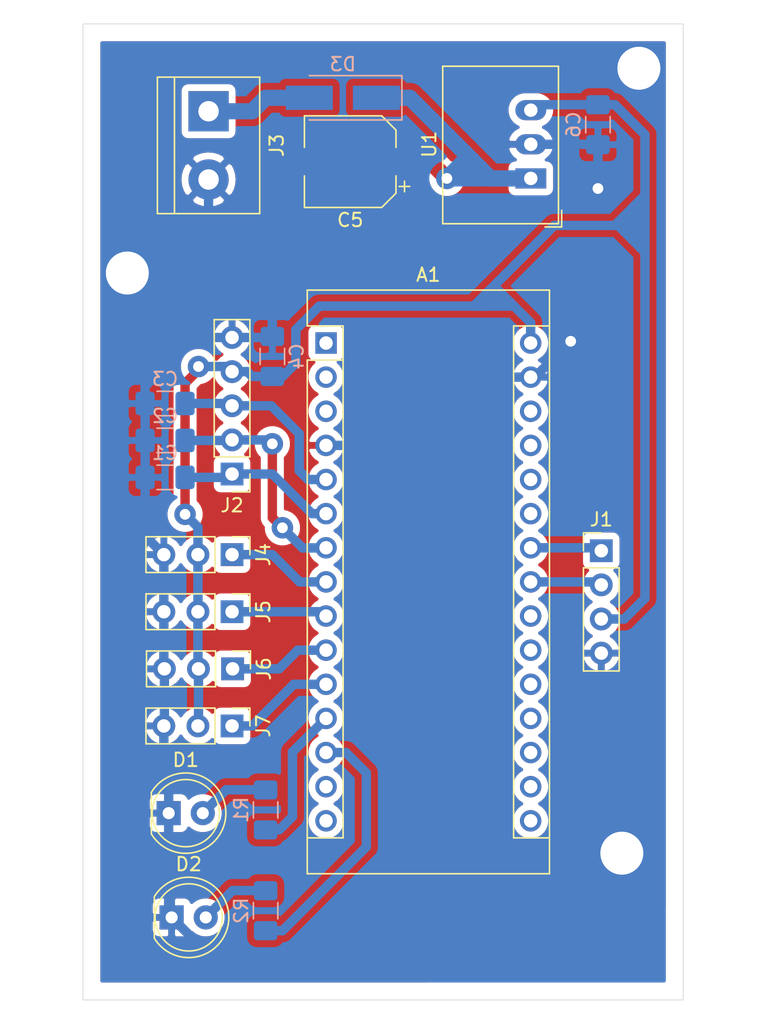
<source format=kicad_pcb>
(kicad_pcb (version 20171130) (host pcbnew "(5.1.6)-1")

  (general
    (thickness 1.6)
    (drawings 5)
    (tracks 221)
    (zones 0)
    (modules 23)
    (nets 34)
  )

  (page A4)
  (layers
    (0 F.Cu signal)
    (31 B.Cu signal)
    (32 B.Adhes user)
    (33 F.Adhes user)
    (34 B.Paste user)
    (35 F.Paste user)
    (36 B.SilkS user)
    (37 F.SilkS user)
    (38 B.Mask user)
    (39 F.Mask user)
    (40 Dwgs.User user)
    (41 Cmts.User user)
    (42 Eco1.User user)
    (43 Eco2.User user)
    (44 Edge.Cuts user)
    (45 Margin user)
    (46 B.CrtYd user)
    (47 F.CrtYd user)
    (48 B.Fab user)
    (49 F.Fab user)
  )

  (setup
    (last_trace_width 0.25)
    (user_trace_width 0.7)
    (user_trace_width 1.2)
    (trace_clearance 0.2)
    (zone_clearance 0.508)
    (zone_45_only no)
    (trace_min 0.2)
    (via_size 0.8)
    (via_drill 0.4)
    (via_min_size 0.4)
    (via_min_drill 0.3)
    (user_via 1.6 0.8)
    (uvia_size 0.3)
    (uvia_drill 0.1)
    (uvias_allowed no)
    (uvia_min_size 0.2)
    (uvia_min_drill 0.1)
    (edge_width 0.05)
    (segment_width 0.2)
    (pcb_text_width 0.3)
    (pcb_text_size 1.5 1.5)
    (mod_edge_width 0.12)
    (mod_text_size 1 1)
    (mod_text_width 0.15)
    (pad_size 1.524 1.524)
    (pad_drill 0.762)
    (pad_to_mask_clearance 0.05)
    (aux_axis_origin 0 0)
    (visible_elements 7FFFFFFF)
    (pcbplotparams
      (layerselection 0x010fc_ffffffff)
      (usegerberextensions false)
      (usegerberattributes true)
      (usegerberadvancedattributes true)
      (creategerberjobfile true)
      (excludeedgelayer true)
      (linewidth 0.100000)
      (plotframeref false)
      (viasonmask false)
      (mode 1)
      (useauxorigin false)
      (hpglpennumber 1)
      (hpglpenspeed 20)
      (hpglpendiameter 15.000000)
      (psnegative false)
      (psa4output false)
      (plotreference true)
      (plotvalue true)
      (plotinvisibletext false)
      (padsonsilk false)
      (subtractmaskfromsilk false)
      (outputformat 1)
      (mirror false)
      (drillshape 1)
      (scaleselection 1)
      (outputdirectory ""))
  )

  (net 0 "")
  (net 1 "Net-(A1-Pad16)")
  (net 2 "Net-(A1-Pad15)")
  (net 3 +5V)
  (net 4 "Net-(A1-Pad14)")
  (net 5 GND)
  (net 6 /D2)
  (net 7 "Net-(A1-Pad28)")
  (net 8 /D1)
  (net 9 "Net-(A1-Pad27)")
  (net 10 /Servo_4)
  (net 11 "Net-(A1-Pad26)")
  (net 12 /Servo_3)
  (net 13 "Net-(A1-Pad25)")
  (net 14 /Servo_2)
  (net 15 /SCL)
  (net 16 /Servo_1)
  (net 17 /SDA)
  (net 18 /DT)
  (net 19 "Net-(A1-Pad22)")
  (net 20 /CLK)
  (net 21 "Net-(A1-Pad21)")
  (net 22 /SW)
  (net 23 "Net-(A1-Pad20)")
  (net 24 "Net-(A1-Pad19)")
  (net 25 "Net-(A1-Pad3)")
  (net 26 "Net-(A1-Pad18)")
  (net 27 "Net-(A1-Pad2)")
  (net 28 "Net-(A1-Pad17)")
  (net 29 "Net-(A1-Pad1)")
  (net 30 +BATT)
  (net 31 "Net-(D1-Pad2)")
  (net 32 "Net-(D2-Pad2)")
  (net 33 "Net-(D3-Pad2)")

  (net_class Default "This is the default net class."
    (clearance 0.2)
    (trace_width 0.25)
    (via_dia 0.8)
    (via_drill 0.4)
    (uvia_dia 0.3)
    (uvia_drill 0.1)
    (add_net +5V)
    (add_net +BATT)
    (add_net /CLK)
    (add_net /D1)
    (add_net /D2)
    (add_net /DT)
    (add_net /SCL)
    (add_net /SDA)
    (add_net /SW)
    (add_net /Servo_1)
    (add_net /Servo_2)
    (add_net /Servo_3)
    (add_net /Servo_4)
    (add_net GND)
    (add_net "Net-(A1-Pad1)")
    (add_net "Net-(A1-Pad14)")
    (add_net "Net-(A1-Pad15)")
    (add_net "Net-(A1-Pad16)")
    (add_net "Net-(A1-Pad17)")
    (add_net "Net-(A1-Pad18)")
    (add_net "Net-(A1-Pad19)")
    (add_net "Net-(A1-Pad2)")
    (add_net "Net-(A1-Pad20)")
    (add_net "Net-(A1-Pad21)")
    (add_net "Net-(A1-Pad22)")
    (add_net "Net-(A1-Pad25)")
    (add_net "Net-(A1-Pad26)")
    (add_net "Net-(A1-Pad27)")
    (add_net "Net-(A1-Pad28)")
    (add_net "Net-(A1-Pad3)")
    (add_net "Net-(D1-Pad2)")
    (add_net "Net-(D2-Pad2)")
    (add_net "Net-(D3-Pad2)")
  )

  (module MountingHole:MountingHole_3.2mm_M3 (layer F.Cu) (tedit 56D1B4CB) (tstamp 5F12BDF9)
    (at 146.05 50.8)
    (descr "Mounting Hole 3.2mm, no annular, M3")
    (tags "mounting hole 3.2mm no annular m3")
    (attr virtual)
    (fp_text reference "" (at 0 -4.2) (layer F.SilkS)
      (effects (font (size 1 1) (thickness 0.15)))
    )
    (fp_text value MountingHole_3.2mm_M3 (at 0 4.2) (layer F.Fab)
      (effects (font (size 1 1) (thickness 0.15)))
    )
    (fp_circle (center 0 0) (end 3.2 0) (layer Cmts.User) (width 0.15))
    (fp_circle (center 0 0) (end 3.45 0) (layer F.CrtYd) (width 0.05))
    (fp_text user %R (at 0.3 0) (layer F.Fab)
      (effects (font (size 1 1) (thickness 0.15)))
    )
    (pad 1 np_thru_hole circle (at 0 0) (size 3.2 3.2) (drill 3.2) (layers *.Cu *.Mask))
  )

  (module MountingHole:MountingHole_3.2mm_M3 (layer F.Cu) (tedit 56D1B4CB) (tstamp 5F12BDF9)
    (at 144.78 109.22)
    (descr "Mounting Hole 3.2mm, no annular, M3")
    (tags "mounting hole 3.2mm no annular m3")
    (attr virtual)
    (fp_text reference "" (at 0 -4.2) (layer F.SilkS)
      (effects (font (size 1 1) (thickness 0.15)))
    )
    (fp_text value MountingHole_3.2mm_M3 (at 0 4.2) (layer F.Fab)
      (effects (font (size 1 1) (thickness 0.15)))
    )
    (fp_circle (center 0 0) (end 3.2 0) (layer Cmts.User) (width 0.15))
    (fp_circle (center 0 0) (end 3.45 0) (layer F.CrtYd) (width 0.05))
    (fp_text user %R (at 0.3 0) (layer F.Fab)
      (effects (font (size 1 1) (thickness 0.15)))
    )
    (pad 1 np_thru_hole circle (at 0 0) (size 3.2 3.2) (drill 3.2) (layers *.Cu *.Mask))
  )

  (module MountingHole:MountingHole_3.2mm_M3 (layer F.Cu) (tedit 56D1B4CB) (tstamp 5F12BDF0)
    (at 107.95 66.04)
    (descr "Mounting Hole 3.2mm, no annular, M3")
    (tags "mounting hole 3.2mm no annular m3")
    (attr virtual)
    (fp_text reference "" (at 0 -4.2) (layer F.SilkS)
      (effects (font (size 1 1) (thickness 0.15)))
    )
    (fp_text value MountingHole_3.2mm_M3 (at 0 4.2) (layer F.Fab)
      (effects (font (size 1 1) (thickness 0.15)))
    )
    (fp_text user %R (at 0.3 0) (layer F.Fab)
      (effects (font (size 1 1) (thickness 0.15)))
    )
    (fp_circle (center 0 0) (end 3.2 0) (layer Cmts.User) (width 0.15))
    (fp_circle (center 0 0) (end 3.45 0) (layer F.CrtYd) (width 0.05))
    (pad 1 np_thru_hole circle (at 0 0) (size 3.2 3.2) (drill 3.2) (layers *.Cu *.Mask))
  )

  (module Module:Arduino_Nano (layer F.Cu) (tedit 58ACAF70) (tstamp 5F11EC31)
    (at 122.75 71.25)
    (descr "Arduino Nano, http://www.mouser.com/pdfdocs/Gravitech_Arduino_Nano3_0.pdf")
    (tags "Arduino Nano")
    (path /5F116D44)
    (fp_text reference A1 (at 7.62 -5.08) (layer F.SilkS)
      (effects (font (size 1 1) (thickness 0.15)))
    )
    (fp_text value Arduino_Nano_v3.x (at 8.89 19.05 90) (layer F.Fab)
      (effects (font (size 1 1) (thickness 0.15)))
    )
    (fp_line (start 16.75 42.16) (end -1.53 42.16) (layer F.CrtYd) (width 0.05))
    (fp_line (start 16.75 42.16) (end 16.75 -4.06) (layer F.CrtYd) (width 0.05))
    (fp_line (start -1.53 -4.06) (end -1.53 42.16) (layer F.CrtYd) (width 0.05))
    (fp_line (start -1.53 -4.06) (end 16.75 -4.06) (layer F.CrtYd) (width 0.05))
    (fp_line (start 16.51 -3.81) (end 16.51 39.37) (layer F.Fab) (width 0.1))
    (fp_line (start 0 -3.81) (end 16.51 -3.81) (layer F.Fab) (width 0.1))
    (fp_line (start -1.27 -2.54) (end 0 -3.81) (layer F.Fab) (width 0.1))
    (fp_line (start -1.27 39.37) (end -1.27 -2.54) (layer F.Fab) (width 0.1))
    (fp_line (start 16.51 39.37) (end -1.27 39.37) (layer F.Fab) (width 0.1))
    (fp_line (start 16.64 -3.94) (end -1.4 -3.94) (layer F.SilkS) (width 0.12))
    (fp_line (start 16.64 39.5) (end 16.64 -3.94) (layer F.SilkS) (width 0.12))
    (fp_line (start -1.4 39.5) (end 16.64 39.5) (layer F.SilkS) (width 0.12))
    (fp_line (start 3.81 41.91) (end 3.81 31.75) (layer F.Fab) (width 0.1))
    (fp_line (start 11.43 41.91) (end 3.81 41.91) (layer F.Fab) (width 0.1))
    (fp_line (start 11.43 31.75) (end 11.43 41.91) (layer F.Fab) (width 0.1))
    (fp_line (start 3.81 31.75) (end 11.43 31.75) (layer F.Fab) (width 0.1))
    (fp_line (start 1.27 36.83) (end -1.4 36.83) (layer F.SilkS) (width 0.12))
    (fp_line (start 1.27 1.27) (end 1.27 36.83) (layer F.SilkS) (width 0.12))
    (fp_line (start 1.27 1.27) (end -1.4 1.27) (layer F.SilkS) (width 0.12))
    (fp_line (start 13.97 36.83) (end 16.64 36.83) (layer F.SilkS) (width 0.12))
    (fp_line (start 13.97 -1.27) (end 13.97 36.83) (layer F.SilkS) (width 0.12))
    (fp_line (start 13.97 -1.27) (end 16.64 -1.27) (layer F.SilkS) (width 0.12))
    (fp_line (start -1.4 -3.94) (end -1.4 -1.27) (layer F.SilkS) (width 0.12))
    (fp_line (start -1.4 1.27) (end -1.4 39.5) (layer F.SilkS) (width 0.12))
    (fp_line (start 1.27 -1.27) (end -1.4 -1.27) (layer F.SilkS) (width 0.12))
    (fp_line (start 1.27 1.27) (end 1.27 -1.27) (layer F.SilkS) (width 0.12))
    (fp_text user %R (at 6.35 19.05 90) (layer F.Fab)
      (effects (font (size 1 1) (thickness 0.15)))
    )
    (pad 16 thru_hole oval (at 15.24 35.56) (size 1.6 1.6) (drill 1) (layers *.Cu *.Mask)
      (net 1 "Net-(A1-Pad16)"))
    (pad 15 thru_hole oval (at 0 35.56) (size 1.6 1.6) (drill 1) (layers *.Cu *.Mask)
      (net 2 "Net-(A1-Pad15)"))
    (pad 30 thru_hole oval (at 15.24 0) (size 1.6 1.6) (drill 1) (layers *.Cu *.Mask)
      (net 3 +5V))
    (pad 14 thru_hole oval (at 0 33.02) (size 1.6 1.6) (drill 1) (layers *.Cu *.Mask)
      (net 4 "Net-(A1-Pad14)"))
    (pad 29 thru_hole oval (at 15.24 2.54) (size 1.6 1.6) (drill 1) (layers *.Cu *.Mask)
      (net 5 GND))
    (pad 13 thru_hole oval (at 0 30.48) (size 1.6 1.6) (drill 1) (layers *.Cu *.Mask)
      (net 6 /D2))
    (pad 28 thru_hole oval (at 15.24 5.08) (size 1.6 1.6) (drill 1) (layers *.Cu *.Mask)
      (net 7 "Net-(A1-Pad28)"))
    (pad 12 thru_hole oval (at 0 27.94) (size 1.6 1.6) (drill 1) (layers *.Cu *.Mask)
      (net 8 /D1))
    (pad 27 thru_hole oval (at 15.24 7.62) (size 1.6 1.6) (drill 1) (layers *.Cu *.Mask)
      (net 9 "Net-(A1-Pad27)"))
    (pad 11 thru_hole oval (at 0 25.4) (size 1.6 1.6) (drill 1) (layers *.Cu *.Mask)
      (net 10 /Servo_4))
    (pad 26 thru_hole oval (at 15.24 10.16) (size 1.6 1.6) (drill 1) (layers *.Cu *.Mask)
      (net 11 "Net-(A1-Pad26)"))
    (pad 10 thru_hole oval (at 0 22.86) (size 1.6 1.6) (drill 1) (layers *.Cu *.Mask)
      (net 12 /Servo_3))
    (pad 25 thru_hole oval (at 15.24 12.7) (size 1.6 1.6) (drill 1) (layers *.Cu *.Mask)
      (net 13 "Net-(A1-Pad25)"))
    (pad 9 thru_hole oval (at 0 20.32) (size 1.6 1.6) (drill 1) (layers *.Cu *.Mask)
      (net 14 /Servo_2))
    (pad 24 thru_hole oval (at 15.24 15.24) (size 1.6 1.6) (drill 1) (layers *.Cu *.Mask)
      (net 15 /SCL))
    (pad 8 thru_hole oval (at 0 17.78) (size 1.6 1.6) (drill 1) (layers *.Cu *.Mask)
      (net 16 /Servo_1))
    (pad 23 thru_hole oval (at 15.24 17.78) (size 1.6 1.6) (drill 1) (layers *.Cu *.Mask)
      (net 17 /SDA))
    (pad 7 thru_hole oval (at 0 15.24) (size 1.6 1.6) (drill 1) (layers *.Cu *.Mask)
      (net 18 /DT))
    (pad 22 thru_hole oval (at 15.24 20.32) (size 1.6 1.6) (drill 1) (layers *.Cu *.Mask)
      (net 19 "Net-(A1-Pad22)"))
    (pad 6 thru_hole oval (at 0 12.7) (size 1.6 1.6) (drill 1) (layers *.Cu *.Mask)
      (net 20 /CLK))
    (pad 21 thru_hole oval (at 15.24 22.86) (size 1.6 1.6) (drill 1) (layers *.Cu *.Mask)
      (net 21 "Net-(A1-Pad21)"))
    (pad 5 thru_hole oval (at 0 10.16) (size 1.6 1.6) (drill 1) (layers *.Cu *.Mask)
      (net 22 /SW))
    (pad 20 thru_hole oval (at 15.24 25.4) (size 1.6 1.6) (drill 1) (layers *.Cu *.Mask)
      (net 23 "Net-(A1-Pad20)"))
    (pad 4 thru_hole oval (at 0 7.62) (size 1.6 1.6) (drill 1) (layers *.Cu *.Mask)
      (net 5 GND))
    (pad 19 thru_hole oval (at 15.24 27.94) (size 1.6 1.6) (drill 1) (layers *.Cu *.Mask)
      (net 24 "Net-(A1-Pad19)"))
    (pad 3 thru_hole oval (at 0 5.08) (size 1.6 1.6) (drill 1) (layers *.Cu *.Mask)
      (net 25 "Net-(A1-Pad3)"))
    (pad 18 thru_hole oval (at 15.24 30.48) (size 1.6 1.6) (drill 1) (layers *.Cu *.Mask)
      (net 26 "Net-(A1-Pad18)"))
    (pad 2 thru_hole oval (at 0 2.54) (size 1.6 1.6) (drill 1) (layers *.Cu *.Mask)
      (net 27 "Net-(A1-Pad2)"))
    (pad 17 thru_hole oval (at 15.24 33.02) (size 1.6 1.6) (drill 1) (layers *.Cu *.Mask)
      (net 28 "Net-(A1-Pad17)"))
    (pad 1 thru_hole rect (at 0 0) (size 1.6 1.6) (drill 1) (layers *.Cu *.Mask)
      (net 29 "Net-(A1-Pad1)"))
    (model ${KISYS3DMOD}/Module.3dshapes/Arduino_Nano_WithMountingHoles.wrl
      (at (xyz 0 0 0))
      (scale (xyz 1 1 1))
      (rotate (xyz 0 0 0))
    )
  )

  (module Diode_SMD:D_SMA_Handsoldering (layer B.Cu) (tedit 58643398) (tstamp 5F11F5F0)
    (at 124 53 180)
    (descr "Diode SMA (DO-214AC) Handsoldering")
    (tags "Diode SMA (DO-214AC) Handsoldering")
    (path /5F27E184)
    (attr smd)
    (fp_text reference D3 (at 0 2.5) (layer B.SilkS)
      (effects (font (size 1 1) (thickness 0.15)) (justify mirror))
    )
    (fp_text value D (at 0 -2.6) (layer B.Fab)
      (effects (font (size 1 1) (thickness 0.15)) (justify mirror))
    )
    (fp_line (start -4.4 1.65) (end 2.5 1.65) (layer B.SilkS) (width 0.12))
    (fp_line (start -4.4 -1.65) (end 2.5 -1.65) (layer B.SilkS) (width 0.12))
    (fp_line (start -0.64944 -0.00102) (end 0.50118 0.79908) (layer B.Fab) (width 0.1))
    (fp_line (start -0.64944 -0.00102) (end 0.50118 -0.75032) (layer B.Fab) (width 0.1))
    (fp_line (start 0.50118 -0.75032) (end 0.50118 0.79908) (layer B.Fab) (width 0.1))
    (fp_line (start -0.64944 0.79908) (end -0.64944 -0.80112) (layer B.Fab) (width 0.1))
    (fp_line (start 0.50118 -0.00102) (end 1.4994 -0.00102) (layer B.Fab) (width 0.1))
    (fp_line (start -0.64944 -0.00102) (end -1.55114 -0.00102) (layer B.Fab) (width 0.1))
    (fp_line (start -4.5 -1.75) (end -4.5 1.75) (layer B.CrtYd) (width 0.05))
    (fp_line (start 4.5 -1.75) (end -4.5 -1.75) (layer B.CrtYd) (width 0.05))
    (fp_line (start 4.5 1.75) (end 4.5 -1.75) (layer B.CrtYd) (width 0.05))
    (fp_line (start -4.5 1.75) (end 4.5 1.75) (layer B.CrtYd) (width 0.05))
    (fp_line (start 2.3 1.5) (end -2.3 1.5) (layer B.Fab) (width 0.1))
    (fp_line (start 2.3 1.5) (end 2.3 -1.5) (layer B.Fab) (width 0.1))
    (fp_line (start -2.3 -1.5) (end -2.3 1.5) (layer B.Fab) (width 0.1))
    (fp_line (start 2.3 -1.5) (end -2.3 -1.5) (layer B.Fab) (width 0.1))
    (fp_line (start -4.4 1.65) (end -4.4 -1.65) (layer B.SilkS) (width 0.12))
    (fp_text user %R (at 0 2.5) (layer B.Fab)
      (effects (font (size 1 1) (thickness 0.15)) (justify mirror))
    )
    (pad 2 smd rect (at 2.5 0 180) (size 3.5 1.8) (layers B.Cu B.Paste B.Mask)
      (net 33 "Net-(D3-Pad2)"))
    (pad 1 smd rect (at -2.5 0 180) (size 3.5 1.8) (layers B.Cu B.Paste B.Mask)
      (net 30 +BATT))
    (model ${KISYS3DMOD}/Diode_SMD.3dshapes/D_SMA.wrl
      (at (xyz 0 0 0))
      (scale (xyz 1 1 1))
      (rotate (xyz 0 0 0))
    )
  )

  (module Converter_DCDC:Converter_DCDC_RECOM_R-78E-0.5_THT (layer F.Cu) (tedit 5B741BB0) (tstamp 5F11EDAD)
    (at 138 59 90)
    (descr "DCDC-Converter, RECOM, RECOM_R-78E-0.5, SIP-3, pitch 2.54mm, package size 11.6x8.5x10.4mm^3, https://www.recom-power.com/pdf/Innoline/R-78Exx-0.5.pdf")
    (tags "dc-dc recom buck sip-3 pitch 2.54mm")
    (path /5F11916B)
    (fp_text reference U1 (at 2.54 -7.56 90) (layer F.SilkS)
      (effects (font (size 1 1) (thickness 0.15)))
    )
    (fp_text value R-785.0-1.0 (at 2.54 3 90) (layer F.Fab)
      (effects (font (size 1 1) (thickness 0.15)))
    )
    (fp_line (start 8.54 -6.75) (end -3.57 -6.75) (layer F.CrtYd) (width 0.05))
    (fp_line (start 8.54 2.25) (end 8.54 -6.75) (layer F.CrtYd) (width 0.05))
    (fp_line (start -3.57 2.25) (end 8.54 2.25) (layer F.CrtYd) (width 0.05))
    (fp_line (start -3.57 -6.75) (end -3.57 2.25) (layer F.CrtYd) (width 0.05))
    (fp_line (start -3.611 2.3) (end -2.371 2.3) (layer F.SilkS) (width 0.12))
    (fp_line (start -3.611 1.06) (end -3.611 2.3) (layer F.SilkS) (width 0.12))
    (fp_line (start 8.35 -6.56) (end 8.35 2.06) (layer F.SilkS) (width 0.12))
    (fp_line (start -3.371 -6.56) (end -3.371 2.06) (layer F.SilkS) (width 0.12))
    (fp_line (start -3.371 2.06) (end 8.35 2.06) (layer F.SilkS) (width 0.12))
    (fp_line (start -3.371 -6.56) (end 8.35 -6.56) (layer F.SilkS) (width 0.12))
    (fp_line (start -3.31 1) (end -3.31 -6.5) (layer F.Fab) (width 0.1))
    (fp_line (start -2.31 2) (end -3.31 1) (layer F.Fab) (width 0.1))
    (fp_line (start 8.29 2) (end -2.31 2) (layer F.Fab) (width 0.1))
    (fp_line (start 8.29 -6.5) (end 8.29 2) (layer F.Fab) (width 0.1))
    (fp_line (start -3.31 -6.5) (end 8.29 -6.5) (layer F.Fab) (width 0.1))
    (fp_text user %R (at 2.54 -2.25 90) (layer F.Fab)
      (effects (font (size 1 1) (thickness 0.15)))
    )
    (pad 3 thru_hole oval (at 5.08 0 90) (size 1.5 2.3) (drill 1) (layers *.Cu *.Mask)
      (net 3 +5V))
    (pad 2 thru_hole oval (at 2.54 0 90) (size 1.5 2.3) (drill 1) (layers *.Cu *.Mask)
      (net 5 GND))
    (pad 1 thru_hole rect (at 0 0 90) (size 1.5 2.3) (drill 1) (layers *.Cu *.Mask)
      (net 30 +BATT))
    (model ${KISYS3DMOD}/Converter_DCDC.3dshapes/Converter_DCDC_RECOM_R-78E-0.5_THT.wrl
      (at (xyz 0 0 0))
      (scale (xyz 1 1 1))
      (rotate (xyz 0 0 0))
    )
  )

  (module Resistor_SMD:R_1206_3216Metric_Pad1.42x1.75mm_HandSolder (layer B.Cu) (tedit 5B301BBD) (tstamp 5F11ED96)
    (at 118.25 113.5 270)
    (descr "Resistor SMD 1206 (3216 Metric), square (rectangular) end terminal, IPC_7351 nominal with elongated pad for handsoldering. (Body size source: http://www.tortai-tech.com/upload/download/2011102023233369053.pdf), generated with kicad-footprint-generator")
    (tags "resistor handsolder")
    (path /5F1B129D)
    (attr smd)
    (fp_text reference R2 (at 0 1.82 270) (layer B.SilkS)
      (effects (font (size 1 1) (thickness 0.15)) (justify mirror))
    )
    (fp_text value 1k (at 0 -1.82 270) (layer B.Fab)
      (effects (font (size 1 1) (thickness 0.15)) (justify mirror))
    )
    (fp_line (start 2.45 -1.12) (end -2.45 -1.12) (layer B.CrtYd) (width 0.05))
    (fp_line (start 2.45 1.12) (end 2.45 -1.12) (layer B.CrtYd) (width 0.05))
    (fp_line (start -2.45 1.12) (end 2.45 1.12) (layer B.CrtYd) (width 0.05))
    (fp_line (start -2.45 -1.12) (end -2.45 1.12) (layer B.CrtYd) (width 0.05))
    (fp_line (start -0.602064 -0.91) (end 0.602064 -0.91) (layer B.SilkS) (width 0.12))
    (fp_line (start -0.602064 0.91) (end 0.602064 0.91) (layer B.SilkS) (width 0.12))
    (fp_line (start 1.6 -0.8) (end -1.6 -0.8) (layer B.Fab) (width 0.1))
    (fp_line (start 1.6 0.8) (end 1.6 -0.8) (layer B.Fab) (width 0.1))
    (fp_line (start -1.6 0.8) (end 1.6 0.8) (layer B.Fab) (width 0.1))
    (fp_line (start -1.6 -0.8) (end -1.6 0.8) (layer B.Fab) (width 0.1))
    (fp_text user %R (at 0 0 270) (layer B.Fab)
      (effects (font (size 0.8 0.8) (thickness 0.12)) (justify mirror))
    )
    (pad 2 smd roundrect (at 1.4875 0 270) (size 1.425 1.75) (layers B.Cu B.Paste B.Mask) (roundrect_rratio 0.175439)
      (net 6 /D2))
    (pad 1 smd roundrect (at -1.4875 0 270) (size 1.425 1.75) (layers B.Cu B.Paste B.Mask) (roundrect_rratio 0.175439)
      (net 32 "Net-(D2-Pad2)"))
    (model ${KISYS3DMOD}/Resistor_SMD.3dshapes/R_1206_3216Metric.wrl
      (at (xyz 0 0 0))
      (scale (xyz 1 1 1))
      (rotate (xyz 0 0 0))
    )
  )

  (module Resistor_SMD:R_1206_3216Metric_Pad1.42x1.75mm_HandSolder (layer B.Cu) (tedit 5B301BBD) (tstamp 5F11ED85)
    (at 118.25 106 270)
    (descr "Resistor SMD 1206 (3216 Metric), square (rectangular) end terminal, IPC_7351 nominal with elongated pad for handsoldering. (Body size source: http://www.tortai-tech.com/upload/download/2011102023233369053.pdf), generated with kicad-footprint-generator")
    (tags "resistor handsolder")
    (path /5F1B0D85)
    (attr smd)
    (fp_text reference R1 (at 0 1.82 270) (layer B.SilkS)
      (effects (font (size 1 1) (thickness 0.15)) (justify mirror))
    )
    (fp_text value 1k (at 0 -1.82 270) (layer B.Fab)
      (effects (font (size 1 1) (thickness 0.15)) (justify mirror))
    )
    (fp_line (start 2.45 -1.12) (end -2.45 -1.12) (layer B.CrtYd) (width 0.05))
    (fp_line (start 2.45 1.12) (end 2.45 -1.12) (layer B.CrtYd) (width 0.05))
    (fp_line (start -2.45 1.12) (end 2.45 1.12) (layer B.CrtYd) (width 0.05))
    (fp_line (start -2.45 -1.12) (end -2.45 1.12) (layer B.CrtYd) (width 0.05))
    (fp_line (start -0.602064 -0.91) (end 0.602064 -0.91) (layer B.SilkS) (width 0.12))
    (fp_line (start -0.602064 0.91) (end 0.602064 0.91) (layer B.SilkS) (width 0.12))
    (fp_line (start 1.6 -0.8) (end -1.6 -0.8) (layer B.Fab) (width 0.1))
    (fp_line (start 1.6 0.8) (end 1.6 -0.8) (layer B.Fab) (width 0.1))
    (fp_line (start -1.6 0.8) (end 1.6 0.8) (layer B.Fab) (width 0.1))
    (fp_line (start -1.6 -0.8) (end -1.6 0.8) (layer B.Fab) (width 0.1))
    (fp_text user %R (at 0 0 270) (layer B.Fab)
      (effects (font (size 0.8 0.8) (thickness 0.12)) (justify mirror))
    )
    (pad 2 smd roundrect (at 1.4875 0 270) (size 1.425 1.75) (layers B.Cu B.Paste B.Mask) (roundrect_rratio 0.175439)
      (net 8 /D1))
    (pad 1 smd roundrect (at -1.4875 0 270) (size 1.425 1.75) (layers B.Cu B.Paste B.Mask) (roundrect_rratio 0.175439)
      (net 31 "Net-(D1-Pad2)"))
    (model ${KISYS3DMOD}/Resistor_SMD.3dshapes/R_1206_3216Metric.wrl
      (at (xyz 0 0 0))
      (scale (xyz 1 1 1))
      (rotate (xyz 0 0 0))
    )
  )

  (module Connector_PinHeader_2.54mm:PinHeader_1x03_P2.54mm_Vertical (layer F.Cu) (tedit 59FED5CC) (tstamp 5F11ED74)
    (at 115.75 99.75 270)
    (descr "Through hole straight pin header, 1x03, 2.54mm pitch, single row")
    (tags "Through hole pin header THT 1x03 2.54mm single row")
    (path /5F14C6ED)
    (fp_text reference J7 (at 0 -2.33 90) (layer F.SilkS)
      (effects (font (size 1 1) (thickness 0.15)))
    )
    (fp_text value Conn_01x03_Female (at 0 7.41 90) (layer F.Fab)
      (effects (font (size 1 1) (thickness 0.15)))
    )
    (fp_line (start 1.8 -1.8) (end -1.8 -1.8) (layer F.CrtYd) (width 0.05))
    (fp_line (start 1.8 6.85) (end 1.8 -1.8) (layer F.CrtYd) (width 0.05))
    (fp_line (start -1.8 6.85) (end 1.8 6.85) (layer F.CrtYd) (width 0.05))
    (fp_line (start -1.8 -1.8) (end -1.8 6.85) (layer F.CrtYd) (width 0.05))
    (fp_line (start -1.33 -1.33) (end 0 -1.33) (layer F.SilkS) (width 0.12))
    (fp_line (start -1.33 0) (end -1.33 -1.33) (layer F.SilkS) (width 0.12))
    (fp_line (start -1.33 1.27) (end 1.33 1.27) (layer F.SilkS) (width 0.12))
    (fp_line (start 1.33 1.27) (end 1.33 6.41) (layer F.SilkS) (width 0.12))
    (fp_line (start -1.33 1.27) (end -1.33 6.41) (layer F.SilkS) (width 0.12))
    (fp_line (start -1.33 6.41) (end 1.33 6.41) (layer F.SilkS) (width 0.12))
    (fp_line (start -1.27 -0.635) (end -0.635 -1.27) (layer F.Fab) (width 0.1))
    (fp_line (start -1.27 6.35) (end -1.27 -0.635) (layer F.Fab) (width 0.1))
    (fp_line (start 1.27 6.35) (end -1.27 6.35) (layer F.Fab) (width 0.1))
    (fp_line (start 1.27 -1.27) (end 1.27 6.35) (layer F.Fab) (width 0.1))
    (fp_line (start -0.635 -1.27) (end 1.27 -1.27) (layer F.Fab) (width 0.1))
    (fp_text user %R (at 0 2.54) (layer F.Fab)
      (effects (font (size 1 1) (thickness 0.15)))
    )
    (pad 3 thru_hole oval (at 0 5.08 270) (size 1.7 1.7) (drill 1) (layers *.Cu *.Mask)
      (net 5 GND))
    (pad 2 thru_hole oval (at 0 2.54 270) (size 1.7 1.7) (drill 1) (layers *.Cu *.Mask)
      (net 3 +5V))
    (pad 1 thru_hole rect (at 0 0 270) (size 1.7 1.7) (drill 1) (layers *.Cu *.Mask)
      (net 10 /Servo_4))
    (model ${KISYS3DMOD}/Connector_PinHeader_2.54mm.3dshapes/PinHeader_1x03_P2.54mm_Vertical.wrl
      (at (xyz 0 0 0))
      (scale (xyz 1 1 1))
      (rotate (xyz 0 0 0))
    )
  )

  (module Connector_PinHeader_2.54mm:PinHeader_1x03_P2.54mm_Vertical (layer F.Cu) (tedit 59FED5CC) (tstamp 5F11ED5D)
    (at 115.79 95.5 270)
    (descr "Through hole straight pin header, 1x03, 2.54mm pitch, single row")
    (tags "Through hole pin header THT 1x03 2.54mm single row")
    (path /5F14B489)
    (fp_text reference J6 (at 0 -2.33 90) (layer F.SilkS)
      (effects (font (size 1 1) (thickness 0.15)))
    )
    (fp_text value Conn_01x03_Female (at 0 7.41 90) (layer F.Fab)
      (effects (font (size 1 1) (thickness 0.15)))
    )
    (fp_line (start 1.8 -1.8) (end -1.8 -1.8) (layer F.CrtYd) (width 0.05))
    (fp_line (start 1.8 6.85) (end 1.8 -1.8) (layer F.CrtYd) (width 0.05))
    (fp_line (start -1.8 6.85) (end 1.8 6.85) (layer F.CrtYd) (width 0.05))
    (fp_line (start -1.8 -1.8) (end -1.8 6.85) (layer F.CrtYd) (width 0.05))
    (fp_line (start -1.33 -1.33) (end 0 -1.33) (layer F.SilkS) (width 0.12))
    (fp_line (start -1.33 0) (end -1.33 -1.33) (layer F.SilkS) (width 0.12))
    (fp_line (start -1.33 1.27) (end 1.33 1.27) (layer F.SilkS) (width 0.12))
    (fp_line (start 1.33 1.27) (end 1.33 6.41) (layer F.SilkS) (width 0.12))
    (fp_line (start -1.33 1.27) (end -1.33 6.41) (layer F.SilkS) (width 0.12))
    (fp_line (start -1.33 6.41) (end 1.33 6.41) (layer F.SilkS) (width 0.12))
    (fp_line (start -1.27 -0.635) (end -0.635 -1.27) (layer F.Fab) (width 0.1))
    (fp_line (start -1.27 6.35) (end -1.27 -0.635) (layer F.Fab) (width 0.1))
    (fp_line (start 1.27 6.35) (end -1.27 6.35) (layer F.Fab) (width 0.1))
    (fp_line (start 1.27 -1.27) (end 1.27 6.35) (layer F.Fab) (width 0.1))
    (fp_line (start -0.635 -1.27) (end 1.27 -1.27) (layer F.Fab) (width 0.1))
    (fp_text user %R (at 0 2.54) (layer F.Fab)
      (effects (font (size 1 1) (thickness 0.15)))
    )
    (pad 3 thru_hole oval (at 0 5.08 270) (size 1.7 1.7) (drill 1) (layers *.Cu *.Mask)
      (net 5 GND))
    (pad 2 thru_hole oval (at 0 2.54 270) (size 1.7 1.7) (drill 1) (layers *.Cu *.Mask)
      (net 3 +5V))
    (pad 1 thru_hole rect (at 0 0 270) (size 1.7 1.7) (drill 1) (layers *.Cu *.Mask)
      (net 12 /Servo_3))
    (model ${KISYS3DMOD}/Connector_PinHeader_2.54mm.3dshapes/PinHeader_1x03_P2.54mm_Vertical.wrl
      (at (xyz 0 0 0))
      (scale (xyz 1 1 1))
      (rotate (xyz 0 0 0))
    )
  )

  (module Connector_PinHeader_2.54mm:PinHeader_1x03_P2.54mm_Vertical (layer F.Cu) (tedit 59FED5CC) (tstamp 5F11ED46)
    (at 115.75 91.25 270)
    (descr "Through hole straight pin header, 1x03, 2.54mm pitch, single row")
    (tags "Through hole pin header THT 1x03 2.54mm single row")
    (path /5F14A37F)
    (fp_text reference J5 (at 0 -2.33 90) (layer F.SilkS)
      (effects (font (size 1 1) (thickness 0.15)))
    )
    (fp_text value Conn_01x03_Female (at 0 7.41 90) (layer F.Fab)
      (effects (font (size 1 1) (thickness 0.15)))
    )
    (fp_line (start 1.8 -1.8) (end -1.8 -1.8) (layer F.CrtYd) (width 0.05))
    (fp_line (start 1.8 6.85) (end 1.8 -1.8) (layer F.CrtYd) (width 0.05))
    (fp_line (start -1.8 6.85) (end 1.8 6.85) (layer F.CrtYd) (width 0.05))
    (fp_line (start -1.8 -1.8) (end -1.8 6.85) (layer F.CrtYd) (width 0.05))
    (fp_line (start -1.33 -1.33) (end 0 -1.33) (layer F.SilkS) (width 0.12))
    (fp_line (start -1.33 0) (end -1.33 -1.33) (layer F.SilkS) (width 0.12))
    (fp_line (start -1.33 1.27) (end 1.33 1.27) (layer F.SilkS) (width 0.12))
    (fp_line (start 1.33 1.27) (end 1.33 6.41) (layer F.SilkS) (width 0.12))
    (fp_line (start -1.33 1.27) (end -1.33 6.41) (layer F.SilkS) (width 0.12))
    (fp_line (start -1.33 6.41) (end 1.33 6.41) (layer F.SilkS) (width 0.12))
    (fp_line (start -1.27 -0.635) (end -0.635 -1.27) (layer F.Fab) (width 0.1))
    (fp_line (start -1.27 6.35) (end -1.27 -0.635) (layer F.Fab) (width 0.1))
    (fp_line (start 1.27 6.35) (end -1.27 6.35) (layer F.Fab) (width 0.1))
    (fp_line (start 1.27 -1.27) (end 1.27 6.35) (layer F.Fab) (width 0.1))
    (fp_line (start -0.635 -1.27) (end 1.27 -1.27) (layer F.Fab) (width 0.1))
    (fp_text user %R (at 0 2.54) (layer F.Fab)
      (effects (font (size 1 1) (thickness 0.15)))
    )
    (pad 3 thru_hole oval (at 0 5.08 270) (size 1.7 1.7) (drill 1) (layers *.Cu *.Mask)
      (net 5 GND))
    (pad 2 thru_hole oval (at 0 2.54 270) (size 1.7 1.7) (drill 1) (layers *.Cu *.Mask)
      (net 3 +5V))
    (pad 1 thru_hole rect (at 0 0 270) (size 1.7 1.7) (drill 1) (layers *.Cu *.Mask)
      (net 14 /Servo_2))
    (model ${KISYS3DMOD}/Connector_PinHeader_2.54mm.3dshapes/PinHeader_1x03_P2.54mm_Vertical.wrl
      (at (xyz 0 0 0))
      (scale (xyz 1 1 1))
      (rotate (xyz 0 0 0))
    )
  )

  (module Connector_PinHeader_2.54mm:PinHeader_1x03_P2.54mm_Vertical (layer F.Cu) (tedit 59FED5CC) (tstamp 5F11ED2F)
    (at 115.75 87 270)
    (descr "Through hole straight pin header, 1x03, 2.54mm pitch, single row")
    (tags "Through hole pin header THT 1x03 2.54mm single row")
    (path /5F11A644)
    (fp_text reference J4 (at 0 -2.33 90) (layer F.SilkS)
      (effects (font (size 1 1) (thickness 0.15)))
    )
    (fp_text value Conn_01x03_Female (at 0 7.41 90) (layer F.Fab)
      (effects (font (size 1 1) (thickness 0.15)))
    )
    (fp_line (start 1.8 -1.8) (end -1.8 -1.8) (layer F.CrtYd) (width 0.05))
    (fp_line (start 1.8 6.85) (end 1.8 -1.8) (layer F.CrtYd) (width 0.05))
    (fp_line (start -1.8 6.85) (end 1.8 6.85) (layer F.CrtYd) (width 0.05))
    (fp_line (start -1.8 -1.8) (end -1.8 6.85) (layer F.CrtYd) (width 0.05))
    (fp_line (start -1.33 -1.33) (end 0 -1.33) (layer F.SilkS) (width 0.12))
    (fp_line (start -1.33 0) (end -1.33 -1.33) (layer F.SilkS) (width 0.12))
    (fp_line (start -1.33 1.27) (end 1.33 1.27) (layer F.SilkS) (width 0.12))
    (fp_line (start 1.33 1.27) (end 1.33 6.41) (layer F.SilkS) (width 0.12))
    (fp_line (start -1.33 1.27) (end -1.33 6.41) (layer F.SilkS) (width 0.12))
    (fp_line (start -1.33 6.41) (end 1.33 6.41) (layer F.SilkS) (width 0.12))
    (fp_line (start -1.27 -0.635) (end -0.635 -1.27) (layer F.Fab) (width 0.1))
    (fp_line (start -1.27 6.35) (end -1.27 -0.635) (layer F.Fab) (width 0.1))
    (fp_line (start 1.27 6.35) (end -1.27 6.35) (layer F.Fab) (width 0.1))
    (fp_line (start 1.27 -1.27) (end 1.27 6.35) (layer F.Fab) (width 0.1))
    (fp_line (start -0.635 -1.27) (end 1.27 -1.27) (layer F.Fab) (width 0.1))
    (fp_text user %R (at 0 2.54) (layer F.Fab)
      (effects (font (size 1 1) (thickness 0.15)))
    )
    (pad 3 thru_hole oval (at 0 5.08 270) (size 1.7 1.7) (drill 1) (layers *.Cu *.Mask)
      (net 5 GND))
    (pad 2 thru_hole oval (at 0 2.54 270) (size 1.7 1.7) (drill 1) (layers *.Cu *.Mask)
      (net 3 +5V))
    (pad 1 thru_hole rect (at 0 0 270) (size 1.7 1.7) (drill 1) (layers *.Cu *.Mask)
      (net 16 /Servo_1))
    (model ${KISYS3DMOD}/Connector_PinHeader_2.54mm.3dshapes/PinHeader_1x03_P2.54mm_Vertical.wrl
      (at (xyz 0 0 0))
      (scale (xyz 1 1 1))
      (rotate (xyz 0 0 0))
    )
  )

  (module TerminalBlock:TerminalBlock_bornier-2_P5.08mm (layer F.Cu) (tedit 59FF03AB) (tstamp 5F11ED18)
    (at 114 54 270)
    (descr "simple 2-pin terminal block, pitch 5.08mm, revamped version of bornier2")
    (tags "terminal block bornier2")
    (path /5F120310)
    (fp_text reference J3 (at 2.54 -5.08 90) (layer F.SilkS)
      (effects (font (size 1 1) (thickness 0.15)))
    )
    (fp_text value Screw_Terminal_01x02 (at 2.54 5.08 90) (layer F.Fab)
      (effects (font (size 1 1) (thickness 0.15)))
    )
    (fp_line (start 7.79 4) (end -2.71 4) (layer F.CrtYd) (width 0.05))
    (fp_line (start 7.79 4) (end 7.79 -4) (layer F.CrtYd) (width 0.05))
    (fp_line (start -2.71 -4) (end -2.71 4) (layer F.CrtYd) (width 0.05))
    (fp_line (start -2.71 -4) (end 7.79 -4) (layer F.CrtYd) (width 0.05))
    (fp_line (start -2.54 3.81) (end 7.62 3.81) (layer F.SilkS) (width 0.12))
    (fp_line (start -2.54 -3.81) (end -2.54 3.81) (layer F.SilkS) (width 0.12))
    (fp_line (start 7.62 -3.81) (end -2.54 -3.81) (layer F.SilkS) (width 0.12))
    (fp_line (start 7.62 3.81) (end 7.62 -3.81) (layer F.SilkS) (width 0.12))
    (fp_line (start 7.62 2.54) (end -2.54 2.54) (layer F.SilkS) (width 0.12))
    (fp_line (start 7.54 -3.75) (end -2.46 -3.75) (layer F.Fab) (width 0.1))
    (fp_line (start 7.54 3.75) (end 7.54 -3.75) (layer F.Fab) (width 0.1))
    (fp_line (start -2.46 3.75) (end 7.54 3.75) (layer F.Fab) (width 0.1))
    (fp_line (start -2.46 -3.75) (end -2.46 3.75) (layer F.Fab) (width 0.1))
    (fp_line (start -2.41 2.55) (end 7.49 2.55) (layer F.Fab) (width 0.1))
    (fp_text user %R (at 2.54 0 90) (layer F.Fab)
      (effects (font (size 1 1) (thickness 0.15)))
    )
    (pad 2 thru_hole circle (at 5.08 0 270) (size 3 3) (drill 1.52) (layers *.Cu *.Mask)
      (net 5 GND))
    (pad 1 thru_hole rect (at 0 0 270) (size 3 3) (drill 1.52) (layers *.Cu *.Mask)
      (net 33 "Net-(D3-Pad2)"))
    (model ${KISYS3DMOD}/TerminalBlock.3dshapes/TerminalBlock_bornier-2_P5.08mm.wrl
      (offset (xyz 2.539999961853027 0 0))
      (scale (xyz 1 1 1))
      (rotate (xyz 0 0 0))
    )
  )

  (module Connector_PinHeader_2.54mm:PinHeader_1x05_P2.54mm_Vertical (layer F.Cu) (tedit 59FED5CC) (tstamp 5F11ED03)
    (at 115.75 81 180)
    (descr "Through hole straight pin header, 1x05, 2.54mm pitch, single row")
    (tags "Through hole pin header THT 1x05 2.54mm single row")
    (path /5F11C812)
    (fp_text reference J2 (at 0 -2.33) (layer F.SilkS)
      (effects (font (size 1 1) (thickness 0.15)))
    )
    (fp_text value Conn_01x05_Female (at 0 12.49) (layer F.Fab)
      (effects (font (size 1 1) (thickness 0.15)))
    )
    (fp_line (start 1.8 -1.8) (end -1.8 -1.8) (layer F.CrtYd) (width 0.05))
    (fp_line (start 1.8 11.95) (end 1.8 -1.8) (layer F.CrtYd) (width 0.05))
    (fp_line (start -1.8 11.95) (end 1.8 11.95) (layer F.CrtYd) (width 0.05))
    (fp_line (start -1.8 -1.8) (end -1.8 11.95) (layer F.CrtYd) (width 0.05))
    (fp_line (start -1.33 -1.33) (end 0 -1.33) (layer F.SilkS) (width 0.12))
    (fp_line (start -1.33 0) (end -1.33 -1.33) (layer F.SilkS) (width 0.12))
    (fp_line (start -1.33 1.27) (end 1.33 1.27) (layer F.SilkS) (width 0.12))
    (fp_line (start 1.33 1.27) (end 1.33 11.49) (layer F.SilkS) (width 0.12))
    (fp_line (start -1.33 1.27) (end -1.33 11.49) (layer F.SilkS) (width 0.12))
    (fp_line (start -1.33 11.49) (end 1.33 11.49) (layer F.SilkS) (width 0.12))
    (fp_line (start -1.27 -0.635) (end -0.635 -1.27) (layer F.Fab) (width 0.1))
    (fp_line (start -1.27 11.43) (end -1.27 -0.635) (layer F.Fab) (width 0.1))
    (fp_line (start 1.27 11.43) (end -1.27 11.43) (layer F.Fab) (width 0.1))
    (fp_line (start 1.27 -1.27) (end 1.27 11.43) (layer F.Fab) (width 0.1))
    (fp_line (start -0.635 -1.27) (end 1.27 -1.27) (layer F.Fab) (width 0.1))
    (fp_text user %R (at 0 5.08 90) (layer F.Fab)
      (effects (font (size 1 1) (thickness 0.15)))
    )
    (pad 5 thru_hole oval (at 0 10.16 180) (size 1.7 1.7) (drill 1) (layers *.Cu *.Mask)
      (net 5 GND))
    (pad 4 thru_hole oval (at 0 7.62 180) (size 1.7 1.7) (drill 1) (layers *.Cu *.Mask)
      (net 3 +5V))
    (pad 3 thru_hole oval (at 0 5.08 180) (size 1.7 1.7) (drill 1) (layers *.Cu *.Mask)
      (net 22 /SW))
    (pad 2 thru_hole oval (at 0 2.54 180) (size 1.7 1.7) (drill 1) (layers *.Cu *.Mask)
      (net 18 /DT))
    (pad 1 thru_hole rect (at 0 0 180) (size 1.7 1.7) (drill 1) (layers *.Cu *.Mask)
      (net 20 /CLK))
    (model ${KISYS3DMOD}/Connector_PinHeader_2.54mm.3dshapes/PinHeader_1x05_P2.54mm_Vertical.wrl
      (at (xyz 0 0 0))
      (scale (xyz 1 1 1))
      (rotate (xyz 0 0 0))
    )
  )

  (module Connector_PinHeader_2.54mm:PinHeader_1x04_P2.54mm_Vertical (layer F.Cu) (tedit 59FED5CC) (tstamp 5F11ECEA)
    (at 143.25 86.71)
    (descr "Through hole straight pin header, 1x04, 2.54mm pitch, single row")
    (tags "Through hole pin header THT 1x04 2.54mm single row")
    (path /5F11C322)
    (fp_text reference J1 (at 0 -2.33) (layer F.SilkS)
      (effects (font (size 1 1) (thickness 0.15)))
    )
    (fp_text value Conn_01x04_Female (at 0 9.95) (layer F.Fab)
      (effects (font (size 1 1) (thickness 0.15)))
    )
    (fp_line (start 1.8 -1.8) (end -1.8 -1.8) (layer F.CrtYd) (width 0.05))
    (fp_line (start 1.8 9.4) (end 1.8 -1.8) (layer F.CrtYd) (width 0.05))
    (fp_line (start -1.8 9.4) (end 1.8 9.4) (layer F.CrtYd) (width 0.05))
    (fp_line (start -1.8 -1.8) (end -1.8 9.4) (layer F.CrtYd) (width 0.05))
    (fp_line (start -1.33 -1.33) (end 0 -1.33) (layer F.SilkS) (width 0.12))
    (fp_line (start -1.33 0) (end -1.33 -1.33) (layer F.SilkS) (width 0.12))
    (fp_line (start -1.33 1.27) (end 1.33 1.27) (layer F.SilkS) (width 0.12))
    (fp_line (start 1.33 1.27) (end 1.33 8.95) (layer F.SilkS) (width 0.12))
    (fp_line (start -1.33 1.27) (end -1.33 8.95) (layer F.SilkS) (width 0.12))
    (fp_line (start -1.33 8.95) (end 1.33 8.95) (layer F.SilkS) (width 0.12))
    (fp_line (start -1.27 -0.635) (end -0.635 -1.27) (layer F.Fab) (width 0.1))
    (fp_line (start -1.27 8.89) (end -1.27 -0.635) (layer F.Fab) (width 0.1))
    (fp_line (start 1.27 8.89) (end -1.27 8.89) (layer F.Fab) (width 0.1))
    (fp_line (start 1.27 -1.27) (end 1.27 8.89) (layer F.Fab) (width 0.1))
    (fp_line (start -0.635 -1.27) (end 1.27 -1.27) (layer F.Fab) (width 0.1))
    (fp_text user %R (at 0 3.81 90) (layer F.Fab)
      (effects (font (size 1 1) (thickness 0.15)))
    )
    (pad 4 thru_hole oval (at 0 7.62) (size 1.7 1.7) (drill 1) (layers *.Cu *.Mask)
      (net 5 GND))
    (pad 3 thru_hole oval (at 0 5.08) (size 1.7 1.7) (drill 1) (layers *.Cu *.Mask)
      (net 3 +5V))
    (pad 2 thru_hole oval (at 0 2.54) (size 1.7 1.7) (drill 1) (layers *.Cu *.Mask)
      (net 17 /SDA))
    (pad 1 thru_hole rect (at 0 0) (size 1.7 1.7) (drill 1) (layers *.Cu *.Mask)
      (net 15 /SCL))
    (model ${KISYS3DMOD}/Connector_PinHeader_2.54mm.3dshapes/PinHeader_1x04_P2.54mm_Vertical.wrl
      (at (xyz 0 0 0))
      (scale (xyz 1 1 1))
      (rotate (xyz 0 0 0))
    )
  )

  (module LED_THT:LED_D5.0mm (layer F.Cu) (tedit 5995936A) (tstamp 5F11ECD2)
    (at 111.25 114)
    (descr "LED, diameter 5.0mm, 2 pins, http://cdn-reichelt.de/documents/datenblatt/A500/LL-504BC2E-009.pdf")
    (tags "LED diameter 5.0mm 2 pins")
    (path /5F1A6B6D)
    (fp_text reference D2 (at 1.27 -3.96) (layer F.SilkS)
      (effects (font (size 1 1) (thickness 0.15)))
    )
    (fp_text value LED (at 1.27 3.96) (layer F.Fab)
      (effects (font (size 1 1) (thickness 0.15)))
    )
    (fp_line (start 4.5 -3.25) (end -1.95 -3.25) (layer F.CrtYd) (width 0.05))
    (fp_line (start 4.5 3.25) (end 4.5 -3.25) (layer F.CrtYd) (width 0.05))
    (fp_line (start -1.95 3.25) (end 4.5 3.25) (layer F.CrtYd) (width 0.05))
    (fp_line (start -1.95 -3.25) (end -1.95 3.25) (layer F.CrtYd) (width 0.05))
    (fp_line (start -1.29 -1.545) (end -1.29 1.545) (layer F.SilkS) (width 0.12))
    (fp_line (start -1.23 -1.469694) (end -1.23 1.469694) (layer F.Fab) (width 0.1))
    (fp_circle (center 1.27 0) (end 3.77 0) (layer F.SilkS) (width 0.12))
    (fp_circle (center 1.27 0) (end 3.77 0) (layer F.Fab) (width 0.1))
    (fp_text user %R (at 1.25 0) (layer F.Fab)
      (effects (font (size 0.8 0.8) (thickness 0.2)))
    )
    (fp_arc (start 1.27 0) (end -1.29 1.54483) (angle -148.9) (layer F.SilkS) (width 0.12))
    (fp_arc (start 1.27 0) (end -1.29 -1.54483) (angle 148.9) (layer F.SilkS) (width 0.12))
    (fp_arc (start 1.27 0) (end -1.23 -1.469694) (angle 299.1) (layer F.Fab) (width 0.1))
    (pad 2 thru_hole circle (at 2.54 0) (size 1.8 1.8) (drill 0.9) (layers *.Cu *.Mask)
      (net 32 "Net-(D2-Pad2)"))
    (pad 1 thru_hole rect (at 0 0) (size 1.8 1.8) (drill 0.9) (layers *.Cu *.Mask)
      (net 5 GND))
    (model ${KISYS3DMOD}/LED_THT.3dshapes/LED_D5.0mm.wrl
      (at (xyz 0 0 0))
      (scale (xyz 1 1 1))
      (rotate (xyz 0 0 0))
    )
  )

  (module LED_THT:LED_D5.0mm (layer F.Cu) (tedit 5995936A) (tstamp 5F11ECC0)
    (at 111.03 106.24)
    (descr "LED, diameter 5.0mm, 2 pins, http://cdn-reichelt.de/documents/datenblatt/A500/LL-504BC2E-009.pdf")
    (tags "LED diameter 5.0mm 2 pins")
    (path /5F1A5EFF)
    (fp_text reference D1 (at 1.27 -3.96) (layer F.SilkS)
      (effects (font (size 1 1) (thickness 0.15)))
    )
    (fp_text value LED (at 1.27 3.96) (layer F.Fab)
      (effects (font (size 1 1) (thickness 0.15)))
    )
    (fp_line (start 4.5 -3.25) (end -1.95 -3.25) (layer F.CrtYd) (width 0.05))
    (fp_line (start 4.5 3.25) (end 4.5 -3.25) (layer F.CrtYd) (width 0.05))
    (fp_line (start -1.95 3.25) (end 4.5 3.25) (layer F.CrtYd) (width 0.05))
    (fp_line (start -1.95 -3.25) (end -1.95 3.25) (layer F.CrtYd) (width 0.05))
    (fp_line (start -1.29 -1.545) (end -1.29 1.545) (layer F.SilkS) (width 0.12))
    (fp_line (start -1.23 -1.469694) (end -1.23 1.469694) (layer F.Fab) (width 0.1))
    (fp_circle (center 1.27 0) (end 3.77 0) (layer F.SilkS) (width 0.12))
    (fp_circle (center 1.27 0) (end 3.77 0) (layer F.Fab) (width 0.1))
    (fp_text user %R (at 1.25 0) (layer F.Fab)
      (effects (font (size 0.8 0.8) (thickness 0.2)))
    )
    (fp_arc (start 1.27 0) (end -1.29 1.54483) (angle -148.9) (layer F.SilkS) (width 0.12))
    (fp_arc (start 1.27 0) (end -1.29 -1.54483) (angle 148.9) (layer F.SilkS) (width 0.12))
    (fp_arc (start 1.27 0) (end -1.23 -1.469694) (angle 299.1) (layer F.Fab) (width 0.1))
    (pad 2 thru_hole circle (at 2.54 0) (size 1.8 1.8) (drill 0.9) (layers *.Cu *.Mask)
      (net 31 "Net-(D1-Pad2)"))
    (pad 1 thru_hole rect (at 0 0) (size 1.8 1.8) (drill 0.9) (layers *.Cu *.Mask)
      (net 5 GND))
    (model ${KISYS3DMOD}/LED_THT.3dshapes/LED_D5.0mm.wrl
      (at (xyz 0 0 0))
      (scale (xyz 1 1 1))
      (rotate (xyz 0 0 0))
    )
  )

  (module Capacitor_SMD:C_1206_3216Metric_Pad1.42x1.75mm_HandSolder (layer B.Cu) (tedit 5B301BBE) (tstamp 5F11ECAE)
    (at 143 55 270)
    (descr "Capacitor SMD 1206 (3216 Metric), square (rectangular) end terminal, IPC_7351 nominal with elongated pad for handsoldering. (Body size source: http://www.tortai-tech.com/upload/download/2011102023233369053.pdf), generated with kicad-footprint-generator")
    (tags "capacitor handsolder")
    (path /5F1B77FA)
    (attr smd)
    (fp_text reference C6 (at 0 1.82 270) (layer B.SilkS)
      (effects (font (size 1 1) (thickness 0.15)) (justify mirror))
    )
    (fp_text value 10uF (at 0 -1.82 270) (layer B.Fab)
      (effects (font (size 1 1) (thickness 0.15)) (justify mirror))
    )
    (fp_line (start 2.45 -1.12) (end -2.45 -1.12) (layer B.CrtYd) (width 0.05))
    (fp_line (start 2.45 1.12) (end 2.45 -1.12) (layer B.CrtYd) (width 0.05))
    (fp_line (start -2.45 1.12) (end 2.45 1.12) (layer B.CrtYd) (width 0.05))
    (fp_line (start -2.45 -1.12) (end -2.45 1.12) (layer B.CrtYd) (width 0.05))
    (fp_line (start -0.602064 -0.91) (end 0.602064 -0.91) (layer B.SilkS) (width 0.12))
    (fp_line (start -0.602064 0.91) (end 0.602064 0.91) (layer B.SilkS) (width 0.12))
    (fp_line (start 1.6 -0.8) (end -1.6 -0.8) (layer B.Fab) (width 0.1))
    (fp_line (start 1.6 0.8) (end 1.6 -0.8) (layer B.Fab) (width 0.1))
    (fp_line (start -1.6 0.8) (end 1.6 0.8) (layer B.Fab) (width 0.1))
    (fp_line (start -1.6 -0.8) (end -1.6 0.8) (layer B.Fab) (width 0.1))
    (fp_text user %R (at 0 0 270) (layer B.Fab)
      (effects (font (size 0.8 0.8) (thickness 0.12)) (justify mirror))
    )
    (pad 2 smd roundrect (at 1.4875 0 270) (size 1.425 1.75) (layers B.Cu B.Paste B.Mask) (roundrect_rratio 0.175439)
      (net 5 GND))
    (pad 1 smd roundrect (at -1.4875 0 270) (size 1.425 1.75) (layers B.Cu B.Paste B.Mask) (roundrect_rratio 0.175439)
      (net 3 +5V))
    (model ${KISYS3DMOD}/Capacitor_SMD.3dshapes/C_1206_3216Metric.wrl
      (at (xyz 0 0 0))
      (scale (xyz 1 1 1))
      (rotate (xyz 0 0 0))
    )
  )

  (module Capacitor_SMD:CP_Elec_6.3x7.7 (layer F.Cu) (tedit 5BCA39D0) (tstamp 5F11EC9D)
    (at 124.55 57.75 180)
    (descr "SMD capacitor, aluminum electrolytic, Nichicon, 6.3x7.7mm")
    (tags "capacitor electrolytic")
    (path /5F24A553)
    (attr smd)
    (fp_text reference C5 (at 0 -4.35) (layer F.SilkS)
      (effects (font (size 1 1) (thickness 0.15)))
    )
    (fp_text value 100µF (at 0 4.35) (layer F.Fab)
      (effects (font (size 1 1) (thickness 0.15)))
    )
    (fp_line (start -4.7 1.05) (end -3.55 1.05) (layer F.CrtYd) (width 0.05))
    (fp_line (start -4.7 -1.05) (end -4.7 1.05) (layer F.CrtYd) (width 0.05))
    (fp_line (start -3.55 -1.05) (end -4.7 -1.05) (layer F.CrtYd) (width 0.05))
    (fp_line (start -3.55 1.05) (end -3.55 2.4) (layer F.CrtYd) (width 0.05))
    (fp_line (start -3.55 -2.4) (end -3.55 -1.05) (layer F.CrtYd) (width 0.05))
    (fp_line (start -3.55 -2.4) (end -2.4 -3.55) (layer F.CrtYd) (width 0.05))
    (fp_line (start -3.55 2.4) (end -2.4 3.55) (layer F.CrtYd) (width 0.05))
    (fp_line (start -2.4 -3.55) (end 3.55 -3.55) (layer F.CrtYd) (width 0.05))
    (fp_line (start -2.4 3.55) (end 3.55 3.55) (layer F.CrtYd) (width 0.05))
    (fp_line (start 3.55 1.05) (end 3.55 3.55) (layer F.CrtYd) (width 0.05))
    (fp_line (start 4.7 1.05) (end 3.55 1.05) (layer F.CrtYd) (width 0.05))
    (fp_line (start 4.7 -1.05) (end 4.7 1.05) (layer F.CrtYd) (width 0.05))
    (fp_line (start 3.55 -1.05) (end 4.7 -1.05) (layer F.CrtYd) (width 0.05))
    (fp_line (start 3.55 -3.55) (end 3.55 -1.05) (layer F.CrtYd) (width 0.05))
    (fp_line (start -4.04375 -2.24125) (end -4.04375 -1.45375) (layer F.SilkS) (width 0.12))
    (fp_line (start -4.4375 -1.8475) (end -3.65 -1.8475) (layer F.SilkS) (width 0.12))
    (fp_line (start -3.41 2.345563) (end -2.345563 3.41) (layer F.SilkS) (width 0.12))
    (fp_line (start -3.41 -2.345563) (end -2.345563 -3.41) (layer F.SilkS) (width 0.12))
    (fp_line (start -3.41 -2.345563) (end -3.41 -1.06) (layer F.SilkS) (width 0.12))
    (fp_line (start -3.41 2.345563) (end -3.41 1.06) (layer F.SilkS) (width 0.12))
    (fp_line (start -2.345563 3.41) (end 3.41 3.41) (layer F.SilkS) (width 0.12))
    (fp_line (start -2.345563 -3.41) (end 3.41 -3.41) (layer F.SilkS) (width 0.12))
    (fp_line (start 3.41 -3.41) (end 3.41 -1.06) (layer F.SilkS) (width 0.12))
    (fp_line (start 3.41 3.41) (end 3.41 1.06) (layer F.SilkS) (width 0.12))
    (fp_line (start -2.389838 -1.645) (end -2.389838 -1.015) (layer F.Fab) (width 0.1))
    (fp_line (start -2.704838 -1.33) (end -2.074838 -1.33) (layer F.Fab) (width 0.1))
    (fp_line (start -3.3 2.3) (end -2.3 3.3) (layer F.Fab) (width 0.1))
    (fp_line (start -3.3 -2.3) (end -2.3 -3.3) (layer F.Fab) (width 0.1))
    (fp_line (start -3.3 -2.3) (end -3.3 2.3) (layer F.Fab) (width 0.1))
    (fp_line (start -2.3 3.3) (end 3.3 3.3) (layer F.Fab) (width 0.1))
    (fp_line (start -2.3 -3.3) (end 3.3 -3.3) (layer F.Fab) (width 0.1))
    (fp_line (start 3.3 -3.3) (end 3.3 3.3) (layer F.Fab) (width 0.1))
    (fp_circle (center 0 0) (end 3.15 0) (layer F.Fab) (width 0.1))
    (fp_text user %R (at 0 0) (layer F.Fab)
      (effects (font (size 1 1) (thickness 0.15)))
    )
    (pad 2 smd roundrect (at 2.7 0 180) (size 3.5 1.6) (layers F.Cu F.Paste F.Mask) (roundrect_rratio 0.15625)
      (net 5 GND))
    (pad 1 smd roundrect (at -2.7 0 180) (size 3.5 1.6) (layers F.Cu F.Paste F.Mask) (roundrect_rratio 0.15625)
      (net 30 +BATT))
    (model ${KISYS3DMOD}/Capacitor_SMD.3dshapes/CP_Elec_6.3x7.7.wrl
      (at (xyz 0 0 0))
      (scale (xyz 1 1 1))
      (rotate (xyz 0 0 0))
    )
  )

  (module Capacitor_SMD:C_1206_3216Metric_Pad1.42x1.75mm_HandSolder (layer B.Cu) (tedit 5B301BBE) (tstamp 5F11EC75)
    (at 118.75 72.25 90)
    (descr "Capacitor SMD 1206 (3216 Metric), square (rectangular) end terminal, IPC_7351 nominal with elongated pad for handsoldering. (Body size source: http://www.tortai-tech.com/upload/download/2011102023233369053.pdf), generated with kicad-footprint-generator")
    (tags "capacitor handsolder")
    (path /5F1B16BF)
    (attr smd)
    (fp_text reference C4 (at 0 1.82 270) (layer B.SilkS)
      (effects (font (size 1 1) (thickness 0.15)) (justify mirror))
    )
    (fp_text value 10uF (at 0 -1.82 270) (layer B.Fab)
      (effects (font (size 1 1) (thickness 0.15)) (justify mirror))
    )
    (fp_line (start 2.45 -1.12) (end -2.45 -1.12) (layer B.CrtYd) (width 0.05))
    (fp_line (start 2.45 1.12) (end 2.45 -1.12) (layer B.CrtYd) (width 0.05))
    (fp_line (start -2.45 1.12) (end 2.45 1.12) (layer B.CrtYd) (width 0.05))
    (fp_line (start -2.45 -1.12) (end -2.45 1.12) (layer B.CrtYd) (width 0.05))
    (fp_line (start -0.602064 -0.91) (end 0.602064 -0.91) (layer B.SilkS) (width 0.12))
    (fp_line (start -0.602064 0.91) (end 0.602064 0.91) (layer B.SilkS) (width 0.12))
    (fp_line (start 1.6 -0.8) (end -1.6 -0.8) (layer B.Fab) (width 0.1))
    (fp_line (start 1.6 0.8) (end 1.6 -0.8) (layer B.Fab) (width 0.1))
    (fp_line (start -1.6 0.8) (end 1.6 0.8) (layer B.Fab) (width 0.1))
    (fp_line (start -1.6 -0.8) (end -1.6 0.8) (layer B.Fab) (width 0.1))
    (fp_text user %R (at 0 0 270) (layer B.Fab)
      (effects (font (size 0.8 0.8) (thickness 0.12)) (justify mirror))
    )
    (pad 2 smd roundrect (at 1.4875 0 90) (size 1.425 1.75) (layers B.Cu B.Paste B.Mask) (roundrect_rratio 0.175439)
      (net 5 GND))
    (pad 1 smd roundrect (at -1.4875 0 90) (size 1.425 1.75) (layers B.Cu B.Paste B.Mask) (roundrect_rratio 0.175439)
      (net 3 +5V))
    (model ${KISYS3DMOD}/Capacitor_SMD.3dshapes/C_1206_3216Metric.wrl
      (at (xyz 0 0 0))
      (scale (xyz 1 1 1))
      (rotate (xyz 0 0 0))
    )
  )

  (module Capacitor_SMD:C_1206_3216Metric_Pad1.42x1.75mm_HandSolder (layer B.Cu) (tedit 5B301BBE) (tstamp 5F11EC64)
    (at 110.7625 75.75 180)
    (descr "Capacitor SMD 1206 (3216 Metric), square (rectangular) end terminal, IPC_7351 nominal with elongated pad for handsoldering. (Body size source: http://www.tortai-tech.com/upload/download/2011102023233369053.pdf), generated with kicad-footprint-generator")
    (tags "capacitor handsolder")
    (path /5F1FF251)
    (attr smd)
    (fp_text reference C3 (at 0 1.82) (layer B.SilkS)
      (effects (font (size 1 1) (thickness 0.15)) (justify mirror))
    )
    (fp_text value 10uF (at 0 -1.82) (layer B.Fab)
      (effects (font (size 1 1) (thickness 0.15)) (justify mirror))
    )
    (fp_line (start 2.45 -1.12) (end -2.45 -1.12) (layer B.CrtYd) (width 0.05))
    (fp_line (start 2.45 1.12) (end 2.45 -1.12) (layer B.CrtYd) (width 0.05))
    (fp_line (start -2.45 1.12) (end 2.45 1.12) (layer B.CrtYd) (width 0.05))
    (fp_line (start -2.45 -1.12) (end -2.45 1.12) (layer B.CrtYd) (width 0.05))
    (fp_line (start -0.602064 -0.91) (end 0.602064 -0.91) (layer B.SilkS) (width 0.12))
    (fp_line (start -0.602064 0.91) (end 0.602064 0.91) (layer B.SilkS) (width 0.12))
    (fp_line (start 1.6 -0.8) (end -1.6 -0.8) (layer B.Fab) (width 0.1))
    (fp_line (start 1.6 0.8) (end 1.6 -0.8) (layer B.Fab) (width 0.1))
    (fp_line (start -1.6 0.8) (end 1.6 0.8) (layer B.Fab) (width 0.1))
    (fp_line (start -1.6 -0.8) (end -1.6 0.8) (layer B.Fab) (width 0.1))
    (fp_text user %R (at 0 0) (layer B.Fab)
      (effects (font (size 0.8 0.8) (thickness 0.12)) (justify mirror))
    )
    (pad 2 smd roundrect (at 1.4875 0 180) (size 1.425 1.75) (layers B.Cu B.Paste B.Mask) (roundrect_rratio 0.175439)
      (net 5 GND))
    (pad 1 smd roundrect (at -1.4875 0 180) (size 1.425 1.75) (layers B.Cu B.Paste B.Mask) (roundrect_rratio 0.175439)
      (net 22 /SW))
    (model ${KISYS3DMOD}/Capacitor_SMD.3dshapes/C_1206_3216Metric.wrl
      (at (xyz 0 0 0))
      (scale (xyz 1 1 1))
      (rotate (xyz 0 0 0))
    )
  )

  (module Capacitor_SMD:C_1206_3216Metric_Pad1.42x1.75mm_HandSolder (layer B.Cu) (tedit 5B301BBE) (tstamp 5F11EC53)
    (at 110.7625 78.5 180)
    (descr "Capacitor SMD 1206 (3216 Metric), square (rectangular) end terminal, IPC_7351 nominal with elongated pad for handsoldering. (Body size source: http://www.tortai-tech.com/upload/download/2011102023233369053.pdf), generated with kicad-footprint-generator")
    (tags "capacitor handsolder")
    (path /5F1C3858)
    (attr smd)
    (fp_text reference C2 (at 0 1.82) (layer B.SilkS)
      (effects (font (size 1 1) (thickness 0.15)) (justify mirror))
    )
    (fp_text value 10uF (at 0 -1.82) (layer B.Fab)
      (effects (font (size 1 1) (thickness 0.15)) (justify mirror))
    )
    (fp_line (start 2.45 -1.12) (end -2.45 -1.12) (layer B.CrtYd) (width 0.05))
    (fp_line (start 2.45 1.12) (end 2.45 -1.12) (layer B.CrtYd) (width 0.05))
    (fp_line (start -2.45 1.12) (end 2.45 1.12) (layer B.CrtYd) (width 0.05))
    (fp_line (start -2.45 -1.12) (end -2.45 1.12) (layer B.CrtYd) (width 0.05))
    (fp_line (start -0.602064 -0.91) (end 0.602064 -0.91) (layer B.SilkS) (width 0.12))
    (fp_line (start -0.602064 0.91) (end 0.602064 0.91) (layer B.SilkS) (width 0.12))
    (fp_line (start 1.6 -0.8) (end -1.6 -0.8) (layer B.Fab) (width 0.1))
    (fp_line (start 1.6 0.8) (end 1.6 -0.8) (layer B.Fab) (width 0.1))
    (fp_line (start -1.6 0.8) (end 1.6 0.8) (layer B.Fab) (width 0.1))
    (fp_line (start -1.6 -0.8) (end -1.6 0.8) (layer B.Fab) (width 0.1))
    (fp_text user %R (at 0 0) (layer B.Fab)
      (effects (font (size 0.8 0.8) (thickness 0.12)) (justify mirror))
    )
    (pad 2 smd roundrect (at 1.4875 0 180) (size 1.425 1.75) (layers B.Cu B.Paste B.Mask) (roundrect_rratio 0.175439)
      (net 5 GND))
    (pad 1 smd roundrect (at -1.4875 0 180) (size 1.425 1.75) (layers B.Cu B.Paste B.Mask) (roundrect_rratio 0.175439)
      (net 18 /DT))
    (model ${KISYS3DMOD}/Capacitor_SMD.3dshapes/C_1206_3216Metric.wrl
      (at (xyz 0 0 0))
      (scale (xyz 1 1 1))
      (rotate (xyz 0 0 0))
    )
  )

  (module Capacitor_SMD:C_1206_3216Metric_Pad1.42x1.75mm_HandSolder (layer B.Cu) (tedit 5B301BBE) (tstamp 5F11EC42)
    (at 110.7625 81.25 180)
    (descr "Capacitor SMD 1206 (3216 Metric), square (rectangular) end terminal, IPC_7351 nominal with elongated pad for handsoldering. (Body size source: http://www.tortai-tech.com/upload/download/2011102023233369053.pdf), generated with kicad-footprint-generator")
    (tags "capacitor handsolder")
    (path /5F1B620E)
    (attr smd)
    (fp_text reference C1 (at 0 1.82) (layer B.SilkS)
      (effects (font (size 1 1) (thickness 0.15)) (justify mirror))
    )
    (fp_text value 10µF (at 0 -1.82) (layer B.Fab)
      (effects (font (size 1 1) (thickness 0.15)) (justify mirror))
    )
    (fp_line (start 2.45 -1.12) (end -2.45 -1.12) (layer B.CrtYd) (width 0.05))
    (fp_line (start 2.45 1.12) (end 2.45 -1.12) (layer B.CrtYd) (width 0.05))
    (fp_line (start -2.45 1.12) (end 2.45 1.12) (layer B.CrtYd) (width 0.05))
    (fp_line (start -2.45 -1.12) (end -2.45 1.12) (layer B.CrtYd) (width 0.05))
    (fp_line (start -0.602064 -0.91) (end 0.602064 -0.91) (layer B.SilkS) (width 0.12))
    (fp_line (start -0.602064 0.91) (end 0.602064 0.91) (layer B.SilkS) (width 0.12))
    (fp_line (start 1.6 -0.8) (end -1.6 -0.8) (layer B.Fab) (width 0.1))
    (fp_line (start 1.6 0.8) (end 1.6 -0.8) (layer B.Fab) (width 0.1))
    (fp_line (start -1.6 0.8) (end 1.6 0.8) (layer B.Fab) (width 0.1))
    (fp_line (start -1.6 -0.8) (end -1.6 0.8) (layer B.Fab) (width 0.1))
    (fp_text user %R (at 0 0) (layer B.Fab)
      (effects (font (size 0.8 0.8) (thickness 0.12)) (justify mirror))
    )
    (pad 2 smd roundrect (at 1.4875 0 180) (size 1.425 1.75) (layers B.Cu B.Paste B.Mask) (roundrect_rratio 0.175439)
      (net 5 GND))
    (pad 1 smd roundrect (at -1.4875 0 180) (size 1.425 1.75) (layers B.Cu B.Paste B.Mask) (roundrect_rratio 0.175439)
      (net 20 /CLK))
    (model ${KISYS3DMOD}/Capacitor_SMD.3dshapes/C_1206_3216Metric.wrl
      (at (xyz 0 0 0))
      (scale (xyz 1 1 1))
      (rotate (xyz 0 0 0))
    )
  )

  (gr_line (start 104.648 120.142) (end 104.648 47.498) (layer Edge.Cuts) (width 0.05) (tstamp 5F12C03B))
  (gr_line (start 149.352 120.142) (end 104.648 120.142) (layer Edge.Cuts) (width 0.05))
  (gr_line (start 149.352 47.498) (end 149.352 120.142) (layer Edge.Cuts) (width 0.05))
  (gr_line (start 104.648 47.498) (end 149.352 47.498) (layer Edge.Cuts) (width 0.05))
  (gr_text "Annaïg CLEMENT\nFormation Bras_robot\n2020" (at 139.192 116.332) (layer F.Cu)
    (effects (font (size 1 1) (thickness 0.2) italic))
  )

  (segment (start 138.4075 53.5125) (end 138 53.92) (width 0.7) (layer B.Cu) (net 3))
  (segment (start 143 53.5125) (end 138.4075 53.5125) (width 0.7) (layer B.Cu) (net 3))
  (segment (start 113.21 87) (end 113.21 91.25) (width 0.7) (layer B.Cu) (net 3))
  (segment (start 113.21 95.46) (end 113.25 95.5) (width 0.7) (layer B.Cu) (net 3))
  (segment (start 113.21 91.25) (end 113.21 95.46) (width 0.7) (layer B.Cu) (net 3))
  (segment (start 113.25 99.71) (end 113.21 99.75) (width 0.7) (layer B.Cu) (net 3))
  (segment (start 113.25 95.5) (end 113.25 99.71) (width 0.7) (layer B.Cu) (net 3))
  (segment (start 115.75 73.38) (end 116.88 73.38) (width 0.7) (layer B.Cu) (net 3))
  (segment (start 117.2375 73.7375) (end 118.75 73.7375) (width 0.7) (layer B.Cu) (net 3))
  (segment (start 116.88 73.38) (end 117.2375 73.7375) (width 0.7) (layer B.Cu) (net 3))
  (segment (start 137.99 69.74) (end 137.99 71.25) (width 0.7) (layer B.Cu) (net 3))
  (segment (start 136.75 68.5) (end 137.99 69.74) (width 0.7) (layer B.Cu) (net 3))
  (segment (start 119.5125 73.7375) (end 120.5 72.75) (width 0.7) (layer B.Cu) (net 3))
  (segment (start 120.5 72.75) (end 120.5 70.25) (width 0.7) (layer B.Cu) (net 3))
  (segment (start 118.75 73.7375) (end 119.5125 73.7375) (width 0.7) (layer B.Cu) (net 3))
  (segment (start 120.5 70.25) (end 122.25 68.5) (width 0.7) (layer B.Cu) (net 3))
  (via (at 112.25 84) (size 1.6) (drill 0.8) (layers F.Cu B.Cu) (net 3))
  (segment (start 113.21 87) (end 113.21 84.96) (width 0.7) (layer B.Cu) (net 3))
  (segment (start 113.21 84.96) (end 112.25 84) (width 0.7) (layer B.Cu) (net 3))
  (segment (start 112.25 84) (end 112.25 74.25) (width 0.7) (layer F.Cu) (net 3))
  (via (at 113.25 73) (size 1.6) (drill 0.8) (layers F.Cu B.Cu) (net 3))
  (segment (start 112.25 74.25) (end 113.25 73.25) (width 0.7) (layer F.Cu) (net 3))
  (segment (start 113.25 73.25) (end 113.25 73) (width 0.7) (layer F.Cu) (net 3))
  (segment (start 115.37 73) (end 115.75 73.38) (width 0.7) (layer B.Cu) (net 3))
  (segment (start 113.25 73) (end 115.37 73) (width 0.7) (layer B.Cu) (net 3))
  (segment (start 146.5 90.25) (end 144.96 91.79) (width 0.7) (layer B.Cu) (net 3))
  (segment (start 144.96 91.79) (end 143.25 91.79) (width 0.7) (layer B.Cu) (net 3))
  (segment (start 144.2625 53.5125) (end 146.5 55.75) (width 0.7) (layer B.Cu) (net 3))
  (segment (start 143 53.5125) (end 144.2625 53.5125) (width 0.7) (layer B.Cu) (net 3))
  (segment (start 135.25 68.5) (end 136.75 68.5) (width 0.7) (layer B.Cu) (net 3))
  (segment (start 135.25 67) (end 139.75 62.5) (width 0.7) (layer B.Cu) (net 3))
  (segment (start 139.75 62.5) (end 144.25 62.5) (width 0.7) (layer B.Cu) (net 3))
  (segment (start 146.5 55.75) (end 146.5 60.25) (width 0.7) (layer B.Cu) (net 3))
  (segment (start 144.25 62.5) (end 144.5 62.5) (width 0.7) (layer B.Cu) (net 3))
  (segment (start 146.5 64.5) (end 146.5 90.25) (width 0.7) (layer B.Cu) (net 3))
  (segment (start 144.5 62.5) (end 145 62.5) (width 0.7) (layer B.Cu) (net 3))
  (segment (start 145.75 63.75) (end 145.75 62.75) (width 0.7) (layer B.Cu) (net 3))
  (segment (start 145.75 63.75) (end 146.5 64.5) (width 0.7) (layer B.Cu) (net 3))
  (segment (start 144.5 62.5) (end 145.75 63.75) (width 0.7) (layer B.Cu) (net 3))
  (segment (start 145.75 62.75) (end 145.25 62.25) (width 0.7) (layer B.Cu) (net 3))
  (segment (start 145 62.5) (end 145.25 62.25) (width 0.7) (layer B.Cu) (net 3))
  (segment (start 146 62.75) (end 145.75 63) (width 0.7) (layer B.Cu) (net 3))
  (segment (start 146.5 63.75) (end 146.25 63.5) (width 0.7) (layer B.Cu) (net 3))
  (segment (start 146.5 63.75) (end 146.5 64.5) (width 0.7) (layer B.Cu) (net 3))
  (segment (start 146 62.75) (end 146.5 63.25) (width 0.7) (layer B.Cu) (net 3))
  (segment (start 146.5 63.25) (end 146.5 63.75) (width 0.7) (layer B.Cu) (net 3))
  (segment (start 145.25 62.5) (end 145.75 63) (width 0.7) (layer B.Cu) (net 3))
  (segment (start 145.25 62.25) (end 145.25 62.5) (width 0.7) (layer B.Cu) (net 3))
  (segment (start 145.25 62.25) (end 145.5 62.25) (width 0.7) (layer B.Cu) (net 3))
  (segment (start 145.5 62.25) (end 146.25 61.5) (width 0.7) (layer B.Cu) (net 3))
  (segment (start 146.25 61.5) (end 146.5 61.25) (width 0.7) (layer B.Cu) (net 3))
  (segment (start 146.5 60.25) (end 146.5 61.25) (width 0.7) (layer B.Cu) (net 3))
  (segment (start 146.5 61.25) (end 146.5 63.25) (width 0.7) (layer B.Cu) (net 3))
  (segment (start 145.5 61.25) (end 145.75 61) (width 0.7) (layer B.Cu) (net 3))
  (segment (start 144.25 62.5) (end 145.75 61) (width 0.7) (layer B.Cu) (net 3))
  (segment (start 145.5 62.25) (end 145.5 61.25) (width 0.7) (layer B.Cu) (net 3))
  (segment (start 146.125 60.625) (end 146.125 62.125) (width 0.7) (layer B.Cu) (net 3))
  (segment (start 146.125 60.625) (end 146.5 60.25) (width 0.7) (layer B.Cu) (net 3))
  (segment (start 145.75 61) (end 146.125 60.625) (width 0.7) (layer B.Cu) (net 3))
  (segment (start 145.75 62.5) (end 146.125 62.125) (width 0.7) (layer B.Cu) (net 3))
  (segment (start 145.75 62.75) (end 145.75 62.5) (width 0.7) (layer B.Cu) (net 3))
  (segment (start 134.25 68.5) (end 135.25 68.5) (width 0.7) (layer B.Cu) (net 3))
  (segment (start 134.25 68.5) (end 134.25 68) (width 0.7) (layer B.Cu) (net 3))
  (segment (start 134.25 68) (end 133.75 68.5) (width 0.7) (layer B.Cu) (net 3))
  (segment (start 122.25 68.5) (end 133.75 68.5) (width 0.7) (layer B.Cu) (net 3))
  (segment (start 133.75 68.5) (end 134.25 68.5) (width 0.7) (layer B.Cu) (net 3))
  (segment (start 135.25 67) (end 134.25 68) (width 0.7) (layer B.Cu) (net 3))
  (segment (start 136.5 68.25) (end 135 68.25) (width 0.7) (layer B.Cu) (net 3))
  (segment (start 136.5 68.25) (end 136.75 68.5) (width 0.7) (layer B.Cu) (net 3))
  (segment (start 134.75 68.5) (end 133.75 68.5) (width 0.7) (layer B.Cu) (net 3))
  (segment (start 135 68.25) (end 134.75 68.5) (width 0.7) (layer B.Cu) (net 3))
  (segment (start 134.75 68) (end 135 68.25) (width 0.7) (layer B.Cu) (net 3))
  (segment (start 134.25 68) (end 134.75 68) (width 0.7) (layer B.Cu) (net 3))
  (segment (start 135.5 68.25) (end 135.25 68) (width 0.7) (layer B.Cu) (net 3))
  (segment (start 135.25 68.5) (end 135.25 68) (width 0.7) (layer B.Cu) (net 3))
  (segment (start 135.25 68) (end 135.25 67) (width 0.7) (layer B.Cu) (net 3))
  (segment (start 136 67.75) (end 135.875 67.625) (width 0.7) (layer B.Cu) (net 3))
  (segment (start 136 68.25) (end 136 67.75) (width 0.7) (layer B.Cu) (net 3))
  (segment (start 136.5 68.25) (end 136 68.25) (width 0.7) (layer B.Cu) (net 3))
  (segment (start 136 68.25) (end 135.5 68.25) (width 0.7) (layer B.Cu) (net 3))
  (segment (start 135.25 67) (end 135.875 67.625) (width 0.7) (layer B.Cu) (net 3))
  (segment (start 135.875 67.625) (end 136.5 68.25) (width 0.7) (layer B.Cu) (net 3))
  (segment (start 109.275 75.75) (end 109.275 78.5) (width 0.7) (layer B.Cu) (net 5))
  (segment (start 109.275 78.5) (end 109.275 81.25) (width 0.7) (layer B.Cu) (net 5))
  (segment (start 109.275 75.75) (end 109.275 74.475) (width 0.7) (layer B.Cu) (net 5))
  (segment (start 112.91 70.84) (end 115.75 70.84) (width 0.7) (layer B.Cu) (net 5))
  (segment (start 109.275 74.475) (end 112.91 70.84) (width 0.7) (layer B.Cu) (net 5))
  (segment (start 110.67 87) (end 110.67 91.25) (width 0.7) (layer B.Cu) (net 5))
  (segment (start 110.67 95.46) (end 110.71 95.5) (width 0.7) (layer B.Cu) (net 5))
  (segment (start 110.67 91.25) (end 110.67 95.46) (width 0.7) (layer B.Cu) (net 5))
  (segment (start 110.71 99.71) (end 110.67 99.75) (width 0.7) (layer B.Cu) (net 5))
  (segment (start 110.71 95.5) (end 110.71 99.71) (width 0.7) (layer B.Cu) (net 5))
  (segment (start 111.03 113.78) (end 111.25 114) (width 0.7) (layer B.Cu) (net 5))
  (segment (start 111.03 106.24) (end 111.03 113.78) (width 0.7) (layer B.Cu) (net 5))
  (segment (start 118.6725 70.84) (end 118.75 70.7625) (width 0.7) (layer B.Cu) (net 5))
  (segment (start 115.75 70.84) (end 118.6725 70.84) (width 0.7) (layer B.Cu) (net 5))
  (segment (start 109.275 85.605) (end 110.67 87) (width 0.7) (layer B.Cu) (net 5))
  (segment (start 109.275 81.25) (end 109.275 85.605) (width 0.7) (layer B.Cu) (net 5))
  (segment (start 110.67 99.75) (end 110.67 101.42) (width 0.7) (layer B.Cu) (net 5))
  (segment (start 110.67 101.42) (end 111.03 101.78) (width 0.7) (layer B.Cu) (net 5))
  (segment (start 111.03 106.24) (end 111.03 101.78) (width 0.7) (layer B.Cu) (net 5))
  (segment (start 133.96 73.79) (end 137.99 73.79) (width 0.7) (layer B.Cu) (net 5))
  (segment (start 128.88 78.87) (end 133.96 73.79) (width 0.7) (layer B.Cu) (net 5))
  (segment (start 111.25 114) (end 114.5 117.25) (width 0.7) (layer B.Cu) (net 5))
  (segment (start 114.5 117.25) (end 119.5 117.25) (width 0.7) (layer B.Cu) (net 5))
  (segment (start 119.5 117.25) (end 127.5 109.25) (width 0.7) (layer B.Cu) (net 5))
  (segment (start 127.5 109.25) (end 127.5 81) (width 0.7) (layer B.Cu) (net 5))
  (segment (start 125.37 78.87) (end 125.12 78.87) (width 0.7) (layer B.Cu) (net 5))
  (segment (start 122.75 78.87) (end 125.12 78.87) (width 0.7) (layer B.Cu) (net 5))
  (segment (start 127.5 81) (end 125.37 78.87) (width 0.7) (layer B.Cu) (net 5))
  (segment (start 127.5 80.25) (end 127.5 81) (width 0.7) (layer B.Cu) (net 5))
  (segment (start 127.5 80.25) (end 126.75 79.5) (width 0.7) (layer B.Cu) (net 5))
  (segment (start 125.88 78.87) (end 128.88 78.87) (width 0.7) (layer B.Cu) (net 5))
  (segment (start 125.88 78.87) (end 127.12 78.87) (width 0.7) (layer B.Cu) (net 5))
  (segment (start 125.12 78.87) (end 125.88 78.87) (width 0.7) (layer B.Cu) (net 5))
  (segment (start 127.12 78.87) (end 127.5 79.25) (width 0.7) (layer B.Cu) (net 5))
  (segment (start 127.5 79.25) (end 127.5 79.75) (width 0.7) (layer B.Cu) (net 5))
  (segment (start 127 79.75) (end 126.75 79.5) (width 0.7) (layer B.Cu) (net 5))
  (segment (start 127.5 79.75) (end 127 79.75) (width 0.7) (layer B.Cu) (net 5))
  (segment (start 128.375 79.375) (end 126.375 79.375) (width 0.7) (layer B.Cu) (net 5))
  (segment (start 128.375 79.375) (end 127.5 80.25) (width 0.7) (layer B.Cu) (net 5))
  (segment (start 128.88 78.87) (end 128.375 79.375) (width 0.7) (layer B.Cu) (net 5))
  (segment (start 142.9725 56.46) (end 143 56.4875) (width 0.7) (layer B.Cu) (net 5))
  (segment (start 138 56.46) (end 142.9725 56.46) (width 0.7) (layer B.Cu) (net 5))
  (segment (start 114 59.08) (end 114 63.5) (width 0.7) (layer B.Cu) (net 5))
  (segment (start 118.75 68.25) (end 118.75 70.7625) (width 0.7) (layer B.Cu) (net 5))
  (segment (start 114 63.5) (end 118.75 68.25) (width 0.7) (layer B.Cu) (net 5))
  (via (at 143 59.75) (size 1.6) (drill 0.8) (layers F.Cu B.Cu) (net 5))
  (segment (start 143 56.4875) (end 143 59.75) (width 0.7) (layer B.Cu) (net 5))
  (segment (start 142.5 65.25) (end 142.5 64.5) (width 0.7) (layer F.Cu) (net 5))
  (segment (start 141.75 64.5) (end 142.5 65.25) (width 0.7) (layer F.Cu) (net 5))
  (segment (start 143 63.25) (end 143 64.25) (width 0.7) (layer F.Cu) (net 5))
  (segment (start 143 64.25) (end 142.25 64.25) (width 0.7) (layer F.Cu) (net 5))
  (segment (start 142.25 64.25) (end 142.5 64.5) (width 0.7) (layer F.Cu) (net 5))
  (segment (start 143 59.75) (end 143 63.25) (width 0.7) (layer F.Cu) (net 5))
  (segment (start 127.25 64.5) (end 141.75 64.5) (width 0.7) (layer F.Cu) (net 5))
  (segment (start 121.85 57.75) (end 121.85 59.1) (width 0.7) (layer F.Cu) (net 5))
  (segment (start 121.85 59.1) (end 127.25 64.5) (width 0.7) (layer F.Cu) (net 5))
  (segment (start 142.25 64) (end 143 63.25) (width 0.7) (layer F.Cu) (net 5))
  (segment (start 142.25 64) (end 142.25 64.25) (width 0.7) (layer F.Cu) (net 5))
  (segment (start 141.75 64.5) (end 142.25 64) (width 0.7) (layer F.Cu) (net 5))
  (segment (start 141.75 64.5) (end 142.5 64.5) (width 0.7) (layer F.Cu) (net 5))
  (segment (start 142.5 65.25) (end 143 65.75) (width 0.7) (layer F.Cu) (net 5))
  (segment (start 143 64.25) (end 143 65.75) (width 0.7) (layer F.Cu) (net 5))
  (segment (start 143 69.09) (end 140.97 71.12) (width 0.7) (layer F.Cu) (net 5))
  (segment (start 143 68.07) (end 143 68.78) (width 0.7) (layer F.Cu) (net 5))
  (via (at 140.97 71.12) (size 1.6) (drill 0.8) (layers F.Cu B.Cu) (net 5))
  (segment (start 143 68.07) (end 143 69.09) (width 0.7) (layer F.Cu) (net 5))
  (segment (start 143 65.75) (end 143 68.07) (width 0.7) (layer F.Cu) (net 5))
  (segment (start 138.3 73.79) (end 137.99 73.79) (width 0.7) (layer B.Cu) (net 5))
  (segment (start 140.97 71.12) (end 138.3 73.79) (width 0.7) (layer B.Cu) (net 5))
  (segment (start 118.25 114.9875) (end 119.5125 114.9875) (width 0.7) (layer B.Cu) (net 6))
  (segment (start 119.5125 114.9875) (end 125.75 108.75) (width 0.7) (layer B.Cu) (net 6))
  (segment (start 125.75 108.75) (end 125.75 103.25) (width 0.7) (layer B.Cu) (net 6))
  (segment (start 124.23 101.73) (end 122.75 101.73) (width 0.7) (layer B.Cu) (net 6))
  (segment (start 125.75 103.25) (end 124.23 101.73) (width 0.7) (layer B.Cu) (net 6))
  (segment (start 120.25 106.5) (end 120.25 101.69) (width 0.7) (layer B.Cu) (net 8))
  (segment (start 120.25 101.69) (end 122.75 99.19) (width 0.7) (layer B.Cu) (net 8))
  (segment (start 119.2625 107.4875) (end 120.25 106.5) (width 0.7) (layer B.Cu) (net 8))
  (segment (start 118.25 107.4875) (end 119.2625 107.4875) (width 0.7) (layer B.Cu) (net 8))
  (segment (start 115.75 99.75) (end 117.25 99.75) (width 0.7) (layer B.Cu) (net 10))
  (segment (start 120.35 96.65) (end 122.75 96.65) (width 0.7) (layer B.Cu) (net 10))
  (segment (start 117.25 99.75) (end 120.35 96.65) (width 0.7) (layer B.Cu) (net 10))
  (segment (start 115.79 95.5) (end 119.25 95.5) (width 0.7) (layer B.Cu) (net 12))
  (segment (start 120.64 94.11) (end 122.75 94.11) (width 0.7) (layer B.Cu) (net 12))
  (segment (start 119.25 95.5) (end 120.64 94.11) (width 0.7) (layer B.Cu) (net 12))
  (segment (start 122.43 91.25) (end 122.75 91.57) (width 0.7) (layer B.Cu) (net 14))
  (segment (start 115.75 91.25) (end 122.43 91.25) (width 0.7) (layer B.Cu) (net 14))
  (segment (start 143.03 86.49) (end 143.25 86.71) (width 0.7) (layer B.Cu) (net 15))
  (segment (start 137.99 86.49) (end 143.03 86.49) (width 0.7) (layer B.Cu) (net 15))
  (segment (start 115.75 87) (end 118.75 87) (width 0.7) (layer B.Cu) (net 16))
  (segment (start 120.78 89.03) (end 122.75 89.03) (width 0.7) (layer B.Cu) (net 16))
  (segment (start 118.75 87) (end 120.78 89.03) (width 0.7) (layer B.Cu) (net 16))
  (segment (start 143.03 89.03) (end 143.25 89.25) (width 0.7) (layer B.Cu) (net 17))
  (segment (start 137.99 89.03) (end 143.03 89.03) (width 0.7) (layer B.Cu) (net 17))
  (segment (start 115.71 78.5) (end 115.75 78.46) (width 0.7) (layer B.Cu) (net 18))
  (segment (start 112.25 78.5) (end 115.71 78.5) (width 0.7) (layer B.Cu) (net 18))
  (via (at 118.75 78.75) (size 1.6) (drill 0.8) (layers F.Cu B.Cu) (net 18))
  (segment (start 115.75 78.46) (end 118.46 78.46) (width 0.7) (layer B.Cu) (net 18))
  (segment (start 118.46 78.46) (end 118.75 78.75) (width 0.7) (layer B.Cu) (net 18))
  (via (at 119.5 85) (size 1.6) (drill 0.8) (layers F.Cu B.Cu) (net 18))
  (segment (start 118.75 78.75) (end 118.75 84.25) (width 0.7) (layer F.Cu) (net 18))
  (segment (start 118.75 84.25) (end 119.5 85) (width 0.7) (layer F.Cu) (net 18))
  (segment (start 119.5 85) (end 121 86.5) (width 0.7) (layer B.Cu) (net 18))
  (segment (start 122.74 86.5) (end 122.75 86.49) (width 0.7) (layer B.Cu) (net 18))
  (segment (start 121 86.5) (end 122.74 86.5) (width 0.7) (layer B.Cu) (net 18))
  (segment (start 115.5 81.25) (end 115.75 81) (width 0.7) (layer B.Cu) (net 20))
  (segment (start 112.25 81.25) (end 115.5 81.25) (width 0.7) (layer B.Cu) (net 20))
  (segment (start 115.75 81) (end 118.75 81) (width 0.7) (layer B.Cu) (net 20))
  (segment (start 121.7 83.95) (end 122.75 83.95) (width 0.7) (layer B.Cu) (net 20))
  (segment (start 118.75 81) (end 121.7 83.95) (width 0.7) (layer B.Cu) (net 20))
  (segment (start 115.58 75.75) (end 115.75 75.92) (width 0.7) (layer B.Cu) (net 22))
  (segment (start 112.25 75.75) (end 115.58 75.75) (width 0.7) (layer B.Cu) (net 22))
  (segment (start 121.41 81.41) (end 122.75 81.41) (width 0.7) (layer B.Cu) (net 22))
  (segment (start 120.75 78) (end 120.75 80.75) (width 0.7) (layer B.Cu) (net 22))
  (segment (start 120.75 80.75) (end 121.41 81.41) (width 0.7) (layer B.Cu) (net 22))
  (segment (start 115.75 75.92) (end 118.67 75.92) (width 0.7) (layer B.Cu) (net 22))
  (segment (start 118.67 75.92) (end 120.75 78) (width 0.7) (layer B.Cu) (net 22))
  (segment (start 126.5 53) (end 129 53) (width 1.2) (layer B.Cu) (net 30))
  (segment (start 135 59) (end 138 59) (width 1.2) (layer B.Cu) (net 30))
  (via (at 131.75 59) (size 1.6) (drill 0.8) (layers F.Cu B.Cu) (net 30))
  (segment (start 127.25 57.75) (end 130.5 57.75) (width 1.2) (layer F.Cu) (net 30))
  (segment (start 130.5 57.75) (end 131.75 59) (width 1.2) (layer F.Cu) (net 30))
  (segment (start 131.75 59) (end 133.125 57.625) (width 1.2) (layer B.Cu) (net 30))
  (segment (start 129 53) (end 133.125 57.125) (width 1.2) (layer B.Cu) (net 30))
  (segment (start 133.125 57.625) (end 133.125 57.125) (width 1.2) (layer B.Cu) (net 30))
  (segment (start 133.125 57.125) (end 135 59) (width 1.2) (layer B.Cu) (net 30))
  (segment (start 133.125 58.375) (end 133.75 59) (width 1.2) (layer B.Cu) (net 30))
  (segment (start 131.75 59) (end 133.75 59) (width 1.2) (layer B.Cu) (net 30))
  (segment (start 133.125 57.125) (end 133.125 58.375) (width 1.2) (layer B.Cu) (net 30))
  (segment (start 133.75 59) (end 138 59) (width 1.2) (layer B.Cu) (net 30))
  (segment (start 113.57 106.24) (end 115.31 104.5) (width 0.7) (layer B.Cu) (net 31))
  (segment (start 118.2375 104.5) (end 118.25 104.5125) (width 0.7) (layer B.Cu) (net 31))
  (segment (start 115.31 104.5) (end 118.2375 104.5) (width 0.7) (layer B.Cu) (net 31))
  (segment (start 113.79 114) (end 115.79 112) (width 0.7) (layer B.Cu) (net 32))
  (segment (start 118.2375 112) (end 118.25 112.0125) (width 0.7) (layer B.Cu) (net 32))
  (segment (start 115.79 112) (end 118.2375 112) (width 0.7) (layer B.Cu) (net 32))
  (segment (start 114 54) (end 115.5 54) (width 1.2) (layer B.Cu) (net 33))
  (segment (start 118.25 53) (end 121.5 53) (width 1.2) (layer B.Cu) (net 33))
  (segment (start 117.25 54) (end 118.25 53) (width 1.2) (layer B.Cu) (net 33))
  (segment (start 114 54) (end 117.25 54) (width 1.2) (layer B.Cu) (net 33))

  (zone (net 5) (net_name GND) (layer F.Cu) (tstamp 0) (hatch edge 0.508)
    (connect_pads (clearance 0.508))
    (min_thickness 0.254)
    (fill yes (arc_segments 32) (thermal_gap 0.508) (thermal_bridge_width 0.508))
    (polygon
      (pts
        (xy 149.86 120.65) (xy 104.14 120.65) (xy 104.14 46.99) (xy 149.86 46.99)
      )
    )
    (filled_polygon
      (pts
        (xy 147.930001 113.227) (xy 130.337953 113.227) (xy 130.337953 118.72) (xy 106.07 118.72) (xy 106.07 114.9)
        (xy 109.711928 114.9) (xy 109.724188 115.024482) (xy 109.760498 115.14418) (xy 109.819463 115.254494) (xy 109.898815 115.351185)
        (xy 109.995506 115.430537) (xy 110.10582 115.489502) (xy 110.225518 115.525812) (xy 110.35 115.538072) (xy 110.96425 115.535)
        (xy 111.123 115.37625) (xy 111.123 114.127) (xy 109.87375 114.127) (xy 109.715 114.28575) (xy 109.711928 114.9)
        (xy 106.07 114.9) (xy 106.07 113.1) (xy 109.711928 113.1) (xy 109.715 113.71425) (xy 109.87375 113.873)
        (xy 111.123 113.873) (xy 111.123 112.62375) (xy 111.377 112.62375) (xy 111.377 113.873) (xy 111.397 113.873)
        (xy 111.397 114.127) (xy 111.377 114.127) (xy 111.377 115.37625) (xy 111.53575 115.535) (xy 112.15 115.538072)
        (xy 112.274482 115.525812) (xy 112.39418 115.489502) (xy 112.504494 115.430537) (xy 112.601185 115.351185) (xy 112.680537 115.254494)
        (xy 112.739502 115.14418) (xy 112.745056 115.125873) (xy 112.811495 115.192312) (xy 113.062905 115.360299) (xy 113.342257 115.476011)
        (xy 113.638816 115.535) (xy 113.941184 115.535) (xy 114.237743 115.476011) (xy 114.517095 115.360299) (xy 114.768505 115.192312)
        (xy 114.982312 114.978505) (xy 115.150299 114.727095) (xy 115.266011 114.447743) (xy 115.325 114.151184) (xy 115.325 113.848816)
        (xy 115.266011 113.552257) (xy 115.150299 113.272905) (xy 114.982312 113.021495) (xy 114.768505 112.807688) (xy 114.517095 112.639701)
        (xy 114.237743 112.523989) (xy 113.941184 112.465) (xy 113.638816 112.465) (xy 113.342257 112.523989) (xy 113.062905 112.639701)
        (xy 112.811495 112.807688) (xy 112.745056 112.874127) (xy 112.739502 112.85582) (xy 112.680537 112.745506) (xy 112.601185 112.648815)
        (xy 112.504494 112.569463) (xy 112.39418 112.510498) (xy 112.274482 112.474188) (xy 112.15 112.461928) (xy 111.53575 112.465)
        (xy 111.377 112.62375) (xy 111.123 112.62375) (xy 110.96425 112.465) (xy 110.35 112.461928) (xy 110.225518 112.474188)
        (xy 110.10582 112.510498) (xy 109.995506 112.569463) (xy 109.898815 112.648815) (xy 109.819463 112.745506) (xy 109.760498 112.85582)
        (xy 109.724188 112.975518) (xy 109.711928 113.1) (xy 106.07 113.1) (xy 106.07 107.14) (xy 109.491928 107.14)
        (xy 109.504188 107.264482) (xy 109.540498 107.38418) (xy 109.599463 107.494494) (xy 109.678815 107.591185) (xy 109.775506 107.670537)
        (xy 109.88582 107.729502) (xy 110.005518 107.765812) (xy 110.13 107.778072) (xy 110.74425 107.775) (xy 110.903 107.61625)
        (xy 110.903 106.367) (xy 109.65375 106.367) (xy 109.495 106.52575) (xy 109.491928 107.14) (xy 106.07 107.14)
        (xy 106.07 105.34) (xy 109.491928 105.34) (xy 109.495 105.95425) (xy 109.65375 106.113) (xy 110.903 106.113)
        (xy 110.903 104.86375) (xy 111.157 104.86375) (xy 111.157 106.113) (xy 111.177 106.113) (xy 111.177 106.367)
        (xy 111.157 106.367) (xy 111.157 107.61625) (xy 111.31575 107.775) (xy 111.93 107.778072) (xy 112.054482 107.765812)
        (xy 112.17418 107.729502) (xy 112.284494 107.670537) (xy 112.381185 107.591185) (xy 112.460537 107.494494) (xy 112.519502 107.38418)
        (xy 112.525056 107.365873) (xy 112.591495 107.432312) (xy 112.842905 107.600299) (xy 113.122257 107.716011) (xy 113.418816 107.775)
        (xy 113.721184 107.775) (xy 114.017743 107.716011) (xy 114.297095 107.600299) (xy 114.548505 107.432312) (xy 114.762312 107.218505)
        (xy 114.930299 106.967095) (xy 115.046011 106.687743) (xy 115.105 106.391184) (xy 115.105 106.088816) (xy 115.046011 105.792257)
        (xy 114.930299 105.512905) (xy 114.762312 105.261495) (xy 114.548505 105.047688) (xy 114.297095 104.879701) (xy 114.017743 104.763989)
        (xy 113.721184 104.705) (xy 113.418816 104.705) (xy 113.122257 104.763989) (xy 112.842905 104.879701) (xy 112.591495 105.047688)
        (xy 112.525056 105.114127) (xy 112.519502 105.09582) (xy 112.460537 104.985506) (xy 112.381185 104.888815) (xy 112.284494 104.809463)
        (xy 112.17418 104.750498) (xy 112.054482 104.714188) (xy 111.93 104.701928) (xy 111.31575 104.705) (xy 111.157 104.86375)
        (xy 110.903 104.86375) (xy 110.74425 104.705) (xy 110.13 104.701928) (xy 110.005518 104.714188) (xy 109.88582 104.750498)
        (xy 109.775506 104.809463) (xy 109.678815 104.888815) (xy 109.599463 104.985506) (xy 109.540498 105.09582) (xy 109.504188 105.215518)
        (xy 109.491928 105.34) (xy 106.07 105.34) (xy 106.07 100.106891) (xy 109.228519 100.106891) (xy 109.325843 100.381252)
        (xy 109.474822 100.631355) (xy 109.669731 100.847588) (xy 109.90308 101.021641) (xy 110.165901 101.146825) (xy 110.31311 101.191476)
        (xy 110.543 101.070155) (xy 110.543 99.877) (xy 109.349186 99.877) (xy 109.228519 100.106891) (xy 106.07 100.106891)
        (xy 106.07 99.393109) (xy 109.228519 99.393109) (xy 109.349186 99.623) (xy 110.543 99.623) (xy 110.543 98.429845)
        (xy 110.797 98.429845) (xy 110.797 99.623) (xy 110.817 99.623) (xy 110.817 99.877) (xy 110.797 99.877)
        (xy 110.797 101.070155) (xy 111.02689 101.191476) (xy 111.174099 101.146825) (xy 111.43692 101.021641) (xy 111.670269 100.847588)
        (xy 111.865178 100.631355) (xy 111.934805 100.514466) (xy 112.056525 100.696632) (xy 112.263368 100.903475) (xy 112.506589 101.06599)
        (xy 112.776842 101.177932) (xy 113.06374 101.235) (xy 113.35626 101.235) (xy 113.643158 101.177932) (xy 113.913411 101.06599)
        (xy 114.156632 100.903475) (xy 114.288487 100.77162) (xy 114.310498 100.84418) (xy 114.369463 100.954494) (xy 114.448815 101.051185)
        (xy 114.545506 101.130537) (xy 114.65582 101.189502) (xy 114.775518 101.225812) (xy 114.9 101.238072) (xy 116.6 101.238072)
        (xy 116.724482 101.225812) (xy 116.84418 101.189502) (xy 116.954494 101.130537) (xy 117.051185 101.051185) (xy 117.130537 100.954494)
        (xy 117.189502 100.84418) (xy 117.225812 100.724482) (xy 117.238072 100.6) (xy 117.238072 98.9) (xy 117.225812 98.775518)
        (xy 117.189502 98.65582) (xy 117.130537 98.545506) (xy 117.051185 98.448815) (xy 116.954494 98.369463) (xy 116.84418 98.310498)
        (xy 116.724482 98.274188) (xy 116.6 98.261928) (xy 114.9 98.261928) (xy 114.775518 98.274188) (xy 114.65582 98.310498)
        (xy 114.545506 98.369463) (xy 114.448815 98.448815) (xy 114.369463 98.545506) (xy 114.310498 98.65582) (xy 114.288487 98.72838)
        (xy 114.156632 98.596525) (xy 113.913411 98.43401) (xy 113.643158 98.322068) (xy 113.35626 98.265) (xy 113.06374 98.265)
        (xy 112.776842 98.322068) (xy 112.506589 98.43401) (xy 112.263368 98.596525) (xy 112.056525 98.803368) (xy 111.934805 98.985534)
        (xy 111.865178 98.868645) (xy 111.670269 98.652412) (xy 111.43692 98.478359) (xy 111.174099 98.353175) (xy 111.02689 98.308524)
        (xy 110.797 98.429845) (xy 110.543 98.429845) (xy 110.31311 98.308524) (xy 110.165901 98.353175) (xy 109.90308 98.478359)
        (xy 109.669731 98.652412) (xy 109.474822 98.868645) (xy 109.325843 99.118748) (xy 109.228519 99.393109) (xy 106.07 99.393109)
        (xy 106.07 95.856891) (xy 109.268519 95.856891) (xy 109.365843 96.131252) (xy 109.514822 96.381355) (xy 109.709731 96.597588)
        (xy 109.94308 96.771641) (xy 110.205901 96.896825) (xy 110.35311 96.941476) (xy 110.583 96.820155) (xy 110.583 95.627)
        (xy 109.389186 95.627) (xy 109.268519 95.856891) (xy 106.07 95.856891) (xy 106.07 95.143109) (xy 109.268519 95.143109)
        (xy 109.389186 95.373) (xy 110.583 95.373) (xy 110.583 94.179845) (xy 110.837 94.179845) (xy 110.837 95.373)
        (xy 110.857 95.373) (xy 110.857 95.627) (xy 110.837 95.627) (xy 110.837 96.820155) (xy 111.06689 96.941476)
        (xy 111.214099 96.896825) (xy 111.47692 96.771641) (xy 111.710269 96.597588) (xy 111.905178 96.381355) (xy 111.974805 96.264466)
        (xy 112.096525 96.446632) (xy 112.303368 96.653475) (xy 112.546589 96.81599) (xy 112.816842 96.927932) (xy 113.10374 96.985)
        (xy 113.39626 96.985) (xy 113.683158 96.927932) (xy 113.953411 96.81599) (xy 114.196632 96.653475) (xy 114.328487 96.52162)
        (xy 114.350498 96.59418) (xy 114.409463 96.704494) (xy 114.488815 96.801185) (xy 114.585506 96.880537) (xy 114.69582 96.939502)
        (xy 114.815518 96.975812) (xy 114.94 96.988072) (xy 116.64 96.988072) (xy 116.764482 96.975812) (xy 116.88418 96.939502)
        (xy 116.994494 96.880537) (xy 117.091185 96.801185) (xy 117.170537 96.704494) (xy 117.229502 96.59418) (xy 117.265812 96.474482)
        (xy 117.278072 96.35) (xy 117.278072 94.65) (xy 117.265812 94.525518) (xy 117.229502 94.40582) (xy 117.170537 94.295506)
        (xy 117.091185 94.198815) (xy 116.994494 94.119463) (xy 116.88418 94.060498) (xy 116.764482 94.024188) (xy 116.64 94.011928)
        (xy 114.94 94.011928) (xy 114.815518 94.024188) (xy 114.69582 94.060498) (xy 114.585506 94.119463) (xy 114.488815 94.198815)
        (xy 114.409463 94.295506) (xy 114.350498 94.40582) (xy 114.328487 94.47838) (xy 114.196632 94.346525) (xy 113.953411 94.18401)
        (xy 113.683158 94.072068) (xy 113.39626 94.015) (xy 113.10374 94.015) (xy 112.816842 94.072068) (xy 112.546589 94.18401)
        (xy 112.303368 94.346525) (xy 112.096525 94.553368) (xy 111.974805 94.735534) (xy 111.905178 94.618645) (xy 111.710269 94.402412)
        (xy 111.47692 94.228359) (xy 111.214099 94.103175) (xy 111.06689 94.058524) (xy 110.837 94.179845) (xy 110.583 94.179845)
        (xy 110.35311 94.058524) (xy 110.205901 94.103175) (xy 109.94308 94.228359) (xy 109.709731 94.402412) (xy 109.514822 94.618645)
        (xy 109.365843 94.868748) (xy 109.268519 95.143109) (xy 106.07 95.143109) (xy 106.07 91.606891) (xy 109.228519 91.606891)
        (xy 109.325843 91.881252) (xy 109.474822 92.131355) (xy 109.669731 92.347588) (xy 109.90308 92.521641) (xy 110.165901 92.646825)
        (xy 110.31311 92.691476) (xy 110.543 92.570155) (xy 110.543 91.377) (xy 109.349186 91.377) (xy 109.228519 91.606891)
        (xy 106.07 91.606891) (xy 106.07 90.893109) (xy 109.228519 90.893109) (xy 109.349186 91.123) (xy 110.543 91.123)
        (xy 110.543 89.929845) (xy 110.797 89.929845) (xy 110.797 91.123) (xy 110.817 91.123) (xy 110.817 91.377)
        (xy 110.797 91.377) (xy 110.797 92.570155) (xy 111.02689 92.691476) (xy 111.174099 92.646825) (xy 111.43692 92.521641)
        (xy 111.670269 92.347588) (xy 111.865178 92.131355) (xy 111.934805 92.014466) (xy 112.056525 92.196632) (xy 112.263368 92.403475)
        (xy 112.506589 92.56599) (xy 112.776842 92.677932) (xy 113.06374 92.735) (xy 113.35626 92.735) (xy 113.643158 92.677932)
        (xy 113.913411 92.56599) (xy 114.156632 92.403475) (xy 114.288487 92.27162) (xy 114.310498 92.34418) (xy 114.369463 92.454494)
        (xy 114.448815 92.551185) (xy 114.545506 92.630537) (xy 114.65582 92.689502) (xy 114.775518 92.725812) (xy 114.9 92.738072)
        (xy 116.6 92.738072) (xy 116.724482 92.725812) (xy 116.84418 92.689502) (xy 116.954494 92.630537) (xy 117.051185 92.551185)
        (xy 117.130537 92.454494) (xy 117.189502 92.34418) (xy 117.225812 92.224482) (xy 117.238072 92.1) (xy 117.238072 90.4)
        (xy 117.225812 90.275518) (xy 117.189502 90.15582) (xy 117.130537 90.045506) (xy 117.051185 89.948815) (xy 116.954494 89.869463)
        (xy 116.84418 89.810498) (xy 116.724482 89.774188) (xy 116.6 89.761928) (xy 114.9 89.761928) (xy 114.775518 89.774188)
        (xy 114.65582 89.810498) (xy 114.545506 89.869463) (xy 114.448815 89.948815) (xy 114.369463 90.045506) (xy 114.310498 90.15582)
        (xy 114.288487 90.22838) (xy 114.156632 90.096525) (xy 113.913411 89.93401) (xy 113.643158 89.822068) (xy 113.35626 89.765)
        (xy 113.06374 89.765) (xy 112.776842 89.822068) (xy 112.506589 89.93401) (xy 112.263368 90.096525) (xy 112.056525 90.303368)
        (xy 111.934805 90.485534) (xy 111.865178 90.368645) (xy 111.670269 90.152412) (xy 111.43692 89.978359) (xy 111.174099 89.853175)
        (xy 111.02689 89.808524) (xy 110.797 89.929845) (xy 110.543 89.929845) (xy 110.31311 89.808524) (xy 110.165901 89.853175)
        (xy 109.90308 89.978359) (xy 109.669731 90.152412) (xy 109.474822 90.368645) (xy 109.325843 90.618748) (xy 109.228519 90.893109)
        (xy 106.07 90.893109) (xy 106.07 87.356891) (xy 109.228519 87.356891) (xy 109.325843 87.631252) (xy 109.474822 87.881355)
        (xy 109.669731 88.097588) (xy 109.90308 88.271641) (xy 110.165901 88.396825) (xy 110.31311 88.441476) (xy 110.543 88.320155)
        (xy 110.543 87.127) (xy 109.349186 87.127) (xy 109.228519 87.356891) (xy 106.07 87.356891) (xy 106.07 86.643109)
        (xy 109.228519 86.643109) (xy 109.349186 86.873) (xy 110.543 86.873) (xy 110.543 85.679845) (xy 110.797 85.679845)
        (xy 110.797 86.873) (xy 110.817 86.873) (xy 110.817 87.127) (xy 110.797 87.127) (xy 110.797 88.320155)
        (xy 111.02689 88.441476) (xy 111.174099 88.396825) (xy 111.43692 88.271641) (xy 111.670269 88.097588) (xy 111.865178 87.881355)
        (xy 111.934805 87.764466) (xy 112.056525 87.946632) (xy 112.263368 88.153475) (xy 112.506589 88.31599) (xy 112.776842 88.427932)
        (xy 113.06374 88.485) (xy 113.35626 88.485) (xy 113.643158 88.427932) (xy 113.913411 88.31599) (xy 114.156632 88.153475)
        (xy 114.288487 88.02162) (xy 114.310498 88.09418) (xy 114.369463 88.204494) (xy 114.448815 88.301185) (xy 114.545506 88.380537)
        (xy 114.65582 88.439502) (xy 114.775518 88.475812) (xy 114.9 88.488072) (xy 116.6 88.488072) (xy 116.724482 88.475812)
        (xy 116.84418 88.439502) (xy 116.954494 88.380537) (xy 117.051185 88.301185) (xy 117.130537 88.204494) (xy 117.189502 88.09418)
        (xy 117.225812 87.974482) (xy 117.238072 87.85) (xy 117.238072 86.15) (xy 117.225812 86.025518) (xy 117.189502 85.90582)
        (xy 117.130537 85.795506) (xy 117.051185 85.698815) (xy 116.954494 85.619463) (xy 116.84418 85.560498) (xy 116.724482 85.524188)
        (xy 116.6 85.511928) (xy 114.9 85.511928) (xy 114.775518 85.524188) (xy 114.65582 85.560498) (xy 114.545506 85.619463)
        (xy 114.448815 85.698815) (xy 114.369463 85.795506) (xy 114.310498 85.90582) (xy 114.288487 85.97838) (xy 114.156632 85.846525)
        (xy 113.913411 85.68401) (xy 113.643158 85.572068) (xy 113.35626 85.515) (xy 113.06374 85.515) (xy 112.776842 85.572068)
        (xy 112.506589 85.68401) (xy 112.263368 85.846525) (xy 112.056525 86.053368) (xy 111.934805 86.235534) (xy 111.865178 86.118645)
        (xy 111.670269 85.902412) (xy 111.43692 85.728359) (xy 111.174099 85.603175) (xy 111.02689 85.558524) (xy 110.797 85.679845)
        (xy 110.543 85.679845) (xy 110.31311 85.558524) (xy 110.165901 85.603175) (xy 109.90308 85.728359) (xy 109.669731 85.902412)
        (xy 109.474822 86.118645) (xy 109.325843 86.368748) (xy 109.228519 86.643109) (xy 106.07 86.643109) (xy 106.07 83.858665)
        (xy 110.815 83.858665) (xy 110.815 84.141335) (xy 110.870147 84.418574) (xy 110.97832 84.679727) (xy 111.135363 84.914759)
        (xy 111.335241 85.114637) (xy 111.570273 85.27168) (xy 111.831426 85.379853) (xy 112.108665 85.435) (xy 112.391335 85.435)
        (xy 112.668574 85.379853) (xy 112.929727 85.27168) (xy 113.164759 85.114637) (xy 113.364637 84.914759) (xy 113.52168 84.679727)
        (xy 113.629853 84.418574) (xy 113.685 84.141335) (xy 113.685 83.858665) (xy 113.629853 83.581426) (xy 113.52168 83.320273)
        (xy 113.364637 83.085241) (xy 113.235 82.955604) (xy 113.235 74.658) (xy 113.474554 74.418446) (xy 113.668574 74.379853)
        (xy 113.929727 74.27168) (xy 114.164759 74.114637) (xy 114.364294 73.915102) (xy 114.43401 74.083411) (xy 114.596525 74.326632)
        (xy 114.803368 74.533475) (xy 114.97776 74.65) (xy 114.803368 74.766525) (xy 114.596525 74.973368) (xy 114.43401 75.216589)
        (xy 114.322068 75.486842) (xy 114.265 75.77374) (xy 114.265 76.06626) (xy 114.322068 76.353158) (xy 114.43401 76.623411)
        (xy 114.596525 76.866632) (xy 114.803368 77.073475) (xy 114.97776 77.19) (xy 114.803368 77.306525) (xy 114.596525 77.513368)
        (xy 114.43401 77.756589) (xy 114.322068 78.026842) (xy 114.265 78.31374) (xy 114.265 78.60626) (xy 114.322068 78.893158)
        (xy 114.43401 79.163411) (xy 114.596525 79.406632) (xy 114.72838 79.538487) (xy 114.65582 79.560498) (xy 114.545506 79.619463)
        (xy 114.448815 79.698815) (xy 114.369463 79.795506) (xy 114.310498 79.90582) (xy 114.274188 80.025518) (xy 114.261928 80.15)
        (xy 114.261928 81.85) (xy 114.274188 81.974482) (xy 114.310498 82.09418) (xy 114.369463 82.204494) (xy 114.448815 82.301185)
        (xy 114.545506 82.380537) (xy 114.65582 82.439502) (xy 114.775518 82.475812) (xy 114.9 82.488072) (xy 116.6 82.488072)
        (xy 116.724482 82.475812) (xy 116.84418 82.439502) (xy 116.954494 82.380537) (xy 117.051185 82.301185) (xy 117.130537 82.204494)
        (xy 117.189502 82.09418) (xy 117.225812 81.974482) (xy 117.238072 81.85) (xy 117.238072 80.15) (xy 117.225812 80.025518)
        (xy 117.189502 79.90582) (xy 117.130537 79.795506) (xy 117.051185 79.698815) (xy 116.954494 79.619463) (xy 116.84418 79.560498)
        (xy 116.77162 79.538487) (xy 116.903475 79.406632) (xy 117.06599 79.163411) (xy 117.177932 78.893158) (xy 117.234521 78.608665)
        (xy 117.315 78.608665) (xy 117.315 78.891335) (xy 117.370147 79.168574) (xy 117.47832 79.429727) (xy 117.635363 79.664759)
        (xy 117.765 79.794396) (xy 117.765001 84.20161) (xy 117.760235 84.25) (xy 117.779253 84.443093) (xy 117.835576 84.628766)
        (xy 117.835577 84.628767) (xy 117.927041 84.799884) (xy 118.050131 84.94987) (xy 118.065 84.962073) (xy 118.065 85.141335)
        (xy 118.120147 85.418574) (xy 118.22832 85.679727) (xy 118.385363 85.914759) (xy 118.585241 86.114637) (xy 118.820273 86.27168)
        (xy 119.081426 86.379853) (xy 119.358665 86.435) (xy 119.641335 86.435) (xy 119.918574 86.379853) (xy 120.179727 86.27168)
        (xy 120.414759 86.114637) (xy 120.614637 85.914759) (xy 120.77168 85.679727) (xy 120.879853 85.418574) (xy 120.935 85.141335)
        (xy 120.935 84.858665) (xy 120.879853 84.581426) (xy 120.77168 84.320273) (xy 120.614637 84.085241) (xy 120.414759 83.885363)
        (xy 120.179727 83.72832) (xy 119.918574 83.620147) (xy 119.735 83.583631) (xy 119.735 81.268665) (xy 121.315 81.268665)
        (xy 121.315 81.551335) (xy 121.370147 81.828574) (xy 121.47832 82.089727) (xy 121.635363 82.324759) (xy 121.835241 82.524637)
        (xy 122.067759 82.68) (xy 121.835241 82.835363) (xy 121.635363 83.035241) (xy 121.47832 83.270273) (xy 121.370147 83.531426)
        (xy 121.315 83.808665) (xy 121.315 84.091335) (xy 121.370147 84.368574) (xy 121.47832 84.629727) (xy 121.635363 84.864759)
        (xy 121.835241 85.064637) (xy 122.067759 85.22) (xy 121.835241 85.375363) (xy 121.635363 85.575241) (xy 121.47832 85.810273)
        (xy 121.370147 86.071426) (xy 121.315 86.348665) (xy 121.315 86.631335) (xy 121.370147 86.908574) (xy 121.47832 87.169727)
        (xy 121.635363 87.404759) (xy 121.835241 87.604637) (xy 122.067759 87.76) (xy 121.835241 87.915363) (xy 121.635363 88.115241)
        (xy 121.47832 88.350273) (xy 121.370147 88.611426) (xy 121.315 88.888665) (xy 121.315 89.171335) (xy 121.370147 89.448574)
        (xy 121.47832 89.709727) (xy 121.635363 89.944759) (xy 121.835241 90.144637) (xy 122.067759 90.3) (xy 121.835241 90.455363)
        (xy 121.635363 90.655241) (xy 121.47832 90.890273) (xy 121.370147 91.151426) (xy 121.315 91.428665) (xy 121.315 91.711335)
        (xy 121.370147 91.988574) (xy 121.47832 92.249727) (xy 121.635363 92.484759) (xy 121.835241 92.684637) (xy 122.067759 92.84)
        (xy 121.835241 92.995363) (xy 121.635363 93.195241) (xy 121.47832 93.430273) (xy 121.370147 93.691426) (xy 121.315 93.968665)
        (xy 121.315 94.251335) (xy 121.370147 94.528574) (xy 121.47832 94.789727) (xy 121.635363 95.024759) (xy 121.835241 95.224637)
        (xy 122.067759 95.38) (xy 121.835241 95.535363) (xy 121.635363 95.735241) (xy 121.47832 95.970273) (xy 121.370147 96.231426)
        (xy 121.315 96.508665) (xy 121.315 96.791335) (xy 121.370147 97.068574) (xy 121.47832 97.329727) (xy 121.635363 97.564759)
        (xy 121.835241 97.764637) (xy 122.067759 97.92) (xy 121.835241 98.075363) (xy 121.635363 98.275241) (xy 121.47832 98.510273)
        (xy 121.370147 98.771426) (xy 121.315 99.048665) (xy 121.315 99.331335) (xy 121.370147 99.608574) (xy 121.47832 99.869727)
        (xy 121.635363 100.104759) (xy 121.835241 100.304637) (xy 122.067759 100.46) (xy 121.835241 100.615363) (xy 121.635363 100.815241)
        (xy 121.47832 101.050273) (xy 121.370147 101.311426) (xy 121.315 101.588665) (xy 121.315 101.871335) (xy 121.370147 102.148574)
        (xy 121.47832 102.409727) (xy 121.635363 102.644759) (xy 121.835241 102.844637) (xy 122.067759 103) (xy 121.835241 103.155363)
        (xy 121.635363 103.355241) (xy 121.47832 103.590273) (xy 121.370147 103.851426) (xy 121.315 104.128665) (xy 121.315 104.411335)
        (xy 121.370147 104.688574) (xy 121.47832 104.949727) (xy 121.635363 105.184759) (xy 121.835241 105.384637) (xy 122.067759 105.54)
        (xy 121.835241 105.695363) (xy 121.635363 105.895241) (xy 121.47832 106.130273) (xy 121.370147 106.391426) (xy 121.315 106.668665)
        (xy 121.315 106.951335) (xy 121.370147 107.228574) (xy 121.47832 107.489727) (xy 121.635363 107.724759) (xy 121.835241 107.924637)
        (xy 122.070273 108.08168) (xy 122.331426 108.189853) (xy 122.608665 108.245) (xy 122.891335 108.245) (xy 123.168574 108.189853)
        (xy 123.429727 108.08168) (xy 123.664759 107.924637) (xy 123.864637 107.724759) (xy 124.02168 107.489727) (xy 124.129853 107.228574)
        (xy 124.185 106.951335) (xy 124.185 106.668665) (xy 124.129853 106.391426) (xy 124.02168 106.130273) (xy 123.864637 105.895241)
        (xy 123.664759 105.695363) (xy 123.432241 105.54) (xy 123.664759 105.384637) (xy 123.864637 105.184759) (xy 124.02168 104.949727)
        (xy 124.129853 104.688574) (xy 124.185 104.411335) (xy 124.185 104.128665) (xy 124.129853 103.851426) (xy 124.02168 103.590273)
        (xy 123.864637 103.355241) (xy 123.664759 103.155363) (xy 123.432241 103) (xy 123.664759 102.844637) (xy 123.864637 102.644759)
        (xy 124.02168 102.409727) (xy 124.129853 102.148574) (xy 124.185 101.871335) (xy 124.185 101.588665) (xy 124.129853 101.311426)
        (xy 124.02168 101.050273) (xy 123.864637 100.815241) (xy 123.664759 100.615363) (xy 123.432241 100.46) (xy 123.664759 100.304637)
        (xy 123.864637 100.104759) (xy 124.02168 99.869727) (xy 124.129853 99.608574) (xy 124.185 99.331335) (xy 124.185 99.048665)
        (xy 124.129853 98.771426) (xy 124.02168 98.510273) (xy 123.864637 98.275241) (xy 123.664759 98.075363) (xy 123.432241 97.92)
        (xy 123.664759 97.764637) (xy 123.864637 97.564759) (xy 124.02168 97.329727) (xy 124.129853 97.068574) (xy 124.185 96.791335)
        (xy 124.185 96.508665) (xy 124.129853 96.231426) (xy 124.02168 95.970273) (xy 123.864637 95.735241) (xy 123.664759 95.535363)
        (xy 123.432241 95.38) (xy 123.664759 95.224637) (xy 123.864637 95.024759) (xy 124.02168 94.789727) (xy 124.129853 94.528574)
        (xy 124.185 94.251335) (xy 124.185 93.968665) (xy 124.129853 93.691426) (xy 124.02168 93.430273) (xy 123.864637 93.195241)
        (xy 123.664759 92.995363) (xy 123.432241 92.84) (xy 123.664759 92.684637) (xy 123.864637 92.484759) (xy 124.02168 92.249727)
        (xy 124.129853 91.988574) (xy 124.185 91.711335) (xy 124.185 91.428665) (xy 124.129853 91.151426) (xy 124.02168 90.890273)
        (xy 123.864637 90.655241) (xy 123.664759 90.455363) (xy 123.432241 90.3) (xy 123.664759 90.144637) (xy 123.864637 89.944759)
        (xy 124.02168 89.709727) (xy 124.129853 89.448574) (xy 124.185 89.171335) (xy 124.185 88.888665) (xy 124.129853 88.611426)
        (xy 124.02168 88.350273) (xy 123.864637 88.115241) (xy 123.664759 87.915363) (xy 123.432241 87.76) (xy 123.664759 87.604637)
        (xy 123.864637 87.404759) (xy 124.02168 87.169727) (xy 124.129853 86.908574) (xy 124.185 86.631335) (xy 124.185 86.348665)
        (xy 124.129853 86.071426) (xy 124.02168 85.810273) (xy 123.864637 85.575241) (xy 123.664759 85.375363) (xy 123.432241 85.22)
        (xy 123.664759 85.064637) (xy 123.864637 84.864759) (xy 124.02168 84.629727) (xy 124.129853 84.368574) (xy 124.185 84.091335)
        (xy 124.185 83.808665) (xy 124.129853 83.531426) (xy 124.02168 83.270273) (xy 123.864637 83.035241) (xy 123.664759 82.835363)
        (xy 123.432241 82.68) (xy 123.664759 82.524637) (xy 123.864637 82.324759) (xy 124.02168 82.089727) (xy 124.129853 81.828574)
        (xy 124.185 81.551335) (xy 124.185 81.268665) (xy 124.129853 80.991426) (xy 124.02168 80.730273) (xy 123.864637 80.495241)
        (xy 123.664759 80.295363) (xy 123.429727 80.13832) (xy 123.419135 80.133933) (xy 123.605131 80.022385) (xy 123.813519 79.833414)
        (xy 123.981037 79.60742) (xy 124.101246 79.353087) (xy 124.141904 79.219039) (xy 124.019915 78.997) (xy 122.877 78.997)
        (xy 122.877 79.017) (xy 122.623 79.017) (xy 122.623 78.997) (xy 121.480085 78.997) (xy 121.358096 79.219039)
        (xy 121.398754 79.353087) (xy 121.518963 79.60742) (xy 121.686481 79.833414) (xy 121.894869 80.022385) (xy 122.080865 80.133933)
        (xy 122.070273 80.13832) (xy 121.835241 80.295363) (xy 121.635363 80.495241) (xy 121.47832 80.730273) (xy 121.370147 80.991426)
        (xy 121.315 81.268665) (xy 119.735 81.268665) (xy 119.735 79.794396) (xy 119.864637 79.664759) (xy 120.02168 79.429727)
        (xy 120.129853 79.168574) (xy 120.185 78.891335) (xy 120.185 78.608665) (xy 120.129853 78.331426) (xy 120.02168 78.070273)
        (xy 119.864637 77.835241) (xy 119.664759 77.635363) (xy 119.429727 77.47832) (xy 119.168574 77.370147) (xy 118.891335 77.315)
        (xy 118.608665 77.315) (xy 118.331426 77.370147) (xy 118.070273 77.47832) (xy 117.835241 77.635363) (xy 117.635363 77.835241)
        (xy 117.47832 78.070273) (xy 117.370147 78.331426) (xy 117.315 78.608665) (xy 117.234521 78.608665) (xy 117.235 78.60626)
        (xy 117.235 78.31374) (xy 117.177932 78.026842) (xy 117.06599 77.756589) (xy 116.903475 77.513368) (xy 116.696632 77.306525)
        (xy 116.52224 77.19) (xy 116.696632 77.073475) (xy 116.903475 76.866632) (xy 117.06599 76.623411) (xy 117.177932 76.353158)
        (xy 117.235 76.06626) (xy 117.235 75.77374) (xy 117.177932 75.486842) (xy 117.06599 75.216589) (xy 116.903475 74.973368)
        (xy 116.696632 74.766525) (xy 116.52224 74.65) (xy 116.696632 74.533475) (xy 116.903475 74.326632) (xy 117.06599 74.083411)
        (xy 117.177932 73.813158) (xy 117.235 73.52626) (xy 117.235 73.23374) (xy 117.177932 72.946842) (xy 117.06599 72.676589)
        (xy 116.903475 72.433368) (xy 116.696632 72.226525) (xy 116.514466 72.104805) (xy 116.631355 72.035178) (xy 116.847588 71.840269)
        (xy 117.021641 71.60692) (xy 117.146825 71.344099) (xy 117.191476 71.19689) (xy 117.070155 70.967) (xy 115.877 70.967)
        (xy 115.877 70.987) (xy 115.623 70.987) (xy 115.623 70.967) (xy 114.429845 70.967) (xy 114.308524 71.19689)
        (xy 114.353175 71.344099) (xy 114.478359 71.60692) (xy 114.652412 71.840269) (xy 114.868645 72.035178) (xy 114.985534 72.104805)
        (xy 114.803368 72.226525) (xy 114.596525 72.433368) (xy 114.57924 72.459236) (xy 114.52168 72.320273) (xy 114.364637 72.085241)
        (xy 114.164759 71.885363) (xy 113.929727 71.72832) (xy 113.668574 71.620147) (xy 113.391335 71.565) (xy 113.108665 71.565)
        (xy 112.831426 71.620147) (xy 112.570273 71.72832) (xy 112.335241 71.885363) (xy 112.135363 72.085241) (xy 111.97832 72.320273)
        (xy 111.870147 72.581426) (xy 111.815 72.858665) (xy 111.815 73.141335) (xy 111.839997 73.267003) (xy 111.587711 73.519289)
        (xy 111.550131 73.55013) (xy 111.427041 73.700116) (xy 111.378152 73.791581) (xy 111.335576 73.871234) (xy 111.279253 74.056907)
        (xy 111.260235 74.25) (xy 111.265001 74.29839) (xy 111.265 82.955604) (xy 111.135363 83.085241) (xy 110.97832 83.320273)
        (xy 110.870147 83.581426) (xy 110.815 83.858665) (xy 106.07 83.858665) (xy 106.07 70.48311) (xy 114.308524 70.48311)
        (xy 114.429845 70.713) (xy 115.623 70.713) (xy 115.623 69.519186) (xy 115.877 69.519186) (xy 115.877 70.713)
        (xy 117.070155 70.713) (xy 117.191476 70.48311) (xy 117.181434 70.45) (xy 121.311928 70.45) (xy 121.311928 72.05)
        (xy 121.324188 72.174482) (xy 121.360498 72.29418) (xy 121.419463 72.404494) (xy 121.498815 72.501185) (xy 121.595506 72.580537)
        (xy 121.70582 72.639502) (xy 121.825518 72.675812) (xy 121.833961 72.676643) (xy 121.635363 72.875241) (xy 121.47832 73.110273)
        (xy 121.370147 73.371426) (xy 121.315 73.648665) (xy 121.315 73.931335) (xy 121.370147 74.208574) (xy 121.47832 74.469727)
        (xy 121.635363 74.704759) (xy 121.835241 74.904637) (xy 122.067759 75.06) (xy 121.835241 75.215363) (xy 121.635363 75.415241)
        (xy 121.47832 75.650273) (xy 121.370147 75.911426) (xy 121.315 76.188665) (xy 121.315 76.471335) (xy 121.370147 76.748574)
        (xy 121.47832 77.009727) (xy 121.635363 77.244759) (xy 121.835241 77.444637) (xy 122.070273 77.60168) (xy 122.080865 77.606067)
        (xy 121.894869 77.717615) (xy 121.686481 77.906586) (xy 121.518963 78.13258) (xy 121.398754 78.386913) (xy 121.358096 78.520961)
        (xy 121.480085 78.743) (xy 122.623 78.743) (xy 122.623 78.723) (xy 122.877 78.723) (xy 122.877 78.743)
        (xy 124.019915 78.743) (xy 124.141904 78.520961) (xy 124.101246 78.386913) (xy 123.981037 78.13258) (xy 123.813519 77.906586)
        (xy 123.605131 77.717615) (xy 123.419135 77.606067) (xy 123.429727 77.60168) (xy 123.664759 77.444637) (xy 123.864637 77.244759)
        (xy 124.02168 77.009727) (xy 124.129853 76.748574) (xy 124.185 76.471335) (xy 124.185 76.188665) (xy 136.555 76.188665)
        (xy 136.555 76.471335) (xy 136.610147 76.748574) (xy 136.71832 77.009727) (xy 136.875363 77.244759) (xy 137.075241 77.444637)
        (xy 137.307759 77.6) (xy 137.075241 77.755363) (xy 136.875363 77.955241) (xy 136.71832 78.190273) (xy 136.610147 78.451426)
        (xy 136.555 78.728665) (xy 136.555 79.011335) (xy 136.610147 79.288574) (xy 136.71832 79.549727) (xy 136.875363 79.784759)
        (xy 137.075241 79.984637) (xy 137.307759 80.14) (xy 137.075241 80.295363) (xy 136.875363 80.495241) (xy 136.71832 80.730273)
        (xy 136.610147 80.991426) (xy 136.555 81.268665) (xy 136.555 81.551335) (xy 136.610147 81.828574) (xy 136.71832 82.089727)
        (xy 136.875363 82.324759) (xy 137.075241 82.524637) (xy 137.307759 82.68) (xy 137.075241 82.835363) (xy 136.875363 83.035241)
        (xy 136.71832 83.270273) (xy 136.610147 83.531426) (xy 136.555 83.808665) (xy 136.555 84.091335) (xy 136.610147 84.368574)
        (xy 136.71832 84.629727) (xy 136.875363 84.864759) (xy 137.075241 85.064637) (xy 137.307759 85.22) (xy 137.075241 85.375363)
        (xy 136.875363 85.575241) (xy 136.71832 85.810273) (xy 136.610147 86.071426) (xy 136.555 86.348665) (xy 136.555 86.631335)
        (xy 136.610147 86.908574) (xy 136.71832 87.169727) (xy 136.875363 87.404759) (xy 137.075241 87.604637) (xy 137.307759 87.76)
        (xy 137.075241 87.915363) (xy 136.875363 88.115241) (xy 136.71832 88.350273) (xy 136.610147 88.611426) (xy 136.555 88.888665)
        (xy 136.555 89.171335) (xy 136.610147 89.448574) (xy 136.71832 89.709727) (xy 136.875363 89.944759) (xy 137.075241 90.144637)
        (xy 137.307759 90.3) (xy 137.075241 90.455363) (xy 136.875363 90.655241) (xy 136.71832 90.890273) (xy 136.610147 91.151426)
        (xy 136.555 91.428665) (xy 136.555 91.711335) (xy 136.610147 91.988574) (xy 136.71832 92.249727) (xy 136.875363 92.484759)
        (xy 137.075241 92.684637) (xy 137.307759 92.84) (xy 137.075241 92.995363) (xy 136.875363 93.195241) (xy 136.71832 93.430273)
        (xy 136.610147 93.691426) (xy 136.555 93.968665) (xy 136.555 94.251335) (xy 136.610147 94.528574) (xy 136.71832 94.789727)
        (xy 136.875363 95.024759) (xy 137.075241 95.224637) (xy 137.307759 95.38) (xy 137.075241 95.535363) (xy 136.875363 95.735241)
        (xy 136.71832 95.970273) (xy 136.610147 96.231426) (xy 136.555 96.508665) (xy 136.555 96.791335) (xy 136.610147 97.068574)
        (xy 136.71832 97.329727) (xy 136.875363 97.564759) (xy 137.075241 97.764637) (xy 137.307759 97.92) (xy 137.075241 98.075363)
        (xy 136.875363 98.275241) (xy 136.71832 98.510273) (xy 136.610147 98.771426) (xy 136.555 99.048665) (xy 136.555 99.331335)
        (xy 136.610147 99.608574) (xy 136.71832 99.869727) (xy 136.875363 100.104759) (xy 137.075241 100.304637) (xy 137.307759 100.46)
        (xy 137.075241 100.615363) (xy 136.875363 100.815241) (xy 136.71832 101.050273) (xy 136.610147 101.311426) (xy 136.555 101.588665)
        (xy 136.555 101.871335) (xy 136.610147 102.148574) (xy 136.71832 102.409727) (xy 136.875363 102.644759) (xy 137.075241 102.844637)
        (xy 137.307759 103) (xy 137.075241 103.155363) (xy 136.875363 103.355241) (xy 136.71832 103.590273) (xy 136.610147 103.851426)
        (xy 136.555 104.128665) (xy 136.555 104.411335) (xy 136.610147 104.688574) (xy 136.71832 104.949727) (xy 136.875363 105.184759)
        (xy 137.075241 105.384637) (xy 137.307759 105.54) (xy 137.075241 105.695363) (xy 136.875363 105.895241) (xy 136.71832 106.130273)
        (xy 136.610147 106.391426) (xy 136.555 106.668665) (xy 136.555 106.951335) (xy 136.610147 107.228574) (xy 136.71832 107.489727)
        (xy 136.875363 107.724759) (xy 137.075241 107.924637) (xy 137.310273 108.08168) (xy 137.571426 108.189853) (xy 137.848665 108.245)
        (xy 138.131335 108.245) (xy 138.408574 108.189853) (xy 138.669727 108.08168) (xy 138.904759 107.924637) (xy 139.104637 107.724759)
        (xy 139.26168 107.489727) (xy 139.369853 107.228574) (xy 139.425 106.951335) (xy 139.425 106.668665) (xy 139.369853 106.391426)
        (xy 139.26168 106.130273) (xy 139.104637 105.895241) (xy 138.904759 105.695363) (xy 138.672241 105.54) (xy 138.904759 105.384637)
        (xy 139.104637 105.184759) (xy 139.26168 104.949727) (xy 139.369853 104.688574) (xy 139.425 104.411335) (xy 139.425 104.128665)
        (xy 139.369853 103.851426) (xy 139.26168 103.590273) (xy 139.104637 103.355241) (xy 138.904759 103.155363) (xy 138.672241 103)
        (xy 138.904759 102.844637) (xy 139.104637 102.644759) (xy 139.26168 102.409727) (xy 139.369853 102.148574) (xy 139.425 101.871335)
        (xy 139.425 101.588665) (xy 139.369853 101.311426) (xy 139.26168 101.050273) (xy 139.104637 100.815241) (xy 138.904759 100.615363)
        (xy 138.672241 100.46) (xy 138.904759 100.304637) (xy 139.104637 100.104759) (xy 139.26168 99.869727) (xy 139.369853 99.608574)
        (xy 139.425 99.331335) (xy 139.425 99.048665) (xy 139.369853 98.771426) (xy 139.26168 98.510273) (xy 139.104637 98.275241)
        (xy 138.904759 98.075363) (xy 138.672241 97.92) (xy 138.904759 97.764637) (xy 139.104637 97.564759) (xy 139.26168 97.329727)
        (xy 139.369853 97.068574) (xy 139.425 96.791335) (xy 139.425 96.508665) (xy 139.369853 96.231426) (xy 139.26168 95.970273)
        (xy 139.104637 95.735241) (xy 138.904759 95.535363) (xy 138.672241 95.38) (xy 138.904759 95.224637) (xy 139.104637 95.024759)
        (xy 139.26168 94.789727) (xy 139.304276 94.68689) (xy 141.808524 94.68689) (xy 141.853175 94.834099) (xy 141.978359 95.09692)
        (xy 142.152412 95.330269) (xy 142.368645 95.525178) (xy 142.618748 95.674157) (xy 142.893109 95.771481) (xy 143.123 95.650814)
        (xy 143.123 94.457) (xy 143.377 94.457) (xy 143.377 95.650814) (xy 143.606891 95.771481) (xy 143.881252 95.674157)
        (xy 144.131355 95.525178) (xy 144.347588 95.330269) (xy 144.521641 95.09692) (xy 144.646825 94.834099) (xy 144.691476 94.68689)
        (xy 144.570155 94.457) (xy 143.377 94.457) (xy 143.123 94.457) (xy 141.929845 94.457) (xy 141.808524 94.68689)
        (xy 139.304276 94.68689) (xy 139.369853 94.528574) (xy 139.425 94.251335) (xy 139.425 93.968665) (xy 139.369853 93.691426)
        (xy 139.26168 93.430273) (xy 139.104637 93.195241) (xy 138.904759 92.995363) (xy 138.672241 92.84) (xy 138.904759 92.684637)
        (xy 139.104637 92.484759) (xy 139.26168 92.249727) (xy 139.369853 91.988574) (xy 139.425 91.711335) (xy 139.425 91.428665)
        (xy 139.369853 91.151426) (xy 139.26168 90.890273) (xy 139.104637 90.655241) (xy 138.904759 90.455363) (xy 138.672241 90.3)
        (xy 138.904759 90.144637) (xy 139.104637 89.944759) (xy 139.26168 89.709727) (xy 139.369853 89.448574) (xy 139.425 89.171335)
        (xy 139.425 88.888665) (xy 139.369853 88.611426) (xy 139.26168 88.350273) (xy 139.104637 88.115241) (xy 138.904759 87.915363)
        (xy 138.672241 87.76) (xy 138.904759 87.604637) (xy 139.104637 87.404759) (xy 139.26168 87.169727) (xy 139.369853 86.908574)
        (xy 139.425 86.631335) (xy 139.425 86.348665) (xy 139.369853 86.071426) (xy 139.282278 85.86) (xy 141.761928 85.86)
        (xy 141.761928 87.56) (xy 141.774188 87.684482) (xy 141.810498 87.80418) (xy 141.869463 87.914494) (xy 141.948815 88.011185)
        (xy 142.045506 88.090537) (xy 142.15582 88.149502) (xy 142.22838 88.171513) (xy 142.096525 88.303368) (xy 141.93401 88.546589)
        (xy 141.822068 88.816842) (xy 141.765 89.10374) (xy 141.765 89.39626) (xy 141.822068 89.683158) (xy 141.93401 89.953411)
        (xy 142.096525 90.196632) (xy 142.303368 90.403475) (xy 142.47776 90.52) (xy 142.303368 90.636525) (xy 142.096525 90.843368)
        (xy 141.93401 91.086589) (xy 141.822068 91.356842) (xy 141.765 91.64374) (xy 141.765 91.93626) (xy 141.822068 92.223158)
        (xy 141.93401 92.493411) (xy 142.096525 92.736632) (xy 142.303368 92.943475) (xy 142.485534 93.065195) (xy 142.368645 93.134822)
        (xy 142.152412 93.329731) (xy 141.978359 93.56308) (xy 141.853175 93.825901) (xy 141.808524 93.97311) (xy 141.929845 94.203)
        (xy 143.123 94.203) (xy 143.123 94.183) (xy 143.377 94.183) (xy 143.377 94.203) (xy 144.570155 94.203)
        (xy 144.691476 93.97311) (xy 144.646825 93.825901) (xy 144.521641 93.56308) (xy 144.347588 93.329731) (xy 144.131355 93.134822)
        (xy 144.014466 93.065195) (xy 144.196632 92.943475) (xy 144.403475 92.736632) (xy 144.56599 92.493411) (xy 144.677932 92.223158)
        (xy 144.735 91.93626) (xy 144.735 91.64374) (xy 144.677932 91.356842) (xy 144.56599 91.086589) (xy 144.403475 90.843368)
        (xy 144.196632 90.636525) (xy 144.02224 90.52) (xy 144.196632 90.403475) (xy 144.403475 90.196632) (xy 144.56599 89.953411)
        (xy 144.677932 89.683158) (xy 144.735 89.39626) (xy 144.735 89.10374) (xy 144.677932 88.816842) (xy 144.56599 88.546589)
        (xy 144.403475 88.303368) (xy 144.27162 88.171513) (xy 144.34418 88.149502) (xy 144.454494 88.090537) (xy 144.551185 88.011185)
        (xy 144.630537 87.914494) (xy 144.689502 87.80418) (xy 144.725812 87.684482) (xy 144.738072 87.56) (xy 144.738072 85.86)
        (xy 144.725812 85.735518) (xy 144.689502 85.61582) (xy 144.630537 85.505506) (xy 144.551185 85.408815) (xy 144.454494 85.329463)
        (xy 144.34418 85.270498) (xy 144.224482 85.234188) (xy 144.1 85.221928) (xy 142.4 85.221928) (xy 142.275518 85.234188)
        (xy 142.15582 85.270498) (xy 142.045506 85.329463) (xy 141.948815 85.408815) (xy 141.869463 85.505506) (xy 141.810498 85.61582)
        (xy 141.774188 85.735518) (xy 141.761928 85.86) (xy 139.282278 85.86) (xy 139.26168 85.810273) (xy 139.104637 85.575241)
        (xy 138.904759 85.375363) (xy 138.672241 85.22) (xy 138.904759 85.064637) (xy 139.104637 84.864759) (xy 139.26168 84.629727)
        (xy 139.369853 84.368574) (xy 139.425 84.091335) (xy 139.425 83.808665) (xy 139.369853 83.531426) (xy 139.26168 83.270273)
        (xy 139.104637 83.035241) (xy 138.904759 82.835363) (xy 138.672241 82.68) (xy 138.904759 82.524637) (xy 139.104637 82.324759)
        (xy 139.26168 82.089727) (xy 139.369853 81.828574) (xy 139.425 81.551335) (xy 139.425 81.268665) (xy 139.369853 80.991426)
        (xy 139.26168 80.730273) (xy 139.104637 80.495241) (xy 138.904759 80.295363) (xy 138.672241 80.14) (xy 138.904759 79.984637)
        (xy 139.104637 79.784759) (xy 139.26168 79.549727) (xy 139.369853 79.288574) (xy 139.425 79.011335) (xy 139.425 78.728665)
        (xy 139.369853 78.451426) (xy 139.26168 78.190273) (xy 139.104637 77.955241) (xy 138.904759 77.755363) (xy 138.672241 77.6)
        (xy 138.904759 77.444637) (xy 139.104637 77.244759) (xy 139.26168 77.009727) (xy 139.369853 76.748574) (xy 139.425 76.471335)
        (xy 139.425 76.188665) (xy 139.369853 75.911426) (xy 139.26168 75.650273) (xy 139.104637 75.415241) (xy 138.904759 75.215363)
        (xy 138.669727 75.05832) (xy 138.659135 75.053933) (xy 138.845131 74.942385) (xy 139.053519 74.753414) (xy 139.221037 74.52742)
        (xy 139.341246 74.273087) (xy 139.381904 74.139039) (xy 139.259915 73.917) (xy 138.117 73.917) (xy 138.117 73.937)
        (xy 137.863 73.937) (xy 137.863 73.917) (xy 136.720085 73.917) (xy 136.598096 74.139039) (xy 136.638754 74.273087)
        (xy 136.758963 74.52742) (xy 136.926481 74.753414) (xy 137.134869 74.942385) (xy 137.320865 75.053933) (xy 137.310273 75.05832)
        (xy 137.075241 75.215363) (xy 136.875363 75.415241) (xy 136.71832 75.650273) (xy 136.610147 75.911426) (xy 136.555 76.188665)
        (xy 124.185 76.188665) (xy 124.129853 75.911426) (xy 124.02168 75.650273) (xy 123.864637 75.415241) (xy 123.664759 75.215363)
        (xy 123.432241 75.06) (xy 123.664759 74.904637) (xy 123.864637 74.704759) (xy 124.02168 74.469727) (xy 124.129853 74.208574)
        (xy 124.185 73.931335) (xy 124.185 73.648665) (xy 124.129853 73.371426) (xy 124.02168 73.110273) (xy 123.864637 72.875241)
        (xy 123.666039 72.676643) (xy 123.674482 72.675812) (xy 123.79418 72.639502) (xy 123.904494 72.580537) (xy 124.001185 72.501185)
        (xy 124.080537 72.404494) (xy 124.139502 72.29418) (xy 124.175812 72.174482) (xy 124.188072 72.05) (xy 124.188072 71.108665)
        (xy 136.555 71.108665) (xy 136.555 71.391335) (xy 136.610147 71.668574) (xy 136.71832 71.929727) (xy 136.875363 72.164759)
        (xy 137.075241 72.364637) (xy 137.310273 72.52168) (xy 137.320865 72.526067) (xy 137.134869 72.637615) (xy 136.926481 72.826586)
        (xy 136.758963 73.05258) (xy 136.638754 73.306913) (xy 136.598096 73.440961) (xy 136.720085 73.663) (xy 137.863 73.663)
        (xy 137.863 73.643) (xy 138.117 73.643) (xy 138.117 73.663) (xy 139.259915 73.663) (xy 139.381904 73.440961)
        (xy 139.341246 73.306913) (xy 139.221037 73.05258) (xy 139.053519 72.826586) (xy 138.845131 72.637615) (xy 138.659135 72.526067)
        (xy 138.669727 72.52168) (xy 138.904759 72.364637) (xy 139.104637 72.164759) (xy 139.26168 71.929727) (xy 139.369853 71.668574)
        (xy 139.425 71.391335) (xy 139.425 71.108665) (xy 139.369853 70.831426) (xy 139.26168 70.570273) (xy 139.104637 70.335241)
        (xy 138.904759 70.135363) (xy 138.669727 69.97832) (xy 138.408574 69.870147) (xy 138.131335 69.815) (xy 137.848665 69.815)
        (xy 137.571426 69.870147) (xy 137.310273 69.97832) (xy 137.075241 70.135363) (xy 136.875363 70.335241) (xy 136.71832 70.570273)
        (xy 136.610147 70.831426) (xy 136.555 71.108665) (xy 124.188072 71.108665) (xy 124.188072 70.45) (xy 124.175812 70.325518)
        (xy 124.139502 70.20582) (xy 124.080537 70.095506) (xy 124.001185 69.998815) (xy 123.904494 69.919463) (xy 123.79418 69.860498)
        (xy 123.674482 69.824188) (xy 123.55 69.811928) (xy 121.95 69.811928) (xy 121.825518 69.824188) (xy 121.70582 69.860498)
        (xy 121.595506 69.919463) (xy 121.498815 69.998815) (xy 121.419463 70.095506) (xy 121.360498 70.20582) (xy 121.324188 70.325518)
        (xy 121.311928 70.45) (xy 117.181434 70.45) (xy 117.146825 70.335901) (xy 117.021641 70.07308) (xy 116.847588 69.839731)
        (xy 116.631355 69.644822) (xy 116.381252 69.495843) (xy 116.106891 69.398519) (xy 115.877 69.519186) (xy 115.623 69.519186)
        (xy 115.393109 69.398519) (xy 115.118748 69.495843) (xy 114.868645 69.644822) (xy 114.652412 69.839731) (xy 114.478359 70.07308)
        (xy 114.353175 70.335901) (xy 114.308524 70.48311) (xy 106.07 70.48311) (xy 106.07 60.571653) (xy 112.687952 60.571653)
        (xy 112.843962 60.887214) (xy 113.218745 61.07802) (xy 113.623551 61.192044) (xy 114.042824 61.224902) (xy 114.460451 61.175334)
        (xy 114.860383 61.045243) (xy 115.156038 60.887214) (xy 115.312048 60.571653) (xy 114 59.259605) (xy 112.687952 60.571653)
        (xy 106.07 60.571653) (xy 106.07 59.122824) (xy 111.855098 59.122824) (xy 111.904666 59.540451) (xy 112.034757 59.940383)
        (xy 112.192786 60.236038) (xy 112.508347 60.392048) (xy 113.820395 59.08) (xy 114.179605 59.08) (xy 115.491653 60.392048)
        (xy 115.807214 60.236038) (xy 115.99802 59.861255) (xy 116.112044 59.456449) (xy 116.144902 59.037176) (xy 116.095334 58.619549)
        (xy 116.072711 58.55) (xy 119.461928 58.55) (xy 119.474188 58.674482) (xy 119.510498 58.79418) (xy 119.569463 58.904494)
        (xy 119.648815 59.001185) (xy 119.745506 59.080537) (xy 119.85582 59.139502) (xy 119.975518 59.175812) (xy 120.1 59.188072)
        (xy 121.56425 59.185) (xy 121.723 59.02625) (xy 121.723 57.877) (xy 121.977 57.877) (xy 121.977 59.02625)
        (xy 122.13575 59.185) (xy 123.6 59.188072) (xy 123.724482 59.175812) (xy 123.84418 59.139502) (xy 123.954494 59.080537)
        (xy 124.051185 59.001185) (xy 124.130537 58.904494) (xy 124.189502 58.79418) (xy 124.225812 58.674482) (xy 124.238072 58.55)
        (xy 124.235 58.03575) (xy 124.07625 57.877) (xy 121.977 57.877) (xy 121.723 57.877) (xy 119.62375 57.877)
        (xy 119.465 58.03575) (xy 119.461928 58.55) (xy 116.072711 58.55) (xy 115.965243 58.219617) (xy 115.807214 57.923962)
        (xy 115.491653 57.767952) (xy 114.179605 59.08) (xy 113.820395 59.08) (xy 112.508347 57.767952) (xy 112.192786 57.923962)
        (xy 112.00198 58.298745) (xy 111.887956 58.703551) (xy 111.855098 59.122824) (xy 106.07 59.122824) (xy 106.07 57.588347)
        (xy 112.687952 57.588347) (xy 114 58.900395) (xy 115.312048 57.588347) (xy 115.156038 57.272786) (xy 114.781255 57.08198)
        (xy 114.376449 56.967956) (xy 114.147328 56.95) (xy 119.461928 56.95) (xy 119.465 57.46425) (xy 119.62375 57.623)
        (xy 121.723 57.623) (xy 121.723 56.47375) (xy 121.977 56.47375) (xy 121.977 57.623) (xy 124.07625 57.623)
        (xy 124.235 57.46425) (xy 124.236578 57.2) (xy 124.861928 57.2) (xy 124.861928 58.3) (xy 124.878992 58.473254)
        (xy 124.929528 58.63985) (xy 125.011595 58.793386) (xy 125.122038 58.927962) (xy 125.256614 59.038405) (xy 125.41015 59.120472)
        (xy 125.576746 59.171008) (xy 125.75 59.188072) (xy 128.75 59.188072) (xy 128.923254 59.171008) (xy 129.08985 59.120472)
        (xy 129.243386 59.038405) (xy 129.308461 58.985) (xy 129.988447 58.985) (xy 130.357266 59.35382) (xy 130.370147 59.418574)
        (xy 130.47832 59.679727) (xy 130.635363 59.914759) (xy 130.835241 60.114637) (xy 131.070273 60.27168) (xy 131.331426 60.379853)
        (xy 131.608665 60.435) (xy 131.891335 60.435) (xy 132.168574 60.379853) (xy 132.429727 60.27168) (xy 132.664759 60.114637)
        (xy 132.864637 59.914759) (xy 133.02168 59.679727) (xy 133.129853 59.418574) (xy 133.185 59.141335) (xy 133.185 58.858665)
        (xy 133.129853 58.581426) (xy 133.02168 58.320273) (xy 132.974726 58.25) (xy 136.211928 58.25) (xy 136.211928 59.75)
        (xy 136.224188 59.874482) (xy 136.260498 59.99418) (xy 136.319463 60.104494) (xy 136.398815 60.201185) (xy 136.495506 60.280537)
        (xy 136.60582 60.339502) (xy 136.725518 60.375812) (xy 136.85 60.388072) (xy 139.15 60.388072) (xy 139.274482 60.375812)
        (xy 139.39418 60.339502) (xy 139.504494 60.280537) (xy 139.601185 60.201185) (xy 139.680537 60.104494) (xy 139.739502 59.99418)
        (xy 139.775812 59.874482) (xy 139.788072 59.75) (xy 139.788072 58.25) (xy 139.775812 58.125518) (xy 139.739502 58.00582)
        (xy 139.680537 57.895506) (xy 139.601185 57.798815) (xy 139.504494 57.719463) (xy 139.39418 57.660498) (xy 139.274482 57.624188)
        (xy 139.165126 57.613418) (xy 139.275061 57.541028) (xy 139.469145 57.34954) (xy 139.622142 57.123868) (xy 139.728173 56.872684)
        (xy 139.742318 56.801185) (xy 139.619656 56.587) (xy 138.127 56.587) (xy 138.127 56.607) (xy 137.873 56.607)
        (xy 137.873 56.587) (xy 136.380344 56.587) (xy 136.257682 56.801185) (xy 136.271827 56.872684) (xy 136.377858 57.123868)
        (xy 136.530855 57.34954) (xy 136.724939 57.541028) (xy 136.834874 57.613418) (xy 136.725518 57.624188) (xy 136.60582 57.660498)
        (xy 136.495506 57.719463) (xy 136.398815 57.798815) (xy 136.319463 57.895506) (xy 136.260498 58.00582) (xy 136.224188 58.125518)
        (xy 136.211928 58.25) (xy 132.974726 58.25) (xy 132.864637 58.085241) (xy 132.664759 57.885363) (xy 132.429727 57.72832)
        (xy 132.168574 57.620147) (xy 132.10382 57.607266) (xy 131.416178 56.919625) (xy 131.377502 56.872498) (xy 131.189449 56.718167)
        (xy 130.974901 56.603489) (xy 130.742102 56.53287) (xy 130.560665 56.515) (xy 130.5 56.509025) (xy 130.439335 56.515)
        (xy 129.308461 56.515) (xy 129.243386 56.461595) (xy 129.08985 56.379528) (xy 128.923254 56.328992) (xy 128.75 56.311928)
        (xy 125.75 56.311928) (xy 125.576746 56.328992) (xy 125.41015 56.379528) (xy 125.256614 56.461595) (xy 125.122038 56.572038)
        (xy 125.011595 56.706614) (xy 124.929528 56.86015) (xy 124.878992 57.026746) (xy 124.861928 57.2) (xy 124.236578 57.2)
        (xy 124.238072 56.95) (xy 124.225812 56.825518) (xy 124.189502 56.70582) (xy 124.130537 56.595506) (xy 124.051185 56.498815)
        (xy 123.954494 56.419463) (xy 123.84418 56.360498) (xy 123.724482 56.324188) (xy 123.6 56.311928) (xy 122.13575 56.315)
        (xy 121.977 56.47375) (xy 121.723 56.47375) (xy 121.56425 56.315) (xy 120.1 56.311928) (xy 119.975518 56.324188)
        (xy 119.85582 56.360498) (xy 119.745506 56.419463) (xy 119.648815 56.498815) (xy 119.569463 56.595506) (xy 119.510498 56.70582)
        (xy 119.474188 56.825518) (xy 119.461928 56.95) (xy 114.147328 56.95) (xy 113.957176 56.935098) (xy 113.539549 56.984666)
        (xy 113.139617 57.114757) (xy 112.843962 57.272786) (xy 112.687952 57.588347) (xy 106.07 57.588347) (xy 106.07 52.5)
        (xy 111.861928 52.5) (xy 111.861928 55.5) (xy 111.874188 55.624482) (xy 111.910498 55.74418) (xy 111.969463 55.854494)
        (xy 112.048815 55.951185) (xy 112.145506 56.030537) (xy 112.25582 56.089502) (xy 112.375518 56.125812) (xy 112.5 56.138072)
        (xy 115.5 56.138072) (xy 115.624482 56.125812) (xy 115.74418 56.089502) (xy 115.854494 56.030537) (xy 115.951185 55.951185)
        (xy 116.030537 55.854494) (xy 116.089502 55.74418) (xy 116.125812 55.624482) (xy 116.138072 55.5) (xy 116.138072 53.92)
        (xy 136.208299 53.92) (xy 136.23504 54.191507) (xy 136.314236 54.452581) (xy 136.442843 54.693188) (xy 136.615919 54.904081)
        (xy 136.826812 55.077157) (xy 137.042578 55.192486) (xy 136.952651 55.229028) (xy 136.724939 55.378972) (xy 136.530855 55.57046)
        (xy 136.377858 55.796132) (xy 136.271827 56.047316) (xy 136.257682 56.118815) (xy 136.380344 56.333) (xy 137.873 56.333)
        (xy 137.873 56.313) (xy 138.127 56.313) (xy 138.127 56.333) (xy 139.619656 56.333) (xy 139.742318 56.118815)
        (xy 139.728173 56.047316) (xy 139.622142 55.796132) (xy 139.469145 55.57046) (xy 139.275061 55.378972) (xy 139.047349 55.229028)
        (xy 138.957422 55.192486) (xy 139.173188 55.077157) (xy 139.384081 54.904081) (xy 139.557157 54.693188) (xy 139.685764 54.452581)
        (xy 139.76496 54.191507) (xy 139.791701 53.92) (xy 139.76496 53.648493) (xy 139.685764 53.387419) (xy 139.557157 53.146812)
        (xy 139.384081 52.935919) (xy 139.173188 52.762843) (xy 138.932581 52.634236) (xy 138.671507 52.55504) (xy 138.468037 52.535)
        (xy 137.531963 52.535) (xy 137.328493 52.55504) (xy 137.067419 52.634236) (xy 136.826812 52.762843) (xy 136.615919 52.935919)
        (xy 136.442843 53.146812) (xy 136.314236 53.387419) (xy 136.23504 53.648493) (xy 136.208299 53.92) (xy 116.138072 53.92)
        (xy 116.138072 52.5) (xy 116.125812 52.375518) (xy 116.089502 52.25582) (xy 116.030537 52.145506) (xy 115.951185 52.048815)
        (xy 115.854494 51.969463) (xy 115.74418 51.910498) (xy 115.624482 51.874188) (xy 115.5 51.861928) (xy 112.5 51.861928)
        (xy 112.375518 51.874188) (xy 112.25582 51.910498) (xy 112.145506 51.969463) (xy 112.048815 52.048815) (xy 111.969463 52.145506)
        (xy 111.910498 52.25582) (xy 111.874188 52.375518) (xy 111.861928 52.5) (xy 106.07 52.5) (xy 106.07 48.92)
        (xy 147.93 48.92)
      )
    )
  )
  (zone (net 5) (net_name GND) (layer B.Cu) (tstamp 0) (hatch edge 0.508)
    (connect_pads (clearance 0.508))
    (min_thickness 0.254)
    (fill yes (arc_segments 32) (thermal_gap 0.508) (thermal_bridge_width 0.508))
    (polygon
      (pts
        (xy 151.13 121.92) (xy 102.87 121.92) (xy 102.87 45.72) (xy 151.13 45.72)
      )
    )
    (filled_polygon
      (pts
        (xy 147.930001 118.72) (xy 106.07 118.72) (xy 106.07 114.9) (xy 109.711928 114.9) (xy 109.724188 115.024482)
        (xy 109.760498 115.14418) (xy 109.819463 115.254494) (xy 109.898815 115.351185) (xy 109.995506 115.430537) (xy 110.10582 115.489502)
        (xy 110.225518 115.525812) (xy 110.35 115.538072) (xy 110.96425 115.535) (xy 111.123 115.37625) (xy 111.123 114.127)
        (xy 109.87375 114.127) (xy 109.715 114.28575) (xy 109.711928 114.9) (xy 106.07 114.9) (xy 106.07 113.1)
        (xy 109.711928 113.1) (xy 109.715 113.71425) (xy 109.87375 113.873) (xy 111.123 113.873) (xy 111.123 112.62375)
        (xy 111.377 112.62375) (xy 111.377 113.873) (xy 111.397 113.873) (xy 111.397 114.127) (xy 111.377 114.127)
        (xy 111.377 115.37625) (xy 111.53575 115.535) (xy 112.15 115.538072) (xy 112.274482 115.525812) (xy 112.39418 115.489502)
        (xy 112.504494 115.430537) (xy 112.601185 115.351185) (xy 112.680537 115.254494) (xy 112.739502 115.14418) (xy 112.745056 115.125873)
        (xy 112.811495 115.192312) (xy 113.062905 115.360299) (xy 113.342257 115.476011) (xy 113.638816 115.535) (xy 113.941184 115.535)
        (xy 114.237743 115.476011) (xy 114.517095 115.360299) (xy 114.768505 115.192312) (xy 114.982312 114.978505) (xy 115.150299 114.727095)
        (xy 115.266011 114.447743) (xy 115.325 114.151184) (xy 115.325 113.858) (xy 116.198 112.985) (xy 116.90023 112.985)
        (xy 116.997038 113.102962) (xy 117.131614 113.213405) (xy 117.28515 113.295472) (xy 117.451746 113.346008) (xy 117.625 113.363072)
        (xy 118.875 113.363072) (xy 119.048254 113.346008) (xy 119.21485 113.295472) (xy 119.368386 113.213405) (xy 119.502962 113.102962)
        (xy 119.613405 112.968386) (xy 119.695472 112.81485) (xy 119.746008 112.648254) (xy 119.763072 112.475) (xy 119.763072 111.55)
        (xy 119.746008 111.376746) (xy 119.695472 111.21015) (xy 119.613405 111.056614) (xy 119.502962 110.922038) (xy 119.368386 110.811595)
        (xy 119.21485 110.729528) (xy 119.048254 110.678992) (xy 118.875 110.661928) (xy 117.625 110.661928) (xy 117.451746 110.678992)
        (xy 117.28515 110.729528) (xy 117.131614 110.811595) (xy 116.997038 110.922038) (xy 116.920747 111.015) (xy 115.838379 111.015)
        (xy 115.789999 111.010235) (xy 115.596906 111.029253) (xy 115.411233 111.085576) (xy 115.240116 111.17704) (xy 115.09013 111.30013)
        (xy 115.059284 111.337716) (xy 113.932 112.465) (xy 113.638816 112.465) (xy 113.342257 112.523989) (xy 113.062905 112.639701)
        (xy 112.811495 112.807688) (xy 112.745056 112.874127) (xy 112.739502 112.85582) (xy 112.680537 112.745506) (xy 112.601185 112.648815)
        (xy 112.504494 112.569463) (xy 112.39418 112.510498) (xy 112.274482 112.474188) (xy 112.15 112.461928) (xy 111.53575 112.465)
        (xy 111.377 112.62375) (xy 111.123 112.62375) (xy 110.96425 112.465) (xy 110.35 112.461928) (xy 110.225518 112.474188)
        (xy 110.10582 112.510498) (xy 109.995506 112.569463) (xy 109.898815 112.648815) (xy 109.819463 112.745506) (xy 109.760498 112.85582)
        (xy 109.724188 112.975518) (xy 109.711928 113.1) (xy 106.07 113.1) (xy 106.07 107.14) (xy 109.491928 107.14)
        (xy 109.504188 107.264482) (xy 109.540498 107.38418) (xy 109.599463 107.494494) (xy 109.678815 107.591185) (xy 109.775506 107.670537)
        (xy 109.88582 107.729502) (xy 110.005518 107.765812) (xy 110.13 107.778072) (xy 110.74425 107.775) (xy 110.903 107.61625)
        (xy 110.903 106.367) (xy 109.65375 106.367) (xy 109.495 106.52575) (xy 109.491928 107.14) (xy 106.07 107.14)
        (xy 106.07 105.34) (xy 109.491928 105.34) (xy 109.495 105.95425) (xy 109.65375 106.113) (xy 110.903 106.113)
        (xy 110.903 104.86375) (xy 110.74425 104.705) (xy 110.13 104.701928) (xy 110.005518 104.714188) (xy 109.88582 104.750498)
        (xy 109.775506 104.809463) (xy 109.678815 104.888815) (xy 109.599463 104.985506) (xy 109.540498 105.09582) (xy 109.504188 105.215518)
        (xy 109.491928 105.34) (xy 106.07 105.34) (xy 106.07 100.106891) (xy 109.228519 100.106891) (xy 109.325843 100.381252)
        (xy 109.474822 100.631355) (xy 109.669731 100.847588) (xy 109.90308 101.021641) (xy 110.165901 101.146825) (xy 110.31311 101.191476)
        (xy 110.543 101.070155) (xy 110.543 99.877) (xy 109.349186 99.877) (xy 109.228519 100.106891) (xy 106.07 100.106891)
        (xy 106.07 99.393109) (xy 109.228519 99.393109) (xy 109.349186 99.623) (xy 110.543 99.623) (xy 110.543 98.429845)
        (xy 110.31311 98.308524) (xy 110.165901 98.353175) (xy 109.90308 98.478359) (xy 109.669731 98.652412) (xy 109.474822 98.868645)
        (xy 109.325843 99.118748) (xy 109.228519 99.393109) (xy 106.07 99.393109) (xy 106.07 95.856891) (xy 109.268519 95.856891)
        (xy 109.365843 96.131252) (xy 109.514822 96.381355) (xy 109.709731 96.597588) (xy 109.94308 96.771641) (xy 110.205901 96.896825)
        (xy 110.35311 96.941476) (xy 110.583 96.820155) (xy 110.583 95.627) (xy 109.389186 95.627) (xy 109.268519 95.856891)
        (xy 106.07 95.856891) (xy 106.07 95.143109) (xy 109.268519 95.143109) (xy 109.389186 95.373) (xy 110.583 95.373)
        (xy 110.583 94.179845) (xy 110.35311 94.058524) (xy 110.205901 94.103175) (xy 109.94308 94.228359) (xy 109.709731 94.402412)
        (xy 109.514822 94.618645) (xy 109.365843 94.868748) (xy 109.268519 95.143109) (xy 106.07 95.143109) (xy 106.07 91.606891)
        (xy 109.228519 91.606891) (xy 109.325843 91.881252) (xy 109.474822 92.131355) (xy 109.669731 92.347588) (xy 109.90308 92.521641)
        (xy 110.165901 92.646825) (xy 110.31311 92.691476) (xy 110.543 92.570155) (xy 110.543 91.377) (xy 109.349186 91.377)
        (xy 109.228519 91.606891) (xy 106.07 91.606891) (xy 106.07 90.893109) (xy 109.228519 90.893109) (xy 109.349186 91.123)
        (xy 110.543 91.123) (xy 110.543 89.929845) (xy 110.31311 89.808524) (xy 110.165901 89.853175) (xy 109.90308 89.978359)
        (xy 109.669731 90.152412) (xy 109.474822 90.368645) (xy 109.325843 90.618748) (xy 109.228519 90.893109) (xy 106.07 90.893109)
        (xy 106.07 87.356891) (xy 109.228519 87.356891) (xy 109.325843 87.631252) (xy 109.474822 87.881355) (xy 109.669731 88.097588)
        (xy 109.90308 88.271641) (xy 110.165901 88.396825) (xy 110.31311 88.441476) (xy 110.543 88.320155) (xy 110.543 87.127)
        (xy 109.349186 87.127) (xy 109.228519 87.356891) (xy 106.07 87.356891) (xy 106.07 86.643109) (xy 109.228519 86.643109)
        (xy 109.349186 86.873) (xy 110.543 86.873) (xy 110.543 85.679845) (xy 110.797 85.679845) (xy 110.797 86.873)
        (xy 110.817 86.873) (xy 110.817 87.127) (xy 110.797 87.127) (xy 110.797 88.320155) (xy 111.02689 88.441476)
        (xy 111.174099 88.396825) (xy 111.43692 88.271641) (xy 111.670269 88.097588) (xy 111.865178 87.881355) (xy 111.934805 87.764466)
        (xy 112.056525 87.946632) (xy 112.225 88.115107) (xy 112.225001 90.134892) (xy 112.056525 90.303368) (xy 111.934805 90.485534)
        (xy 111.865178 90.368645) (xy 111.670269 90.152412) (xy 111.43692 89.978359) (xy 111.174099 89.853175) (xy 111.02689 89.808524)
        (xy 110.797 89.929845) (xy 110.797 91.123) (xy 110.817 91.123) (xy 110.817 91.377) (xy 110.797 91.377)
        (xy 110.797 92.570155) (xy 111.02689 92.691476) (xy 111.174099 92.646825) (xy 111.43692 92.521641) (xy 111.670269 92.347588)
        (xy 111.865178 92.131355) (xy 111.934805 92.014466) (xy 112.056525 92.196632) (xy 112.225 92.365107) (xy 112.225001 94.424892)
        (xy 112.096525 94.553368) (xy 111.974805 94.735534) (xy 111.905178 94.618645) (xy 111.710269 94.402412) (xy 111.47692 94.228359)
        (xy 111.214099 94.103175) (xy 111.06689 94.058524) (xy 110.837 94.179845) (xy 110.837 95.373) (xy 110.857 95.373)
        (xy 110.857 95.627) (xy 110.837 95.627) (xy 110.837 96.820155) (xy 111.06689 96.941476) (xy 111.214099 96.896825)
        (xy 111.47692 96.771641) (xy 111.710269 96.597588) (xy 111.905178 96.381355) (xy 111.974805 96.264466) (xy 112.096525 96.446632)
        (xy 112.265 96.615107) (xy 112.265001 98.595434) (xy 112.263368 98.596525) (xy 112.056525 98.803368) (xy 111.934805 98.985534)
        (xy 111.865178 98.868645) (xy 111.670269 98.652412) (xy 111.43692 98.478359) (xy 111.174099 98.353175) (xy 111.02689 98.308524)
        (xy 110.797 98.429845) (xy 110.797 99.623) (xy 110.817 99.623) (xy 110.817 99.877) (xy 110.797 99.877)
        (xy 110.797 101.070155) (xy 111.02689 101.191476) (xy 111.174099 101.146825) (xy 111.43692 101.021641) (xy 111.670269 100.847588)
        (xy 111.865178 100.631355) (xy 111.934805 100.514466) (xy 112.056525 100.696632) (xy 112.263368 100.903475) (xy 112.506589 101.06599)
        (xy 112.776842 101.177932) (xy 113.06374 101.235) (xy 113.35626 101.235) (xy 113.643158 101.177932) (xy 113.913411 101.06599)
        (xy 114.156632 100.903475) (xy 114.288487 100.77162) (xy 114.310498 100.84418) (xy 114.369463 100.954494) (xy 114.448815 101.051185)
        (xy 114.545506 101.130537) (xy 114.65582 101.189502) (xy 114.775518 101.225812) (xy 114.9 101.238072) (xy 116.6 101.238072)
        (xy 116.724482 101.225812) (xy 116.84418 101.189502) (xy 116.954494 101.130537) (xy 117.051185 101.051185) (xy 117.130537 100.954494)
        (xy 117.189502 100.84418) (xy 117.222012 100.737008) (xy 117.25 100.739765) (xy 117.29838 100.735) (xy 117.443094 100.720747)
        (xy 117.628767 100.664424) (xy 117.799884 100.57296) (xy 117.94987 100.44987) (xy 117.980716 100.412284) (xy 120.758 97.635)
        (xy 121.705604 97.635) (xy 121.835241 97.764637) (xy 122.067759 97.92) (xy 121.835241 98.075363) (xy 121.635363 98.275241)
        (xy 121.47832 98.510273) (xy 121.370147 98.771426) (xy 121.315 99.048665) (xy 121.315 99.231999) (xy 119.587711 100.959289)
        (xy 119.550131 100.99013) (xy 119.427041 101.140116) (xy 119.381236 101.225812) (xy 119.335576 101.311234) (xy 119.279253 101.496907)
        (xy 119.260235 101.69) (xy 119.265001 101.73839) (xy 119.265001 103.256334) (xy 119.21485 103.229528) (xy 119.048254 103.178992)
        (xy 118.875 103.161928) (xy 117.625 103.161928) (xy 117.451746 103.178992) (xy 117.28515 103.229528) (xy 117.131614 103.311595)
        (xy 116.997038 103.422038) (xy 116.920747 103.515) (xy 115.35838 103.515) (xy 115.31 103.510235) (xy 115.26162 103.515)
        (xy 115.116906 103.529253) (xy 114.931233 103.585576) (xy 114.760116 103.67704) (xy 114.61013 103.80013) (xy 114.579289 103.83771)
        (xy 113.712 104.705) (xy 113.418816 104.705) (xy 113.122257 104.763989) (xy 112.842905 104.879701) (xy 112.591495 105.047688)
        (xy 112.525056 105.114127) (xy 112.519502 105.09582) (xy 112.460537 104.985506) (xy 112.381185 104.888815) (xy 112.284494 104.809463)
        (xy 112.17418 104.750498) (xy 112.054482 104.714188) (xy 111.93 104.701928) (xy 111.31575 104.705) (xy 111.157 104.86375)
        (xy 111.157 106.113) (xy 111.177 106.113) (xy 111.177 106.367) (xy 111.157 106.367) (xy 111.157 107.61625)
        (xy 111.31575 107.775) (xy 111.93 107.778072) (xy 112.054482 107.765812) (xy 112.17418 107.729502) (xy 112.284494 107.670537)
        (xy 112.381185 107.591185) (xy 112.460537 107.494494) (xy 112.519502 107.38418) (xy 112.525056 107.365873) (xy 112.591495 107.432312)
        (xy 112.842905 107.600299) (xy 113.122257 107.716011) (xy 113.418816 107.775) (xy 113.721184 107.775) (xy 114.017743 107.716011)
        (xy 114.297095 107.600299) (xy 114.548505 107.432312) (xy 114.762312 107.218505) (xy 114.930299 106.967095) (xy 115.046011 106.687743)
        (xy 115.105 106.391184) (xy 115.105 106.098) (xy 115.718001 105.485) (xy 116.90023 105.485) (xy 116.997038 105.602962)
        (xy 117.131614 105.713405) (xy 117.28515 105.795472) (xy 117.451746 105.846008) (xy 117.625 105.863072) (xy 118.875 105.863072)
        (xy 119.048254 105.846008) (xy 119.21485 105.795472) (xy 119.265 105.768666) (xy 119.265 106.091999) (xy 119.16699 106.19001)
        (xy 119.048254 106.153992) (xy 118.875 106.136928) (xy 117.625 106.136928) (xy 117.451746 106.153992) (xy 117.28515 106.204528)
        (xy 117.131614 106.286595) (xy 116.997038 106.397038) (xy 116.886595 106.531614) (xy 116.804528 106.68515) (xy 116.753992 106.851746)
        (xy 116.736928 107.025) (xy 116.736928 107.95) (xy 116.753992 108.123254) (xy 116.804528 108.28985) (xy 116.886595 108.443386)
        (xy 116.997038 108.577962) (xy 117.131614 108.688405) (xy 117.28515 108.770472) (xy 117.451746 108.821008) (xy 117.625 108.838072)
        (xy 118.875 108.838072) (xy 119.048254 108.821008) (xy 119.21485 108.770472) (xy 119.368386 108.688405) (xy 119.502962 108.577962)
        (xy 119.613405 108.443386) (xy 119.634464 108.403988) (xy 119.641267 108.401924) (xy 119.812384 108.31046) (xy 119.96237 108.18737)
        (xy 119.993215 108.149785) (xy 120.912289 107.230711) (xy 120.94987 107.19987) (xy 121.07296 107.049884) (xy 121.164424 106.878767)
        (xy 121.220747 106.693094) (xy 121.235 106.54838) (xy 121.235 106.548379) (xy 121.239765 106.5) (xy 121.235 106.45162)
        (xy 121.235 102.098) (xy 121.339334 101.993667) (xy 121.370147 102.148574) (xy 121.47832 102.409727) (xy 121.635363 102.644759)
        (xy 121.835241 102.844637) (xy 122.067759 103) (xy 121.835241 103.155363) (xy 121.635363 103.355241) (xy 121.47832 103.590273)
        (xy 121.370147 103.851426) (xy 121.315 104.128665) (xy 121.315 104.411335) (xy 121.370147 104.688574) (xy 121.47832 104.949727)
        (xy 121.635363 105.184759) (xy 121.835241 105.384637) (xy 122.067759 105.54) (xy 121.835241 105.695363) (xy 121.635363 105.895241)
        (xy 121.47832 106.130273) (xy 121.370147 106.391426) (xy 121.315 106.668665) (xy 121.315 106.951335) (xy 121.370147 107.228574)
        (xy 121.47832 107.489727) (xy 121.635363 107.724759) (xy 121.835241 107.924637) (xy 122.070273 108.08168) (xy 122.331426 108.189853)
        (xy 122.608665 108.245) (xy 122.891335 108.245) (xy 123.168574 108.189853) (xy 123.429727 108.08168) (xy 123.664759 107.924637)
        (xy 123.864637 107.724759) (xy 124.02168 107.489727) (xy 124.129853 107.228574) (xy 124.185 106.951335) (xy 124.185 106.668665)
        (xy 124.129853 106.391426) (xy 124.02168 106.130273) (xy 123.864637 105.895241) (xy 123.664759 105.695363) (xy 123.432241 105.54)
        (xy 123.664759 105.384637) (xy 123.864637 105.184759) (xy 124.02168 104.949727) (xy 124.129853 104.688574) (xy 124.185 104.411335)
        (xy 124.185 104.128665) (xy 124.129853 103.851426) (xy 124.02168 103.590273) (xy 123.864637 103.355241) (xy 123.664759 103.155363)
        (xy 123.432241 103) (xy 123.664759 102.844637) (xy 123.794396 102.715) (xy 123.822 102.715) (xy 124.765001 103.658002)
        (xy 124.765 108.342) (xy 119.337118 113.769882) (xy 119.21485 113.704528) (xy 119.048254 113.653992) (xy 118.875 113.636928)
        (xy 117.625 113.636928) (xy 117.451746 113.653992) (xy 117.28515 113.704528) (xy 117.131614 113.786595) (xy 116.997038 113.897038)
        (xy 116.886595 114.031614) (xy 116.804528 114.18515) (xy 116.753992 114.351746) (xy 116.736928 114.525) (xy 116.736928 115.45)
        (xy 116.753992 115.623254) (xy 116.804528 115.78985) (xy 116.886595 115.943386) (xy 116.997038 116.077962) (xy 117.131614 116.188405)
        (xy 117.28515 116.270472) (xy 117.451746 116.321008) (xy 117.625 116.338072) (xy 118.875 116.338072) (xy 119.048254 116.321008)
        (xy 119.21485 116.270472) (xy 119.368386 116.188405) (xy 119.502962 116.077962) (xy 119.59203 115.969432) (xy 119.705594 115.958247)
        (xy 119.891267 115.901924) (xy 120.062384 115.81046) (xy 120.21237 115.68737) (xy 120.243216 115.649784) (xy 126.412284 109.480716)
        (xy 126.44987 109.44987) (xy 126.57296 109.299884) (xy 126.664424 109.128767) (xy 126.720747 108.943094) (xy 126.735 108.79838)
        (xy 126.735 108.798379) (xy 126.739765 108.750001) (xy 126.735 108.701621) (xy 126.735 103.29838) (xy 126.739765 103.25)
        (xy 126.720747 103.056906) (xy 126.664424 102.871233) (xy 126.57296 102.700116) (xy 126.48071 102.587709) (xy 126.44987 102.55013)
        (xy 126.41229 102.519289) (xy 124.960716 101.067715) (xy 124.92987 101.03013) (xy 124.779884 100.90704) (xy 124.608767 100.815576)
        (xy 124.423094 100.759253) (xy 124.27838 100.745) (xy 124.23 100.740235) (xy 124.18162 100.745) (xy 123.794396 100.745)
        (xy 123.664759 100.615363) (xy 123.432241 100.46) (xy 123.664759 100.304637) (xy 123.864637 100.104759) (xy 124.02168 99.869727)
        (xy 124.129853 99.608574) (xy 124.185 99.331335) (xy 124.185 99.048665) (xy 124.129853 98.771426) (xy 124.02168 98.510273)
        (xy 123.864637 98.275241) (xy 123.664759 98.075363) (xy 123.432241 97.92) (xy 123.664759 97.764637) (xy 123.864637 97.564759)
        (xy 124.02168 97.329727) (xy 124.129853 97.068574) (xy 124.185 96.791335) (xy 124.185 96.508665) (xy 124.129853 96.231426)
        (xy 124.02168 95.970273) (xy 123.864637 95.735241) (xy 123.664759 95.535363) (xy 123.432241 95.38) (xy 123.664759 95.224637)
        (xy 123.864637 95.024759) (xy 124.02168 94.789727) (xy 124.129853 94.528574) (xy 124.185 94.251335) (xy 124.185 93.968665)
        (xy 124.129853 93.691426) (xy 124.02168 93.430273) (xy 123.864637 93.195241) (xy 123.664759 92.995363) (xy 123.432241 92.84)
        (xy 123.664759 92.684637) (xy 123.864637 92.484759) (xy 124.02168 92.249727) (xy 124.129853 91.988574) (xy 124.185 91.711335)
        (xy 124.185 91.428665) (xy 124.129853 91.151426) (xy 124.02168 90.890273) (xy 123.864637 90.655241) (xy 123.664759 90.455363)
        (xy 123.432241 90.3) (xy 123.664759 90.144637) (xy 123.864637 89.944759) (xy 124.02168 89.709727) (xy 124.129853 89.448574)
        (xy 124.185 89.171335) (xy 124.185 88.888665) (xy 124.129853 88.611426) (xy 124.02168 88.350273) (xy 123.864637 88.115241)
        (xy 123.664759 87.915363) (xy 123.432241 87.76) (xy 123.664759 87.604637) (xy 123.864637 87.404759) (xy 124.02168 87.169727)
        (xy 124.129853 86.908574) (xy 124.185 86.631335) (xy 124.185 86.348665) (xy 124.129853 86.071426) (xy 124.02168 85.810273)
        (xy 123.864637 85.575241) (xy 123.664759 85.375363) (xy 123.432241 85.22) (xy 123.664759 85.064637) (xy 123.864637 84.864759)
        (xy 124.02168 84.629727) (xy 124.129853 84.368574) (xy 124.185 84.091335) (xy 124.185 83.808665) (xy 124.129853 83.531426)
        (xy 124.02168 83.270273) (xy 123.864637 83.035241) (xy 123.664759 82.835363) (xy 123.432241 82.68) (xy 123.664759 82.524637)
        (xy 123.864637 82.324759) (xy 124.02168 82.089727) (xy 124.129853 81.828574) (xy 124.185 81.551335) (xy 124.185 81.268665)
        (xy 124.129853 80.991426) (xy 124.02168 80.730273) (xy 123.864637 80.495241) (xy 123.664759 80.295363) (xy 123.429727 80.13832)
        (xy 123.419135 80.133933) (xy 123.605131 80.022385) (xy 123.813519 79.833414) (xy 123.981037 79.60742) (xy 124.101246 79.353087)
        (xy 124.141904 79.219039) (xy 124.019915 78.997) (xy 122.877 78.997) (xy 122.877 79.017) (xy 122.623 79.017)
        (xy 122.623 78.997) (xy 122.603 78.997) (xy 122.603 78.743) (xy 122.623 78.743) (xy 122.623 78.723)
        (xy 122.877 78.723) (xy 122.877 78.743) (xy 124.019915 78.743) (xy 124.141904 78.520961) (xy 124.101246 78.386913)
        (xy 123.981037 78.13258) (xy 123.813519 77.906586) (xy 123.605131 77.717615) (xy 123.419135 77.606067) (xy 123.429727 77.60168)
        (xy 123.664759 77.444637) (xy 123.864637 77.244759) (xy 124.02168 77.009727) (xy 124.129853 76.748574) (xy 124.185 76.471335)
        (xy 124.185 76.188665) (xy 124.129853 75.911426) (xy 124.02168 75.650273) (xy 123.864637 75.415241) (xy 123.664759 75.215363)
        (xy 123.432241 75.06) (xy 123.664759 74.904637) (xy 123.864637 74.704759) (xy 124.02168 74.469727) (xy 124.129853 74.208574)
        (xy 124.185 73.931335) (xy 124.185 73.648665) (xy 124.129853 73.371426) (xy 124.02168 73.110273) (xy 123.864637 72.875241)
        (xy 123.666039 72.676643) (xy 123.674482 72.675812) (xy 123.79418 72.639502) (xy 123.904494 72.580537) (xy 124.001185 72.501185)
        (xy 124.080537 72.404494) (xy 124.139502 72.29418) (xy 124.175812 72.174482) (xy 124.188072 72.05) (xy 124.188072 70.45)
        (xy 124.175812 70.325518) (xy 124.139502 70.20582) (xy 124.080537 70.095506) (xy 124.001185 69.998815) (xy 123.904494 69.919463)
        (xy 123.79418 69.860498) (xy 123.674482 69.824188) (xy 123.55 69.811928) (xy 122.331073 69.811928) (xy 122.658001 69.485)
        (xy 133.70162 69.485) (xy 133.75 69.489765) (xy 133.79838 69.485) (xy 134.20162 69.485) (xy 134.25 69.489765)
        (xy 134.29838 69.485) (xy 134.70162 69.485) (xy 134.75 69.489765) (xy 134.79838 69.485) (xy 135.20162 69.485)
        (xy 135.25 69.489765) (xy 135.29838 69.485) (xy 136.342 69.485) (xy 137.005 70.148001) (xy 137.005 70.205604)
        (xy 136.875363 70.335241) (xy 136.71832 70.570273) (xy 136.610147 70.831426) (xy 136.555 71.108665) (xy 136.555 71.391335)
        (xy 136.610147 71.668574) (xy 136.71832 71.929727) (xy 136.875363 72.164759) (xy 137.075241 72.364637) (xy 137.310273 72.52168)
        (xy 137.320865 72.526067) (xy 137.134869 72.637615) (xy 136.926481 72.826586) (xy 136.758963 73.05258) (xy 136.638754 73.306913)
        (xy 136.598096 73.440961) (xy 136.720085 73.663) (xy 137.863 73.663) (xy 137.863 73.643) (xy 138.117 73.643)
        (xy 138.117 73.663) (xy 139.259915 73.663) (xy 139.381904 73.440961) (xy 139.341246 73.306913) (xy 139.221037 73.05258)
        (xy 139.053519 72.826586) (xy 138.845131 72.637615) (xy 138.659135 72.526067) (xy 138.669727 72.52168) (xy 138.904759 72.364637)
        (xy 139.104637 72.164759) (xy 139.26168 71.929727) (xy 139.369853 71.668574) (xy 139.425 71.391335) (xy 139.425 71.108665)
        (xy 139.369853 70.831426) (xy 139.26168 70.570273) (xy 139.104637 70.335241) (xy 138.975 70.205604) (xy 138.975 69.78838)
        (xy 138.979765 69.74) (xy 138.960747 69.546906) (xy 138.904424 69.361233) (xy 138.89071 69.335576) (xy 138.81296 69.190116)
        (xy 138.68987 69.04013) (xy 138.65229 69.009289) (xy 137.480715 67.837715) (xy 137.44987 67.80013) (xy 137.41228 67.769281)
        (xy 137.230717 67.587717) (xy 137.19987 67.55013) (xy 137.162279 67.51928) (xy 136.730717 67.087717) (xy 136.69987 67.05013)
        (xy 136.662283 67.019283) (xy 136.643 67) (xy 140.158 63.485) (xy 144.092 63.485) (xy 145.019289 64.41229)
        (xy 145.05013 64.44987) (xy 145.087716 64.480716) (xy 145.515 64.908) (xy 145.515001 89.841998) (xy 144.552 90.805)
        (xy 144.365107 90.805) (xy 144.196632 90.636525) (xy 144.02224 90.52) (xy 144.196632 90.403475) (xy 144.403475 90.196632)
        (xy 144.56599 89.953411) (xy 144.677932 89.683158) (xy 144.735 89.39626) (xy 144.735 89.10374) (xy 144.677932 88.816842)
        (xy 144.56599 88.546589) (xy 144.403475 88.303368) (xy 144.27162 88.171513) (xy 144.34418 88.149502) (xy 144.454494 88.090537)
        (xy 144.551185 88.011185) (xy 144.630537 87.914494) (xy 144.689502 87.80418) (xy 144.725812 87.684482) (xy 144.738072 87.56)
        (xy 144.738072 85.86) (xy 144.725812 85.735518) (xy 144.689502 85.61582) (xy 144.630537 85.505506) (xy 144.551185 85.408815)
        (xy 144.454494 85.329463) (xy 144.34418 85.270498) (xy 144.224482 85.234188) (xy 144.1 85.221928) (xy 142.4 85.221928)
        (xy 142.275518 85.234188) (xy 142.15582 85.270498) (xy 142.045506 85.329463) (xy 141.948815 85.408815) (xy 141.869878 85.505)
        (xy 139.034396 85.505) (xy 138.904759 85.375363) (xy 138.672241 85.22) (xy 138.904759 85.064637) (xy 139.104637 84.864759)
        (xy 139.26168 84.629727) (xy 139.369853 84.368574) (xy 139.425 84.091335) (xy 139.425 83.808665) (xy 139.369853 83.531426)
        (xy 139.26168 83.270273) (xy 139.104637 83.035241) (xy 138.904759 82.835363) (xy 138.672241 82.68) (xy 138.904759 82.524637)
        (xy 139.104637 82.324759) (xy 139.26168 82.089727) (xy 139.369853 81.828574) (xy 139.425 81.551335) (xy 139.425 81.268665)
        (xy 139.369853 80.991426) (xy 139.26168 80.730273) (xy 139.104637 80.495241) (xy 138.904759 80.295363) (xy 138.672241 80.14)
        (xy 138.904759 79.984637) (xy 139.104637 79.784759) (xy 139.26168 79.549727) (xy 139.369853 79.288574) (xy 139.425 79.011335)
        (xy 139.425 78.728665) (xy 139.369853 78.451426) (xy 139.26168 78.190273) (xy 139.104637 77.955241) (xy 138.904759 77.755363)
        (xy 138.672241 77.6) (xy 138.904759 77.444637) (xy 139.104637 77.244759) (xy 139.26168 77.009727) (xy 139.369853 76.748574)
        (xy 139.425 76.471335) (xy 139.425 76.188665) (xy 139.369853 75.911426) (xy 139.26168 75.650273) (xy 139.104637 75.415241)
        (xy 138.904759 75.215363) (xy 138.669727 75.05832) (xy 138.659135 75.053933) (xy 138.845131 74.942385) (xy 139.053519 74.753414)
        (xy 139.221037 74.52742) (xy 139.341246 74.273087) (xy 139.381904 74.139039) (xy 139.259915 73.917) (xy 138.117 73.917)
        (xy 138.117 73.937) (xy 137.863 73.937) (xy 137.863 73.917) (xy 136.720085 73.917) (xy 136.598096 74.139039)
        (xy 136.638754 74.273087) (xy 136.758963 74.52742) (xy 136.926481 74.753414) (xy 137.134869 74.942385) (xy 137.320865 75.053933)
        (xy 137.310273 75.05832) (xy 137.075241 75.215363) (xy 136.875363 75.415241) (xy 136.71832 75.650273) (xy 136.610147 75.911426)
        (xy 136.555 76.188665) (xy 136.555 76.471335) (xy 136.610147 76.748574) (xy 136.71832 77.009727) (xy 136.875363 77.244759)
        (xy 137.075241 77.444637) (xy 137.307759 77.6) (xy 137.075241 77.755363) (xy 136.875363 77.955241) (xy 136.71832 78.190273)
        (xy 136.610147 78.451426) (xy 136.555 78.728665) (xy 136.555 79.011335) (xy 136.610147 79.288574) (xy 136.71832 79.549727)
        (xy 136.875363 79.784759) (xy 137.075241 79.984637) (xy 137.307759 80.14) (xy 137.075241 80.295363) (xy 136.875363 80.495241)
        (xy 136.71832 80.730273) (xy 136.610147 80.991426) (xy 136.555 81.268665) (xy 136.555 81.551335) (xy 136.610147 81.828574)
        (xy 136.71832 82.089727) (xy 136.875363 82.324759) (xy 137.075241 82.524637) (xy 137.307759 82.68) (xy 137.075241 82.835363)
        (xy 136.875363 83.035241) (xy 136.71832 83.270273) (xy 136.610147 83.531426) (xy 136.555 83.808665) (xy 136.555 84.091335)
        (xy 136.610147 84.368574) (xy 136.71832 84.629727) (xy 136.875363 84.864759) (xy 137.075241 85.064637) (xy 137.307759 85.22)
        (xy 137.075241 85.375363) (xy 136.875363 85.575241) (xy 136.71832 85.810273) (xy 136.610147 86.071426) (xy 136.555 86.348665)
        (xy 136.555 86.631335) (xy 136.610147 86.908574) (xy 136.71832 87.169727) (xy 136.875363 87.404759) (xy 137.075241 87.604637)
        (xy 137.307759 87.76) (xy 137.075241 87.915363) (xy 136.875363 88.115241) (xy 136.71832 88.350273) (xy 136.610147 88.611426)
        (xy 136.555 88.888665) (xy 136.555 89.171335) (xy 136.610147 89.448574) (xy 136.71832 89.709727) (xy 136.875363 89.944759)
        (xy 137.075241 90.144637) (xy 137.307759 90.3) (xy 137.075241 90.455363) (xy 136.875363 90.655241) (xy 136.71832 90.890273)
        (xy 136.610147 91.151426) (xy 136.555 91.428665) (xy 136.555 91.711335) (xy 136.610147 91.988574) (xy 136.71832 92.249727)
        (xy 136.875363 92.484759) (xy 137.075241 92.684637) (xy 137.307759 92.84) (xy 137.075241 92.995363) (xy 136.875363 93.195241)
        (xy 136.71832 93.430273) (xy 136.610147 93.691426) (xy 136.555 93.968665) (xy 136.555 94.251335) (xy 136.610147 94.528574)
        (xy 136.71832 94.789727) (xy 136.875363 95.024759) (xy 137.075241 95.224637) (xy 137.307759 95.38) (xy 137.075241 95.535363)
        (xy 136.875363 95.735241) (xy 136.71832 95.970273) (xy 136.610147 96.231426) (xy 136.555 96.508665) (xy 136.555 96.791335)
        (xy 136.610147 97.068574) (xy 136.71832 97.329727) (xy 136.875363 97.564759) (xy 137.075241 97.764637) (xy 137.307759 97.92)
        (xy 137.075241 98.075363) (xy 136.875363 98.275241) (xy 136.71832 98.510273) (xy 136.610147 98.771426) (xy 136.555 99.048665)
        (xy 136.555 99.331335) (xy 136.610147 99.608574) (xy 136.71832 99.869727) (xy 136.875363 100.104759) (xy 137.075241 100.304637)
        (xy 137.307759 100.46) (xy 137.075241 100.615363) (xy 136.875363 100.815241) (xy 136.71832 101.050273) (xy 136.610147 101.311426)
        (xy 136.555 101.588665) (xy 136.555 101.871335) (xy 136.610147 102.148574) (xy 136.71832 102.409727) (xy 136.875363 102.644759)
        (xy 137.075241 102.844637) (xy 137.307759 103) (xy 137.075241 103.155363) (xy 136.875363 103.355241) (xy 136.71832 103.590273)
        (xy 136.610147 103.851426) (xy 136.555 104.128665) (xy 136.555 104.411335) (xy 136.610147 104.688574) (xy 136.71832 104.949727)
        (xy 136.875363 105.184759) (xy 137.075241 105.384637) (xy 137.307759 105.54) (xy 137.075241 105.695363) (xy 136.875363 105.895241)
        (xy 136.71832 106.130273) (xy 136.610147 106.391426) (xy 136.555 106.668665) (xy 136.555 106.951335) (xy 136.610147 107.228574)
        (xy 136.71832 107.489727) (xy 136.875363 107.724759) (xy 137.075241 107.924637) (xy 137.310273 108.08168) (xy 137.571426 108.189853)
        (xy 137.848665 108.245) (xy 138.131335 108.245) (xy 138.408574 108.189853) (xy 138.669727 108.08168) (xy 138.904759 107.924637)
        (xy 139.104637 107.724759) (xy 139.26168 107.489727) (xy 139.369853 107.228574) (xy 139.425 106.951335) (xy 139.425 106.668665)
        (xy 139.369853 106.391426) (xy 139.26168 106.130273) (xy 139.104637 105.895241) (xy 138.904759 105.695363) (xy 138.672241 105.54)
        (xy 138.904759 105.384637) (xy 139.104637 105.184759) (xy 139.26168 104.949727) (xy 139.369853 104.688574) (xy 139.425 104.411335)
        (xy 139.425 104.128665) (xy 139.369853 103.851426) (xy 139.26168 103.590273) (xy 139.104637 103.355241) (xy 138.904759 103.155363)
        (xy 138.672241 103) (xy 138.904759 102.844637) (xy 139.104637 102.644759) (xy 139.26168 102.409727) (xy 139.369853 102.148574)
        (xy 139.425 101.871335) (xy 139.425 101.588665) (xy 139.369853 101.311426) (xy 139.26168 101.050273) (xy 139.104637 100.815241)
        (xy 138.904759 100.615363) (xy 138.672241 100.46) (xy 138.904759 100.304637) (xy 139.104637 100.104759) (xy 139.26168 99.869727)
        (xy 139.369853 99.608574) (xy 139.425 99.331335) (xy 139.425 99.048665) (xy 139.369853 98.771426) (xy 139.26168 98.510273)
        (xy 139.104637 98.275241) (xy 138.904759 98.075363) (xy 138.672241 97.92) (xy 138.904759 97.764637) (xy 139.104637 97.564759)
        (xy 139.26168 97.329727) (xy 139.369853 97.068574) (xy 139.425 96.791335) (xy 139.425 96.508665) (xy 139.369853 96.231426)
        (xy 139.26168 95.970273) (xy 139.104637 95.735241) (xy 138.904759 95.535363) (xy 138.672241 95.38) (xy 138.904759 95.224637)
        (xy 139.104637 95.024759) (xy 139.26168 94.789727) (xy 139.304276 94.68689) (xy 141.808524 94.68689) (xy 141.853175 94.834099)
        (xy 141.978359 95.09692) (xy 142.152412 95.330269) (xy 142.368645 95.525178) (xy 142.618748 95.674157) (xy 142.893109 95.771481)
        (xy 143.123 95.650814) (xy 143.123 94.457) (xy 143.377 94.457) (xy 143.377 95.650814) (xy 143.606891 95.771481)
        (xy 143.881252 95.674157) (xy 144.131355 95.525178) (xy 144.347588 95.330269) (xy 144.521641 95.09692) (xy 144.646825 94.834099)
        (xy 144.691476 94.68689) (xy 144.570155 94.457) (xy 143.377 94.457) (xy 143.123 94.457) (xy 141.929845 94.457)
        (xy 141.808524 94.68689) (xy 139.304276 94.68689) (xy 139.369853 94.528574) (xy 139.425 94.251335) (xy 139.425 93.968665)
        (xy 139.369853 93.691426) (xy 139.26168 93.430273) (xy 139.104637 93.195241) (xy 138.904759 92.995363) (xy 138.672241 92.84)
        (xy 138.904759 92.684637) (xy 139.104637 92.484759) (xy 139.26168 92.249727) (xy 139.369853 91.988574) (xy 139.425 91.711335)
        (xy 139.425 91.428665) (xy 139.369853 91.151426) (xy 139.26168 90.890273) (xy 139.104637 90.655241) (xy 138.904759 90.455363)
        (xy 138.672241 90.3) (xy 138.904759 90.144637) (xy 139.034396 90.015) (xy 141.975162 90.015) (xy 142.096525 90.196632)
        (xy 142.303368 90.403475) (xy 142.47776 90.52) (xy 142.303368 90.636525) (xy 142.096525 90.843368) (xy 141.93401 91.086589)
        (xy 141.822068 91.356842) (xy 141.765 91.64374) (xy 141.765 91.93626) (xy 141.822068 92.223158) (xy 141.93401 92.493411)
        (xy 142.096525 92.736632) (xy 142.303368 92.943475) (xy 142.485534 93.065195) (xy 142.368645 93.134822) (xy 142.152412 93.329731)
        (xy 141.978359 93.56308) (xy 141.853175 93.825901) (xy 141.808524 93.97311) (xy 141.929845 94.203) (xy 143.123 94.203)
        (xy 143.123 94.183) (xy 143.377 94.183) (xy 143.377 94.203) (xy 144.570155 94.203) (xy 144.691476 93.97311)
        (xy 144.646825 93.825901) (xy 144.521641 93.56308) (xy 144.347588 93.329731) (xy 144.131355 93.134822) (xy 144.014466 93.065195)
        (xy 144.196632 92.943475) (xy 144.365107 92.775) (xy 144.91162 92.775) (xy 144.96 92.779765) (xy 145.00838 92.775)
        (xy 145.153094 92.760747) (xy 145.338767 92.704424) (xy 145.509884 92.61296) (xy 145.65987 92.48987) (xy 145.690716 92.452285)
        (xy 147.16229 90.980711) (xy 147.19987 90.94987) (xy 147.32296 90.799884) (xy 147.414424 90.628767) (xy 147.470747 90.443094)
        (xy 147.485 90.29838) (xy 147.489765 90.25) (xy 147.485 90.20162) (xy 147.485 64.548379) (xy 147.489765 64.499999)
        (xy 147.485 64.451619) (xy 147.485 63.798379) (xy 147.489765 63.749999) (xy 147.485 63.701619) (xy 147.485 63.29838)
        (xy 147.489765 63.25) (xy 147.485 63.20162) (xy 147.485 61.298379) (xy 147.489765 61.250001) (xy 147.485 61.20162)
        (xy 147.485 60.29838) (xy 147.489765 60.250001) (xy 147.485 60.20162) (xy 147.485 55.79838) (xy 147.489765 55.75)
        (xy 147.470747 55.556906) (xy 147.414424 55.371233) (xy 147.32296 55.200116) (xy 147.19987 55.05013) (xy 147.16229 55.019289)
        (xy 144.993216 52.850216) (xy 144.96237 52.81263) (xy 144.812384 52.68954) (xy 144.641267 52.598076) (xy 144.455594 52.541753)
        (xy 144.34203 52.530568) (xy 144.252962 52.422038) (xy 144.118386 52.311595) (xy 143.96485 52.229528) (xy 143.798254 52.178992)
        (xy 143.625 52.161928) (xy 142.375 52.161928) (xy 142.201746 52.178992) (xy 142.03515 52.229528) (xy 141.881614 52.311595)
        (xy 141.747038 52.422038) (xy 141.660488 52.5275) (xy 138.455879 52.5275) (xy 138.407499 52.522735) (xy 138.28297 52.535)
        (xy 137.531963 52.535) (xy 137.328493 52.55504) (xy 137.067419 52.634236) (xy 136.826812 52.762843) (xy 136.615919 52.935919)
        (xy 136.442843 53.146812) (xy 136.314236 53.387419) (xy 136.23504 53.648493) (xy 136.208299 53.92) (xy 136.23504 54.191507)
        (xy 136.314236 54.452581) (xy 136.442843 54.693188) (xy 136.615919 54.904081) (xy 136.826812 55.077157) (xy 137.042578 55.192486)
        (xy 136.952651 55.229028) (xy 136.724939 55.378972) (xy 136.530855 55.57046) (xy 136.377858 55.796132) (xy 136.271827 56.047316)
        (xy 136.257682 56.118815) (xy 136.380344 56.333) (xy 137.873 56.333) (xy 137.873 56.313) (xy 138.127 56.313)
        (xy 138.127 56.333) (xy 139.619656 56.333) (xy 139.742318 56.118815) (xy 139.728173 56.047316) (xy 139.622142 55.796132)
        (xy 139.607816 55.775) (xy 141.486928 55.775) (xy 141.49 56.20175) (xy 141.64875 56.3605) (xy 142.873 56.3605)
        (xy 142.873 55.29875) (xy 143.127 55.29875) (xy 143.127 56.3605) (xy 144.35125 56.3605) (xy 144.51 56.20175)
        (xy 144.513072 55.775) (xy 144.500812 55.650518) (xy 144.464502 55.53082) (xy 144.405537 55.420506) (xy 144.326185 55.323815)
        (xy 144.229494 55.244463) (xy 144.11918 55.185498) (xy 143.999482 55.149188) (xy 143.875 55.136928) (xy 143.28575 55.14)
        (xy 143.127 55.29875) (xy 142.873 55.29875) (xy 142.71425 55.14) (xy 142.125 55.136928) (xy 142.000518 55.149188)
        (xy 141.88082 55.185498) (xy 141.770506 55.244463) (xy 141.673815 55.323815) (xy 141.594463 55.420506) (xy 141.535498 55.53082)
        (xy 141.499188 55.650518) (xy 141.486928 55.775) (xy 139.607816 55.775) (xy 139.469145 55.57046) (xy 139.275061 55.378972)
        (xy 139.047349 55.229028) (xy 138.957422 55.192486) (xy 139.173188 55.077157) (xy 139.384081 54.904081) (xy 139.557157 54.693188)
        (xy 139.661754 54.4975) (xy 141.660488 54.4975) (xy 141.747038 54.602962) (xy 141.881614 54.713405) (xy 142.03515 54.795472)
        (xy 142.201746 54.846008) (xy 142.375 54.863072) (xy 143.625 54.863072) (xy 143.798254 54.846008) (xy 143.96485 54.795472)
        (xy 144.087118 54.730118) (xy 145.515 56.158001) (xy 145.515001 59.841999) (xy 145.462717 59.894284) (xy 145.42513 59.92513)
        (xy 145.39428 59.96272) (xy 144.837711 60.519289) (xy 144.800131 60.55013) (xy 144.76929 60.58771) (xy 143.842 61.515)
        (xy 139.798379 61.515) (xy 139.749999 61.510235) (xy 139.658052 61.519291) (xy 139.556906 61.529253) (xy 139.371233 61.585576)
        (xy 139.200116 61.67704) (xy 139.05013 61.80013) (xy 139.019284 61.837716) (xy 134.587715 66.269285) (xy 134.587709 66.26929)
        (xy 134.587706 66.269293) (xy 134.550131 66.30013) (xy 134.519294 66.337705) (xy 133.587715 67.269285) (xy 133.55013 67.30013)
        (xy 133.519284 67.337716) (xy 133.342 67.515) (xy 122.29838 67.515) (xy 122.25 67.510235) (xy 122.20162 67.515)
        (xy 122.056906 67.529253) (xy 121.871233 67.585576) (xy 121.700116 67.67704) (xy 121.55013 67.80013) (xy 121.519289 67.83771)
        (xy 119.886985 69.470015) (xy 119.86918 69.460498) (xy 119.749482 69.424188) (xy 119.625 69.411928) (xy 119.03575 69.415)
        (xy 118.877 69.57375) (xy 118.877 70.6355) (xy 118.897 70.6355) (xy 118.897 70.8895) (xy 118.877 70.8895)
        (xy 118.877 71.95125) (xy 119.03575 72.11) (xy 119.515 72.112499) (xy 119.515 72.341999) (xy 119.461547 72.395452)
        (xy 119.375 72.386928) (xy 118.125 72.386928) (xy 117.951746 72.403992) (xy 117.78515 72.454528) (xy 117.631614 72.536595)
        (xy 117.518293 72.629595) (xy 117.429884 72.55704) (xy 117.258767 72.465576) (xy 117.073094 72.409253) (xy 116.92838 72.395)
        (xy 116.88 72.390235) (xy 116.862105 72.391998) (xy 116.696632 72.226525) (xy 116.514466 72.104805) (xy 116.631355 72.035178)
        (xy 116.847588 71.840269) (xy 117.021641 71.60692) (xy 117.084475 71.475) (xy 117.236928 71.475) (xy 117.249188 71.599482)
        (xy 117.285498 71.71918) (xy 117.344463 71.829494) (xy 117.423815 71.926185) (xy 117.520506 72.005537) (xy 117.63082 72.064502)
        (xy 117.750518 72.100812) (xy 117.875 72.113072) (xy 118.46425 72.11) (xy 118.623 71.95125) (xy 118.623 70.8895)
        (xy 117.39875 70.8895) (xy 117.24 71.04825) (xy 117.236928 71.475) (xy 117.084475 71.475) (xy 117.146825 71.344099)
        (xy 117.191476 71.19689) (xy 117.070155 70.967) (xy 115.877 70.967) (xy 115.877 70.987) (xy 115.623 70.987)
        (xy 115.623 70.967) (xy 114.429845 70.967) (xy 114.308524 71.19689) (xy 114.353175 71.344099) (xy 114.478359 71.60692)
        (xy 114.652412 71.840269) (xy 114.846259 72.015) (xy 114.294396 72.015) (xy 114.164759 71.885363) (xy 113.929727 71.72832)
        (xy 113.668574 71.620147) (xy 113.391335 71.565) (xy 113.108665 71.565) (xy 112.831426 71.620147) (xy 112.570273 71.72832)
        (xy 112.335241 71.885363) (xy 112.135363 72.085241) (xy 111.97832 72.320273) (xy 111.870147 72.581426) (xy 111.815 72.858665)
        (xy 111.815 73.141335) (xy 111.870147 73.418574) (xy 111.97832 73.679727) (xy 112.135363 73.914759) (xy 112.335241 74.114637)
        (xy 112.518263 74.236928) (xy 111.7875 74.236928) (xy 111.614246 74.253992) (xy 111.44765 74.304528) (xy 111.294114 74.386595)
        (xy 111.159538 74.497038) (xy 111.049095 74.631614) (xy 110.967028 74.78515) (xy 110.916492 74.951746) (xy 110.899428 75.125)
        (xy 110.899428 76.375) (xy 110.916492 76.548254) (xy 110.967028 76.71485) (xy 111.049095 76.868386) (xy 111.159538 77.002962)
        (xy 111.294114 77.113405) (xy 111.315807 77.125) (xy 111.294114 77.136595) (xy 111.159538 77.247038) (xy 111.049095 77.381614)
        (xy 110.967028 77.53515) (xy 110.916492 77.701746) (xy 110.899428 77.875) (xy 110.899428 79.125) (xy 110.916492 79.298254)
        (xy 110.967028 79.46485) (xy 111.049095 79.618386) (xy 111.159538 79.752962) (xy 111.294114 79.863405) (xy 111.315807 79.875)
        (xy 111.294114 79.886595) (xy 111.159538 79.997038) (xy 111.049095 80.131614) (xy 110.967028 80.28515) (xy 110.916492 80.451746)
        (xy 110.899428 80.625) (xy 110.899428 81.875) (xy 110.916492 82.048254) (xy 110.967028 82.21485) (xy 111.049095 82.368386)
        (xy 111.159538 82.502962) (xy 111.294114 82.613405) (xy 111.44765 82.695472) (xy 111.565796 82.731311) (xy 111.335241 82.885363)
        (xy 111.135363 83.085241) (xy 110.97832 83.320273) (xy 110.870147 83.581426) (xy 110.815 83.858665) (xy 110.815 84.141335)
        (xy 110.870147 84.418574) (xy 110.97832 84.679727) (xy 111.135363 84.914759) (xy 111.335241 85.114637) (xy 111.570273 85.27168)
        (xy 111.831426 85.379853) (xy 112.108665 85.435) (xy 112.225001 85.435) (xy 112.225001 85.884892) (xy 112.056525 86.053368)
        (xy 111.934805 86.235534) (xy 111.865178 86.118645) (xy 111.670269 85.902412) (xy 111.43692 85.728359) (xy 111.174099 85.603175)
        (xy 111.02689 85.558524) (xy 110.797 85.679845) (xy 110.543 85.679845) (xy 110.31311 85.558524) (xy 110.165901 85.603175)
        (xy 109.90308 85.728359) (xy 109.669731 85.902412) (xy 109.474822 86.118645) (xy 109.325843 86.368748) (xy 109.228519 86.643109)
        (xy 106.07 86.643109) (xy 106.07 82.125) (xy 107.924428 82.125) (xy 107.936688 82.249482) (xy 107.972998 82.36918)
        (xy 108.031963 82.479494) (xy 108.111315 82.576185) (xy 108.208006 82.655537) (xy 108.31832 82.714502) (xy 108.438018 82.750812)
        (xy 108.5625 82.763072) (xy 108.98925 82.76) (xy 109.148 82.60125) (xy 109.148 81.377) (xy 109.402 81.377)
        (xy 109.402 82.60125) (xy 109.56075 82.76) (xy 109.9875 82.763072) (xy 110.111982 82.750812) (xy 110.23168 82.714502)
        (xy 110.341994 82.655537) (xy 110.438685 82.576185) (xy 110.518037 82.479494) (xy 110.577002 82.36918) (xy 110.613312 82.249482)
        (xy 110.625572 82.125) (xy 110.6225 81.53575) (xy 110.46375 81.377) (xy 109.402 81.377) (xy 109.148 81.377)
        (xy 108.08625 81.377) (xy 107.9275 81.53575) (xy 107.924428 82.125) (xy 106.07 82.125) (xy 106.07 79.375)
        (xy 107.924428 79.375) (xy 107.936688 79.499482) (xy 107.972998 79.61918) (xy 108.031963 79.729494) (xy 108.111315 79.826185)
        (xy 108.170796 79.875) (xy 108.111315 79.923815) (xy 108.031963 80.020506) (xy 107.972998 80.13082) (xy 107.936688 80.250518)
        (xy 107.924428 80.375) (xy 107.9275 80.96425) (xy 108.08625 81.123) (xy 109.148 81.123) (xy 109.148 79.89875)
        (xy 109.12425 79.875) (xy 109.148 79.85125) (xy 109.148 78.627) (xy 109.402 78.627) (xy 109.402 79.85125)
        (xy 109.42575 79.875) (xy 109.402 79.89875) (xy 109.402 81.123) (xy 110.46375 81.123) (xy 110.6225 80.96425)
        (xy 110.625572 80.375) (xy 110.613312 80.250518) (xy 110.577002 80.13082) (xy 110.518037 80.020506) (xy 110.438685 79.923815)
        (xy 110.379204 79.875) (xy 110.438685 79.826185) (xy 110.518037 79.729494) (xy 110.577002 79.61918) (xy 110.613312 79.499482)
        (xy 110.625572 79.375) (xy 110.6225 78.78575) (xy 110.46375 78.627) (xy 109.402 78.627) (xy 109.148 78.627)
        (xy 108.08625 78.627) (xy 107.9275 78.78575) (xy 107.924428 79.375) (xy 106.07 79.375) (xy 106.07 76.625)
        (xy 107.924428 76.625) (xy 107.936688 76.749482) (xy 107.972998 76.86918) (xy 108.031963 76.979494) (xy 108.111315 77.076185)
        (xy 108.170796 77.125) (xy 108.111315 77.173815) (xy 108.031963 77.270506) (xy 107.972998 77.38082) (xy 107.936688 77.500518)
        (xy 107.924428 77.625) (xy 107.9275 78.21425) (xy 108.08625 78.373) (xy 109.148 78.373) (xy 109.148 77.14875)
        (xy 109.12425 77.125) (xy 109.148 77.10125) (xy 109.148 75.877) (xy 109.402 75.877) (xy 109.402 77.10125)
        (xy 109.42575 77.125) (xy 109.402 77.14875) (xy 109.402 78.373) (xy 110.46375 78.373) (xy 110.6225 78.21425)
        (xy 110.625572 77.625) (xy 110.613312 77.500518) (xy 110.577002 77.38082) (xy 110.518037 77.270506) (xy 110.438685 77.173815)
        (xy 110.379204 77.125) (xy 110.438685 77.076185) (xy 110.518037 76.979494) (xy 110.577002 76.86918) (xy 110.613312 76.749482)
        (xy 110.625572 76.625) (xy 110.6225 76.03575) (xy 110.46375 75.877) (xy 109.402 75.877) (xy 109.148 75.877)
        (xy 108.08625 75.877) (xy 107.9275 76.03575) (xy 107.924428 76.625) (xy 106.07 76.625) (xy 106.07 74.875)
        (xy 107.924428 74.875) (xy 107.9275 75.46425) (xy 108.08625 75.623) (xy 109.148 75.623) (xy 109.148 74.39875)
        (xy 109.402 74.39875) (xy 109.402 75.623) (xy 110.46375 75.623) (xy 110.6225 75.46425) (xy 110.625572 74.875)
        (xy 110.613312 74.750518) (xy 110.577002 74.63082) (xy 110.518037 74.520506) (xy 110.438685 74.423815) (xy 110.341994 74.344463)
        (xy 110.23168 74.285498) (xy 110.111982 74.249188) (xy 109.9875 74.236928) (xy 109.56075 74.24) (xy 109.402 74.39875)
        (xy 109.148 74.39875) (xy 108.98925 74.24) (xy 108.5625 74.236928) (xy 108.438018 74.249188) (xy 108.31832 74.285498)
        (xy 108.208006 74.344463) (xy 108.111315 74.423815) (xy 108.031963 74.520506) (xy 107.972998 74.63082) (xy 107.936688 74.750518)
        (xy 107.924428 74.875) (xy 106.07 74.875) (xy 106.07 70.48311) (xy 114.308524 70.48311) (xy 114.429845 70.713)
        (xy 115.623 70.713) (xy 115.623 69.519186) (xy 115.877 69.519186) (xy 115.877 70.713) (xy 117.070155 70.713)
        (xy 117.191476 70.48311) (xy 117.146825 70.335901) (xy 117.021641 70.07308) (xy 117.004426 70.05) (xy 117.236928 70.05)
        (xy 117.24 70.47675) (xy 117.39875 70.6355) (xy 118.623 70.6355) (xy 118.623 69.57375) (xy 118.46425 69.415)
        (xy 117.875 69.411928) (xy 117.750518 69.424188) (xy 117.63082 69.460498) (xy 117.520506 69.519463) (xy 117.423815 69.598815)
        (xy 117.344463 69.695506) (xy 117.285498 69.80582) (xy 117.249188 69.925518) (xy 117.236928 70.05) (xy 117.004426 70.05)
        (xy 116.847588 69.839731) (xy 116.631355 69.644822) (xy 116.381252 69.495843) (xy 116.106891 69.398519) (xy 115.877 69.519186)
        (xy 115.623 69.519186) (xy 115.393109 69.398519) (xy 115.118748 69.495843) (xy 114.868645 69.644822) (xy 114.652412 69.839731)
        (xy 114.478359 70.07308) (xy 114.353175 70.335901) (xy 114.308524 70.48311) (xy 106.07 70.48311) (xy 106.07 60.571653)
        (xy 112.687952 60.571653) (xy 112.843962 60.887214) (xy 113.218745 61.07802) (xy 113.623551 61.192044) (xy 114.042824 61.224902)
        (xy 114.460451 61.175334) (xy 114.860383 61.045243) (xy 115.156038 60.887214) (xy 115.312048 60.571653) (xy 114 59.259605)
        (xy 112.687952 60.571653) (xy 106.07 60.571653) (xy 106.07 59.122824) (xy 111.855098 59.122824) (xy 111.904666 59.540451)
        (xy 112.034757 59.940383) (xy 112.192786 60.236038) (xy 112.508347 60.392048) (xy 113.820395 59.08) (xy 114.179605 59.08)
        (xy 115.491653 60.392048) (xy 115.807214 60.236038) (xy 115.99802 59.861255) (xy 116.112044 59.456449) (xy 116.144902 59.037176)
        (xy 116.095334 58.619549) (xy 115.965243 58.219617) (xy 115.807214 57.923962) (xy 115.491653 57.767952) (xy 114.179605 59.08)
        (xy 113.820395 59.08) (xy 112.508347 57.767952) (xy 112.192786 57.923962) (xy 112.00198 58.298745) (xy 111.887956 58.703551)
        (xy 111.855098 59.122824) (xy 106.07 59.122824) (xy 106.07 57.588347) (xy 112.687952 57.588347) (xy 114 58.900395)
        (xy 115.312048 57.588347) (xy 115.156038 57.272786) (xy 114.781255 57.08198) (xy 114.376449 56.967956) (xy 113.957176 56.935098)
        (xy 113.539549 56.984666) (xy 113.139617 57.114757) (xy 112.843962 57.272786) (xy 112.687952 57.588347) (xy 106.07 57.588347)
        (xy 106.07 52.5) (xy 111.861928 52.5) (xy 111.861928 55.5) (xy 111.874188 55.624482) (xy 111.910498 55.74418)
        (xy 111.969463 55.854494) (xy 112.048815 55.951185) (xy 112.145506 56.030537) (xy 112.25582 56.089502) (xy 112.375518 56.125812)
        (xy 112.5 56.138072) (xy 115.5 56.138072) (xy 115.624482 56.125812) (xy 115.74418 56.089502) (xy 115.854494 56.030537)
        (xy 115.951185 55.951185) (xy 116.030537 55.854494) (xy 116.089502 55.74418) (xy 116.125812 55.624482) (xy 116.138072 55.5)
        (xy 116.138072 55.235) (xy 117.189335 55.235) (xy 117.25 55.240975) (xy 117.310665 55.235) (xy 117.492102 55.21713)
        (xy 117.724901 55.146511) (xy 117.939449 55.031833) (xy 118.127502 54.877502) (xy 118.166179 54.830374) (xy 118.761553 54.235)
        (xy 119.209043 54.235) (xy 119.219463 54.254494) (xy 119.298815 54.351185) (xy 119.395506 54.430537) (xy 119.50582 54.489502)
        (xy 119.625518 54.525812) (xy 119.75 54.538072) (xy 123.25 54.538072) (xy 123.374482 54.525812) (xy 123.49418 54.489502)
        (xy 123.604494 54.430537) (xy 123.701185 54.351185) (xy 123.780537 54.254494) (xy 123.839502 54.14418) (xy 123.875812 54.024482)
        (xy 123.888072 53.9) (xy 123.888072 52.1) (xy 124.111928 52.1) (xy 124.111928 53.9) (xy 124.124188 54.024482)
        (xy 124.160498 54.14418) (xy 124.219463 54.254494) (xy 124.298815 54.351185) (xy 124.395506 54.430537) (xy 124.50582 54.489502)
        (xy 124.625518 54.525812) (xy 124.75 54.538072) (xy 128.25 54.538072) (xy 128.374482 54.525812) (xy 128.49418 54.489502)
        (xy 128.604494 54.430537) (xy 128.648154 54.394707) (xy 131.628447 57.375) (xy 131.396181 57.607266) (xy 131.331426 57.620147)
        (xy 131.070273 57.72832) (xy 130.835241 57.885363) (xy 130.635363 58.085241) (xy 130.47832 58.320273) (xy 130.370147 58.581426)
        (xy 130.315 58.858665) (xy 130.315 59.141335) (xy 130.370147 59.418574) (xy 130.47832 59.679727) (xy 130.635363 59.914759)
        (xy 130.835241 60.114637) (xy 131.070273 60.27168) (xy 131.331426 60.379853) (xy 131.608665 60.435) (xy 131.891335 60.435)
        (xy 132.168574 60.379853) (xy 132.429727 60.27168) (xy 132.484623 60.235) (xy 133.689344 60.235) (xy 133.749999 60.240974)
        (xy 133.810654 60.235) (xy 134.939344 60.235) (xy 134.999999 60.240974) (xy 135.060654 60.235) (xy 136.440019 60.235)
        (xy 136.495506 60.280537) (xy 136.60582 60.339502) (xy 136.725518 60.375812) (xy 136.85 60.388072) (xy 139.15 60.388072)
        (xy 139.274482 60.375812) (xy 139.39418 60.339502) (xy 139.504494 60.280537) (xy 139.601185 60.201185) (xy 139.680537 60.104494)
        (xy 139.739502 59.99418) (xy 139.775812 59.874482) (xy 139.788072 59.75) (xy 139.788072 58.25) (xy 139.775812 58.125518)
        (xy 139.739502 58.00582) (xy 139.680537 57.895506) (xy 139.601185 57.798815) (xy 139.504494 57.719463) (xy 139.39418 57.660498)
        (xy 139.274482 57.624188) (xy 139.165126 57.613418) (xy 139.275061 57.541028) (xy 139.469145 57.34954) (xy 139.570527 57.2)
        (xy 141.486928 57.2) (xy 141.499188 57.324482) (xy 141.535498 57.44418) (xy 141.594463 57.554494) (xy 141.673815 57.651185)
        (xy 141.770506 57.730537) (xy 141.88082 57.789502) (xy 142.000518 57.825812) (xy 142.125 57.838072) (xy 142.71425 57.835)
        (xy 142.873 57.67625) (xy 142.873 56.6145) (xy 143.127 56.6145) (xy 143.127 57.67625) (xy 143.28575 57.835)
        (xy 143.875 57.838072) (xy 143.999482 57.825812) (xy 144.11918 57.789502) (xy 144.229494 57.730537) (xy 144.326185 57.651185)
        (xy 144.405537 57.554494) (xy 144.464502 57.44418) (xy 144.500812 57.324482) (xy 144.513072 57.2) (xy 144.51 56.77325)
        (xy 144.35125 56.6145) (xy 143.127 56.6145) (xy 142.873 56.6145) (xy 141.64875 56.6145) (xy 141.49 56.77325)
        (xy 141.486928 57.2) (xy 139.570527 57.2) (xy 139.622142 57.123868) (xy 139.728173 56.872684) (xy 139.742318 56.801185)
        (xy 139.619656 56.587) (xy 138.127 56.587) (xy 138.127 56.607) (xy 137.873 56.607) (xy 137.873 56.587)
        (xy 136.380344 56.587) (xy 136.257682 56.801185) (xy 136.271827 56.872684) (xy 136.377858 57.123868) (xy 136.530855 57.34954)
        (xy 136.724939 57.541028) (xy 136.834874 57.613418) (xy 136.725518 57.624188) (xy 136.60582 57.660498) (xy 136.495506 57.719463)
        (xy 136.440019 57.765) (xy 135.511554 57.765) (xy 134.041178 56.294625) (xy 134.002502 56.247498) (xy 133.955381 56.208827)
        (xy 129.916178 52.169625) (xy 129.877502 52.122498) (xy 129.689449 51.968167) (xy 129.474901 51.853489) (xy 129.242102 51.78287)
        (xy 129.060665 51.765) (xy 129 51.759025) (xy 128.939335 51.765) (xy 128.790957 51.765) (xy 128.780537 51.745506)
        (xy 128.701185 51.648815) (xy 128.604494 51.569463) (xy 128.49418 51.510498) (xy 128.374482 51.474188) (xy 128.25 51.461928)
        (xy 124.75 51.461928) (xy 124.625518 51.474188) (xy 124.50582 51.510498) (xy 124.395506 51.569463) (xy 124.298815 51.648815)
        (xy 124.219463 51.745506) (xy 124.160498 51.85582) (xy 124.124188 51.975518) (xy 124.111928 52.1) (xy 123.888072 52.1)
        (xy 123.875812 51.975518) (xy 123.839502 51.85582) (xy 123.780537 51.745506) (xy 123.701185 51.648815) (xy 123.604494 51.569463)
        (xy 123.49418 51.510498) (xy 123.374482 51.474188) (xy 123.25 51.461928) (xy 119.75 51.461928) (xy 119.625518 51.474188)
        (xy 119.50582 51.510498) (xy 119.395506 51.569463) (xy 119.298815 51.648815) (xy 119.219463 51.745506) (xy 119.209043 51.765)
        (xy 118.310665 51.765) (xy 118.25 51.759025) (xy 118.189335 51.765) (xy 118.007898 51.78287) (xy 117.775099 51.853489)
        (xy 117.560551 51.968167) (xy 117.372498 52.122498) (xy 117.333821 52.169626) (xy 116.738447 52.765) (xy 116.138072 52.765)
        (xy 116.138072 52.5) (xy 116.125812 52.375518) (xy 116.089502 52.25582) (xy 116.030537 52.145506) (xy 115.951185 52.048815)
        (xy 115.854494 51.969463) (xy 115.74418 51.910498) (xy 115.624482 51.874188) (xy 115.5 51.861928) (xy 112.5 51.861928)
        (xy 112.375518 51.874188) (xy 112.25582 51.910498) (xy 112.145506 51.969463) (xy 112.048815 52.048815) (xy 111.969463 52.145506)
        (xy 111.910498 52.25582) (xy 111.874188 52.375518) (xy 111.861928 52.5) (xy 106.07 52.5) (xy 106.07 48.92)
        (xy 147.93 48.92)
      )
    )
  )
)

</source>
